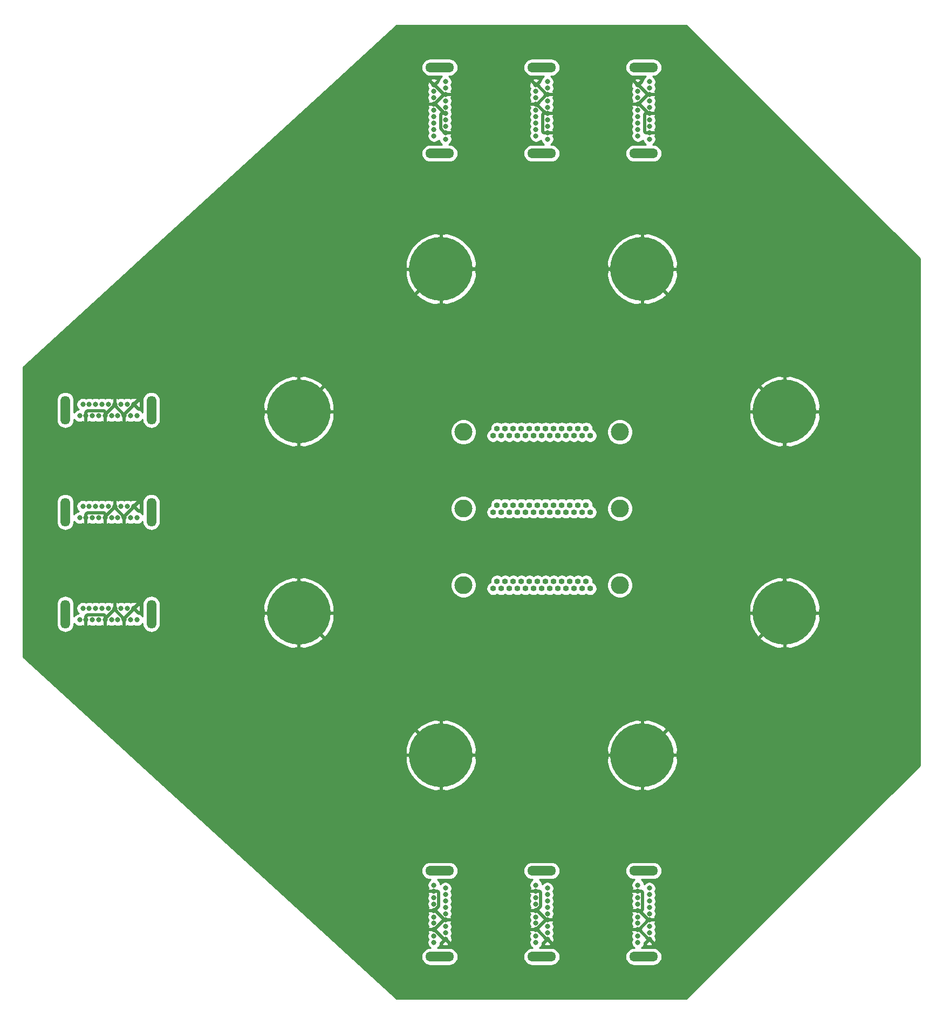
<source format=gbr>
%TF.GenerationSoftware,KiCad,Pcbnew,(5.1.9)-1*%
%TF.CreationDate,2021-08-10T11:53:15-06:00*%
%TF.ProjectId,VacuumFeedThruHDMI,56616375-756d-4466-9565-645468727548,rev?*%
%TF.SameCoordinates,Original*%
%TF.FileFunction,Copper,L1,Top*%
%TF.FilePolarity,Positive*%
%FSLAX46Y46*%
G04 Gerber Fmt 4.6, Leading zero omitted, Abs format (unit mm)*
G04 Created by KiCad (PCBNEW (5.1.9)-1) date 2021-08-10 11:53:15*
%MOMM*%
%LPD*%
G01*
G04 APERTURE LIST*
%TA.AperFunction,ComponentPad*%
%ADD10O,4.500000X1.500000*%
%TD*%
%TA.AperFunction,ComponentPad*%
%ADD11C,0.800000*%
%TD*%
%TA.AperFunction,ComponentPad*%
%ADD12O,2.810000X2.810000*%
%TD*%
%TA.AperFunction,ComponentPad*%
%ADD13O,0.920000X0.920000*%
%TD*%
%TA.AperFunction,ComponentPad*%
%ADD14O,1.500000X4.500000*%
%TD*%
%TA.AperFunction,ComponentPad*%
%ADD15C,10.000000*%
%TD*%
%TA.AperFunction,Conductor*%
%ADD16C,0.500000*%
%TD*%
%TA.AperFunction,Conductor*%
%ADD17C,0.254000*%
%TD*%
%TA.AperFunction,Conductor*%
%ADD18C,0.100000*%
%TD*%
G04 APERTURE END LIST*
D10*
%TO.P,J3_(9:12),0*%
%TO.N,N/C*%
X16000000Y-56250000D03*
X16000000Y-69750000D03*
D11*
%TO.P,J3_(9:12),19*%
%TO.N,Net-(J11-Pad19)*%
X15100000Y-58500000D03*
%TO.P,J3_(9:12),18*%
%TO.N,Net-(J11-Pad18)*%
X16900000Y-59000000D03*
%TO.P,J3_(9:12),17*%
%TO.N,GND*%
X15100000Y-59500000D03*
%TO.P,J3_(9:12),16*%
%TO.N,Net-(J11-Pad16)*%
X16900000Y-60000000D03*
%TO.P,J3_(9:12),15*%
%TO.N,Net-(J11-Pad15)*%
X15100000Y-60500000D03*
%TO.P,J3_(9:12),14*%
%TO.N,Net-(J11-Pad14)*%
X16900000Y-61000000D03*
%TO.P,J3_(9:12),13*%
%TO.N,Net-(J11-Pad13)*%
X15100000Y-61500000D03*
%TO.P,J3_(9:12),12*%
%TO.N,Net-(J11-Pad12)*%
X16900000Y-62000000D03*
%TO.P,J3_(9:12),11*%
%TO.N,GND*%
X15100000Y-62500000D03*
%TO.P,J3_(9:12),10*%
%TO.N,Net-(J11-Pad10)*%
X16900000Y-63000000D03*
%TO.P,J3_(9:12),9*%
%TO.N,Net-(J11-Pad9)*%
X15100000Y-63500000D03*
%TO.P,J3_(9:12),8*%
%TO.N,GND*%
X16900000Y-64000000D03*
%TO.P,J3_(9:12),7*%
%TO.N,Net-(J11-Pad7)*%
X15100000Y-64500000D03*
%TO.P,J3_(9:12),6*%
%TO.N,Net-(J11-Pad6)*%
X16900000Y-65000000D03*
%TO.P,J3_(9:12),5*%
%TO.N,GND*%
X15100000Y-65500000D03*
%TO.P,J3_(9:12),4*%
%TO.N,Net-(J11-Pad4)*%
X16900000Y-66000000D03*
%TO.P,J3_(9:12),3*%
%TO.N,Net-(J11-Pad3)*%
X15100000Y-66500000D03*
%TO.P,J3_(9:12),2*%
%TO.N,GND*%
X16900000Y-67000000D03*
%TO.P,J3_(9:12),1*%
%TO.N,Net-(J11-Pad1)*%
X15100000Y-67500000D03*
%TD*%
D12*
%TO.P,J3,27*%
%TO.N,N/C*%
X-12275000Y-11450000D03*
%TO.P,J3,26*%
X12275000Y-11450000D03*
D13*
%TO.P,J3,13*%
%TO.N,Net-(J12-Pad13)*%
X7620000Y-12000000D03*
%TO.P,J3,25*%
%TO.N,Net-(J11-Pad12)*%
X6985000Y-10900000D03*
%TO.P,J3,12*%
%TO.N,Net-(J11-Pad10)*%
X6350000Y-12000000D03*
%TO.P,J3,24*%
%TO.N,Net-(J11-Pad9)*%
X5715000Y-10900000D03*
%TO.P,J3,11*%
%TO.N,Net-(J11-Pad7)*%
X5080000Y-12000000D03*
%TO.P,J3,23*%
%TO.N,Net-(J11-Pad6)*%
X4445000Y-10900000D03*
%TO.P,J3,10*%
%TO.N,Net-(J11-Pad4)*%
X3810000Y-12000000D03*
%TO.P,J3,22*%
%TO.N,Net-(J11-Pad3)*%
X3175000Y-10900000D03*
%TO.P,J3,9*%
%TO.N,Net-(J11-Pad1)*%
X2540000Y-12000000D03*
%TO.P,J3,21*%
%TO.N,Net-(J12-Pad21)*%
X1905000Y-10900000D03*
%TO.P,J3,8*%
%TO.N,Net-(J12-Pad8)*%
X1270000Y-12000000D03*
%TO.P,J3,20*%
%TO.N,Net-(J12-Pad20)*%
X635000Y-10900000D03*
%TO.P,J3,7*%
%TO.N,Net-(J12-Pad7)*%
X0Y-12000000D03*
%TO.P,J3,19*%
%TO.N,Net-(J12-Pad19)*%
X-635000Y-10900000D03*
%TO.P,J3,6*%
%TO.N,Net-(J12-Pad6)*%
X-1270000Y-12000000D03*
%TO.P,J3,18*%
%TO.N,Net-(J12-Pad18)*%
X-1905000Y-10900000D03*
%TO.P,J3,5*%
%TO.N,Net-(J12-Pad5)*%
X-2540000Y-12000000D03*
%TO.P,J3,17*%
%TO.N,Net-(J10-Pad12)*%
X-3175000Y-10900000D03*
%TO.P,J3,4*%
%TO.N,Net-(J10-Pad10)*%
X-3810000Y-12000000D03*
%TO.P,J3,16*%
%TO.N,Net-(J10-Pad9)*%
X-4445000Y-10900000D03*
%TO.P,J3,3*%
%TO.N,Net-(J10-Pad7)*%
X-5080000Y-12000000D03*
%TO.P,J3,15*%
%TO.N,Net-(J10-Pad6)*%
X-5715000Y-10900000D03*
%TO.P,J3,2*%
%TO.N,Net-(J10-Pad4)*%
X-6350000Y-12000000D03*
%TO.P,J3,14*%
%TO.N,Net-(J10-Pad3)*%
X-6985000Y-10900000D03*
%TO.P,J3,1*%
%TO.N,Net-(J10-Pad1)*%
X-7620000Y-12000000D03*
%TD*%
D10*
%TO.P,J3_(1:4),0*%
%TO.N,N/C*%
X-16000000Y-56250000D03*
X-16000000Y-69750000D03*
D11*
%TO.P,J3_(1:4),19*%
%TO.N,Net-(J10-Pad19)*%
X-16900000Y-58500000D03*
%TO.P,J3_(1:4),18*%
%TO.N,Net-(J10-Pad18)*%
X-15100000Y-59000000D03*
%TO.P,J3_(1:4),17*%
%TO.N,GND*%
X-16900000Y-59500000D03*
%TO.P,J3_(1:4),16*%
%TO.N,Net-(J10-Pad16)*%
X-15100000Y-60000000D03*
%TO.P,J3_(1:4),15*%
%TO.N,Net-(J10-Pad15)*%
X-16900000Y-60500000D03*
%TO.P,J3_(1:4),14*%
%TO.N,Net-(J10-Pad14)*%
X-15100000Y-61000000D03*
%TO.P,J3_(1:4),13*%
%TO.N,Net-(J10-Pad13)*%
X-16900000Y-61500000D03*
%TO.P,J3_(1:4),12*%
%TO.N,Net-(J10-Pad12)*%
X-15100000Y-62000000D03*
%TO.P,J3_(1:4),11*%
%TO.N,GND*%
X-16900000Y-62500000D03*
%TO.P,J3_(1:4),10*%
%TO.N,Net-(J10-Pad10)*%
X-15100000Y-63000000D03*
%TO.P,J3_(1:4),9*%
%TO.N,Net-(J10-Pad9)*%
X-16900000Y-63500000D03*
%TO.P,J3_(1:4),8*%
%TO.N,GND*%
X-15100000Y-64000000D03*
%TO.P,J3_(1:4),7*%
%TO.N,Net-(J10-Pad7)*%
X-16900000Y-64500000D03*
%TO.P,J3_(1:4),6*%
%TO.N,Net-(J10-Pad6)*%
X-15100000Y-65000000D03*
%TO.P,J3_(1:4),5*%
%TO.N,GND*%
X-16900000Y-65500000D03*
%TO.P,J3_(1:4),4*%
%TO.N,Net-(J10-Pad4)*%
X-15100000Y-66000000D03*
%TO.P,J3_(1:4),3*%
%TO.N,Net-(J10-Pad3)*%
X-16900000Y-66500000D03*
%TO.P,J3_(1:4),2*%
%TO.N,GND*%
X-15100000Y-67000000D03*
%TO.P,J3_(1:4),1*%
%TO.N,Net-(J10-Pad1)*%
X-16900000Y-67500000D03*
%TD*%
D10*
%TO.P,J3_(5:8),0*%
%TO.N,N/C*%
X0Y-56250000D03*
X0Y-69750000D03*
D11*
%TO.P,J3_(5:8),19*%
%TO.N,Net-(J9-Pad19)*%
X-900000Y-58500000D03*
%TO.P,J3_(5:8),18*%
%TO.N,Net-(J9-Pad18)*%
X900000Y-59000000D03*
%TO.P,J3_(5:8),17*%
%TO.N,GND*%
X-900000Y-59500000D03*
%TO.P,J3_(5:8),16*%
%TO.N,Net-(J9-Pad16)*%
X900000Y-60000000D03*
%TO.P,J3_(5:8),15*%
%TO.N,Net-(J9-Pad15)*%
X-900000Y-60500000D03*
%TO.P,J3_(5:8),14*%
%TO.N,Net-(J9-Pad14)*%
X900000Y-61000000D03*
%TO.P,J3_(5:8),13*%
%TO.N,Net-(J9-Pad13)*%
X-900000Y-61500000D03*
%TO.P,J3_(5:8),12*%
%TO.N,Net-(J12-Pad21)*%
X900000Y-62000000D03*
%TO.P,J3_(5:8),11*%
%TO.N,GND*%
X-900000Y-62500000D03*
%TO.P,J3_(5:8),10*%
%TO.N,Net-(J12-Pad8)*%
X900000Y-63000000D03*
%TO.P,J3_(5:8),9*%
%TO.N,Net-(J12-Pad20)*%
X-900000Y-63500000D03*
%TO.P,J3_(5:8),8*%
%TO.N,GND*%
X900000Y-64000000D03*
%TO.P,J3_(5:8),7*%
%TO.N,Net-(J12-Pad7)*%
X-900000Y-64500000D03*
%TO.P,J3_(5:8),6*%
%TO.N,Net-(J12-Pad19)*%
X900000Y-65000000D03*
%TO.P,J3_(5:8),5*%
%TO.N,GND*%
X-900000Y-65500000D03*
%TO.P,J3_(5:8),4*%
%TO.N,Net-(J12-Pad6)*%
X900000Y-66000000D03*
%TO.P,J3_(5:8),3*%
%TO.N,Net-(J12-Pad18)*%
X-900000Y-66500000D03*
%TO.P,J3_(5:8),2*%
%TO.N,GND*%
X900000Y-67000000D03*
%TO.P,J3_(5:8),1*%
%TO.N,Net-(J12-Pad5)*%
X-900000Y-67500000D03*
%TD*%
D12*
%TO.P,J1,27*%
%TO.N,N/C*%
X-12275000Y12550000D03*
%TO.P,J1,26*%
X12275000Y12550000D03*
D13*
%TO.P,J1,13*%
%TO.N,Net-(J8-Pad13)*%
X7620000Y12000000D03*
%TO.P,J1,25*%
%TO.N,Net-(J7-Pad12)*%
X6985000Y13100000D03*
%TO.P,J1,12*%
%TO.N,Net-(J7-Pad10)*%
X6350000Y12000000D03*
%TO.P,J1,24*%
%TO.N,Net-(J7-Pad9)*%
X5715000Y13100000D03*
%TO.P,J1,11*%
%TO.N,Net-(J7-Pad7)*%
X5080000Y12000000D03*
%TO.P,J1,23*%
%TO.N,Net-(J7-Pad6)*%
X4445000Y13100000D03*
%TO.P,J1,10*%
%TO.N,Net-(J7-Pad4)*%
X3810000Y12000000D03*
%TO.P,J1,22*%
%TO.N,Net-(J7-Pad3)*%
X3175000Y13100000D03*
%TO.P,J1,9*%
%TO.N,Net-(J7-Pad1)*%
X2540000Y12000000D03*
%TO.P,J1,21*%
%TO.N,Net-(J5-Pad12)*%
X1905000Y13100000D03*
%TO.P,J1,8*%
%TO.N,Net-(J5-Pad10)*%
X1270000Y12000000D03*
%TO.P,J1,20*%
%TO.N,Net-(J5-Pad9)*%
X635000Y13100000D03*
%TO.P,J1,7*%
%TO.N,Net-(J5-Pad7)*%
X0Y12000000D03*
%TO.P,J1,19*%
%TO.N,Net-(J5-Pad6)*%
X-635000Y13100000D03*
%TO.P,J1,6*%
%TO.N,Net-(J5-Pad4)*%
X-1270000Y12000000D03*
%TO.P,J1,18*%
%TO.N,Net-(J5-Pad3)*%
X-1905000Y13100000D03*
%TO.P,J1,5*%
%TO.N,Net-(J5-Pad1)*%
X-2540000Y12000000D03*
%TO.P,J1,17*%
%TO.N,Net-(J6-Pad12)*%
X-3175000Y13100000D03*
%TO.P,J1,4*%
%TO.N,Net-(J6-Pad10)*%
X-3810000Y12000000D03*
%TO.P,J1,16*%
%TO.N,Net-(J6-Pad9)*%
X-4445000Y13100000D03*
%TO.P,J1,3*%
%TO.N,Net-(J6-Pad7)*%
X-5080000Y12000000D03*
%TO.P,J1,15*%
%TO.N,Net-(J6-Pad6)*%
X-5715000Y13100000D03*
%TO.P,J1,2*%
%TO.N,Net-(J6-Pad4)*%
X-6350000Y12000000D03*
%TO.P,J1,14*%
%TO.N,Net-(J6-Pad3)*%
X-6985000Y13100000D03*
%TO.P,J1,1*%
%TO.N,Net-(J6-Pad1)*%
X-7620000Y12000000D03*
%TD*%
D10*
%TO.P,J1_(9:12),0*%
%TO.N,N/C*%
X16000000Y56250000D03*
X16000000Y69750000D03*
D11*
%TO.P,J1_(9:12),19*%
%TO.N,Net-(J7-Pad19)*%
X16900000Y58500000D03*
%TO.P,J1_(9:12),18*%
%TO.N,Net-(J7-Pad18)*%
X15100000Y59000000D03*
%TO.P,J1_(9:12),17*%
%TO.N,GND*%
X16900000Y59500000D03*
%TO.P,J1_(9:12),16*%
%TO.N,Net-(J7-Pad16)*%
X15100000Y60000000D03*
%TO.P,J1_(9:12),15*%
%TO.N,Net-(J7-Pad15)*%
X16900000Y60500000D03*
%TO.P,J1_(9:12),14*%
%TO.N,Net-(J7-Pad14)*%
X15100000Y61000000D03*
%TO.P,J1_(9:12),13*%
%TO.N,Net-(J7-Pad13)*%
X16900000Y61500000D03*
%TO.P,J1_(9:12),12*%
%TO.N,Net-(J7-Pad12)*%
X15100000Y62000000D03*
%TO.P,J1_(9:12),11*%
%TO.N,GND*%
X16900000Y62500000D03*
%TO.P,J1_(9:12),10*%
%TO.N,Net-(J7-Pad10)*%
X15100000Y63000000D03*
%TO.P,J1_(9:12),9*%
%TO.N,Net-(J7-Pad9)*%
X16900000Y63500000D03*
%TO.P,J1_(9:12),8*%
%TO.N,GND*%
X15100000Y64000000D03*
%TO.P,J1_(9:12),7*%
%TO.N,Net-(J7-Pad7)*%
X16900000Y64500000D03*
%TO.P,J1_(9:12),6*%
%TO.N,Net-(J7-Pad6)*%
X15100000Y65000000D03*
%TO.P,J1_(9:12),5*%
%TO.N,GND*%
X16900000Y65500000D03*
%TO.P,J1_(9:12),4*%
%TO.N,Net-(J7-Pad4)*%
X15100000Y66000000D03*
%TO.P,J1_(9:12),3*%
%TO.N,Net-(J7-Pad3)*%
X16900000Y66500000D03*
%TO.P,J1_(9:12),2*%
%TO.N,GND*%
X15100000Y67000000D03*
%TO.P,J1_(9:12),1*%
%TO.N,Net-(J7-Pad1)*%
X16900000Y67500000D03*
%TD*%
D10*
%TO.P,J1_(1:4),0*%
%TO.N,N/C*%
X-16000000Y56250000D03*
X-16000000Y69750000D03*
D11*
%TO.P,J1_(1:4),19*%
%TO.N,Net-(J6-Pad19)*%
X-15100000Y58500000D03*
%TO.P,J1_(1:4),18*%
%TO.N,Net-(J6-Pad18)*%
X-16900000Y59000000D03*
%TO.P,J1_(1:4),17*%
%TO.N,GND*%
X-15100000Y59500000D03*
%TO.P,J1_(1:4),16*%
%TO.N,Net-(J6-Pad16)*%
X-16900000Y60000000D03*
%TO.P,J1_(1:4),15*%
%TO.N,Net-(J6-Pad15)*%
X-15100000Y60500000D03*
%TO.P,J1_(1:4),14*%
%TO.N,Net-(J6-Pad14)*%
X-16900000Y61000000D03*
%TO.P,J1_(1:4),13*%
%TO.N,Net-(J6-Pad13)*%
X-15100000Y61500000D03*
%TO.P,J1_(1:4),12*%
%TO.N,Net-(J6-Pad12)*%
X-16900000Y62000000D03*
%TO.P,J1_(1:4),11*%
%TO.N,GND*%
X-15100000Y62500000D03*
%TO.P,J1_(1:4),10*%
%TO.N,Net-(J6-Pad10)*%
X-16900000Y63000000D03*
%TO.P,J1_(1:4),9*%
%TO.N,Net-(J6-Pad9)*%
X-15100000Y63500000D03*
%TO.P,J1_(1:4),8*%
%TO.N,GND*%
X-16900000Y64000000D03*
%TO.P,J1_(1:4),7*%
%TO.N,Net-(J6-Pad7)*%
X-15100000Y64500000D03*
%TO.P,J1_(1:4),6*%
%TO.N,Net-(J6-Pad6)*%
X-16900000Y65000000D03*
%TO.P,J1_(1:4),5*%
%TO.N,GND*%
X-15100000Y65500000D03*
%TO.P,J1_(1:4),4*%
%TO.N,Net-(J6-Pad4)*%
X-16900000Y66000000D03*
%TO.P,J1_(1:4),3*%
%TO.N,Net-(J6-Pad3)*%
X-15100000Y66500000D03*
%TO.P,J1_(1:4),2*%
%TO.N,GND*%
X-16900000Y67000000D03*
%TO.P,J1_(1:4),1*%
%TO.N,Net-(J6-Pad1)*%
X-15100000Y67500000D03*
%TD*%
D10*
%TO.P,J1_(5:8),0*%
%TO.N,N/C*%
X0Y56250000D03*
X0Y69750000D03*
D11*
%TO.P,J1_(5:8),19*%
%TO.N,Net-(J5-Pad19)*%
X900000Y58500000D03*
%TO.P,J1_(5:8),18*%
%TO.N,Net-(J5-Pad18)*%
X-900000Y59000000D03*
%TO.P,J1_(5:8),17*%
%TO.N,GND*%
X900000Y59500000D03*
%TO.P,J1_(5:8),16*%
%TO.N,Net-(J5-Pad16)*%
X-900000Y60000000D03*
%TO.P,J1_(5:8),15*%
%TO.N,Net-(J5-Pad15)*%
X900000Y60500000D03*
%TO.P,J1_(5:8),14*%
%TO.N,Net-(J5-Pad14)*%
X-900000Y61000000D03*
%TO.P,J1_(5:8),13*%
%TO.N,Net-(J5-Pad13)*%
X900000Y61500000D03*
%TO.P,J1_(5:8),12*%
%TO.N,Net-(J5-Pad12)*%
X-900000Y62000000D03*
%TO.P,J1_(5:8),11*%
%TO.N,GND*%
X900000Y62500000D03*
%TO.P,J1_(5:8),10*%
%TO.N,Net-(J5-Pad10)*%
X-900000Y63000000D03*
%TO.P,J1_(5:8),9*%
%TO.N,Net-(J5-Pad9)*%
X900000Y63500000D03*
%TO.P,J1_(5:8),8*%
%TO.N,GND*%
X-900000Y64000000D03*
%TO.P,J1_(5:8),7*%
%TO.N,Net-(J5-Pad7)*%
X900000Y64500000D03*
%TO.P,J1_(5:8),6*%
%TO.N,Net-(J5-Pad6)*%
X-900000Y65000000D03*
%TO.P,J1_(5:8),5*%
%TO.N,GND*%
X900000Y65500000D03*
%TO.P,J1_(5:8),4*%
%TO.N,Net-(J5-Pad4)*%
X-900000Y66000000D03*
%TO.P,J1_(5:8),3*%
%TO.N,Net-(J5-Pad3)*%
X900000Y66500000D03*
%TO.P,J1_(5:8),2*%
%TO.N,GND*%
X-900000Y67000000D03*
%TO.P,J1_(5:8),1*%
%TO.N,Net-(J5-Pad1)*%
X900000Y67500000D03*
%TD*%
D12*
%TO.P,J2,27*%
%TO.N,N/C*%
X-12275000Y550000D03*
%TO.P,J2,26*%
X12275000Y550000D03*
D13*
%TO.P,J2,13*%
%TO.N,Net-(J4-Pad13)*%
X7620000Y0D03*
%TO.P,J2,25*%
%TO.N,Net-(J3-Pad12)*%
X6985000Y1100000D03*
%TO.P,J2,12*%
%TO.N,Net-(J3-Pad10)*%
X6350000Y0D03*
%TO.P,J2,24*%
%TO.N,Net-(J3-Pad9)*%
X5715000Y1100000D03*
%TO.P,J2,11*%
%TO.N,Net-(J3-Pad7)*%
X5080000Y0D03*
%TO.P,J2,23*%
%TO.N,Net-(J3-Pad6)*%
X4445000Y1100000D03*
%TO.P,J2,10*%
%TO.N,Net-(J3-Pad4)*%
X3810000Y0D03*
%TO.P,J2,22*%
%TO.N,Net-(J3-Pad3)*%
X3175000Y1100000D03*
%TO.P,J2,9*%
%TO.N,Net-(J3-Pad1)*%
X2540000Y0D03*
%TO.P,J2,21*%
%TO.N,Net-(J1-Pad12)*%
X1905000Y1100000D03*
%TO.P,J2,8*%
%TO.N,Net-(J1-Pad10)*%
X1270000Y0D03*
%TO.P,J2,20*%
%TO.N,Net-(J1-Pad9)*%
X635000Y1100000D03*
%TO.P,J2,7*%
%TO.N,Net-(J1-Pad7)*%
X0Y0D03*
%TO.P,J2,19*%
%TO.N,Net-(J1-Pad6)*%
X-635000Y1100000D03*
%TO.P,J2,6*%
%TO.N,Net-(J1-Pad4)*%
X-1270000Y0D03*
%TO.P,J2,18*%
%TO.N,Net-(J1-Pad3)*%
X-1905000Y1100000D03*
%TO.P,J2,5*%
%TO.N,Net-(J1-Pad1)*%
X-2540000Y0D03*
%TO.P,J2,17*%
%TO.N,Net-(J2-Pad12)*%
X-3175000Y1100000D03*
%TO.P,J2,4*%
%TO.N,Net-(J2-Pad10)*%
X-3810000Y0D03*
%TO.P,J2,16*%
%TO.N,Net-(J2-Pad9)*%
X-4445000Y1100000D03*
%TO.P,J2,3*%
%TO.N,Net-(J2-Pad7)*%
X-5080000Y0D03*
%TO.P,J2,15*%
%TO.N,Net-(J2-Pad6)*%
X-5715000Y1100000D03*
%TO.P,J2,2*%
%TO.N,Net-(J2-Pad4)*%
X-6350000Y0D03*
%TO.P,J2,14*%
%TO.N,Net-(J2-Pad3)*%
X-6985000Y1100000D03*
%TO.P,J2,1*%
%TO.N,Net-(J2-Pad1)*%
X-7620000Y0D03*
%TD*%
D14*
%TO.P,J2_(9:12),0*%
%TO.N,N/C*%
X-74750000Y16000000D03*
X-61250000Y16000000D03*
D11*
%TO.P,J2_(9:12),19*%
%TO.N,Net-(J3-Pad19)*%
X-72500000Y15100000D03*
%TO.P,J2_(9:12),18*%
%TO.N,Net-(J3-Pad18)*%
X-72000000Y16900000D03*
%TO.P,J2_(9:12),17*%
%TO.N,GND*%
X-71500000Y15100000D03*
%TO.P,J2_(9:12),16*%
%TO.N,Net-(J3-Pad16)*%
X-71000000Y16900000D03*
%TO.P,J2_(9:12),15*%
%TO.N,Net-(J3-Pad15)*%
X-70500000Y15100000D03*
%TO.P,J2_(9:12),14*%
%TO.N,Net-(J3-Pad14)*%
X-70000000Y16900000D03*
%TO.P,J2_(9:12),13*%
%TO.N,Net-(J3-Pad13)*%
X-69500000Y15100000D03*
%TO.P,J2_(9:12),12*%
%TO.N,Net-(J3-Pad12)*%
X-69000000Y16900000D03*
%TO.P,J2_(9:12),11*%
%TO.N,GND*%
X-68500000Y15100000D03*
%TO.P,J2_(9:12),10*%
%TO.N,Net-(J3-Pad10)*%
X-68000000Y16900000D03*
%TO.P,J2_(9:12),9*%
%TO.N,Net-(J3-Pad9)*%
X-67500000Y15100000D03*
%TO.P,J2_(9:12),8*%
%TO.N,GND*%
X-67000000Y16900000D03*
%TO.P,J2_(9:12),7*%
%TO.N,Net-(J3-Pad7)*%
X-66500000Y15100000D03*
%TO.P,J2_(9:12),6*%
%TO.N,Net-(J3-Pad6)*%
X-66000000Y16900000D03*
%TO.P,J2_(9:12),5*%
%TO.N,GND*%
X-65500000Y15100000D03*
%TO.P,J2_(9:12),4*%
%TO.N,Net-(J3-Pad4)*%
X-65000000Y16900000D03*
%TO.P,J2_(9:12),3*%
%TO.N,Net-(J3-Pad3)*%
X-64500000Y15100000D03*
%TO.P,J2_(9:12),2*%
%TO.N,GND*%
X-64000000Y16900000D03*
%TO.P,J2_(9:12),1*%
%TO.N,Net-(J3-Pad1)*%
X-63500000Y15100000D03*
%TD*%
D14*
%TO.P,J2_(1:4),0*%
%TO.N,N/C*%
X-74750000Y-16000000D03*
X-61250000Y-16000000D03*
D11*
%TO.P,J2_(1:4),19*%
%TO.N,Net-(J2-Pad19)*%
X-72500000Y-16900000D03*
%TO.P,J2_(1:4),18*%
%TO.N,Net-(J2-Pad18)*%
X-72000000Y-15100000D03*
%TO.P,J2_(1:4),17*%
%TO.N,GND*%
X-71500000Y-16900000D03*
%TO.P,J2_(1:4),16*%
%TO.N,Net-(J2-Pad16)*%
X-71000000Y-15100000D03*
%TO.P,J2_(1:4),15*%
%TO.N,Net-(J2-Pad15)*%
X-70500000Y-16900000D03*
%TO.P,J2_(1:4),14*%
%TO.N,Net-(J2-Pad14)*%
X-70000000Y-15100000D03*
%TO.P,J2_(1:4),13*%
%TO.N,Net-(J2-Pad13)*%
X-69500000Y-16900000D03*
%TO.P,J2_(1:4),12*%
%TO.N,Net-(J2-Pad12)*%
X-69000000Y-15100000D03*
%TO.P,J2_(1:4),11*%
%TO.N,GND*%
X-68500000Y-16900000D03*
%TO.P,J2_(1:4),10*%
%TO.N,Net-(J2-Pad10)*%
X-68000000Y-15100000D03*
%TO.P,J2_(1:4),9*%
%TO.N,Net-(J2-Pad9)*%
X-67500000Y-16900000D03*
%TO.P,J2_(1:4),8*%
%TO.N,GND*%
X-67000000Y-15100000D03*
%TO.P,J2_(1:4),7*%
%TO.N,Net-(J2-Pad7)*%
X-66500000Y-16900000D03*
%TO.P,J2_(1:4),6*%
%TO.N,Net-(J2-Pad6)*%
X-66000000Y-15100000D03*
%TO.P,J2_(1:4),5*%
%TO.N,GND*%
X-65500000Y-16900000D03*
%TO.P,J2_(1:4),4*%
%TO.N,Net-(J2-Pad4)*%
X-65000000Y-15100000D03*
%TO.P,J2_(1:4),3*%
%TO.N,Net-(J2-Pad3)*%
X-64500000Y-16900000D03*
%TO.P,J2_(1:4),2*%
%TO.N,GND*%
X-64000000Y-15100000D03*
%TO.P,J2_(1:4),1*%
%TO.N,Net-(J2-Pad1)*%
X-63500000Y-16900000D03*
%TD*%
D14*
%TO.P,J2_(5:8),0*%
%TO.N,N/C*%
X-74750000Y0D03*
X-61250000Y0D03*
D11*
%TO.P,J2_(5:8),19*%
%TO.N,Net-(J1-Pad19)*%
X-72500000Y-900000D03*
%TO.P,J2_(5:8),18*%
%TO.N,Net-(J1-Pad18)*%
X-72000000Y900000D03*
%TO.P,J2_(5:8),17*%
%TO.N,GND*%
X-71500000Y-900000D03*
%TO.P,J2_(5:8),16*%
%TO.N,Net-(J1-Pad16)*%
X-71000000Y900000D03*
%TO.P,J2_(5:8),15*%
%TO.N,Net-(J1-Pad15)*%
X-70500000Y-900000D03*
%TO.P,J2_(5:8),14*%
%TO.N,Net-(J1-Pad14)*%
X-70000000Y900000D03*
%TO.P,J2_(5:8),13*%
%TO.N,Net-(J1-Pad13)*%
X-69500000Y-900000D03*
%TO.P,J2_(5:8),12*%
%TO.N,Net-(J1-Pad12)*%
X-69000000Y900000D03*
%TO.P,J2_(5:8),11*%
%TO.N,GND*%
X-68500000Y-900000D03*
%TO.P,J2_(5:8),10*%
%TO.N,Net-(J1-Pad10)*%
X-68000000Y900000D03*
%TO.P,J2_(5:8),9*%
%TO.N,Net-(J1-Pad9)*%
X-67500000Y-900000D03*
%TO.P,J2_(5:8),8*%
%TO.N,GND*%
X-67000000Y900000D03*
%TO.P,J2_(5:8),7*%
%TO.N,Net-(J1-Pad7)*%
X-66500000Y-900000D03*
%TO.P,J2_(5:8),6*%
%TO.N,Net-(J1-Pad6)*%
X-66000000Y900000D03*
%TO.P,J2_(5:8),5*%
%TO.N,GND*%
X-65500000Y-900000D03*
%TO.P,J2_(5:8),4*%
%TO.N,Net-(J1-Pad4)*%
X-65000000Y900000D03*
%TO.P,J2_(5:8),3*%
%TO.N,Net-(J1-Pad3)*%
X-64500000Y-900000D03*
%TO.P,J2_(5:8),2*%
%TO.N,GND*%
X-64000000Y900000D03*
%TO.P,J2_(5:8),1*%
%TO.N,Net-(J1-Pad1)*%
X-63500000Y-900000D03*
%TD*%
D15*
%TO.P,J2,1*%
%TO.N,GND*%
X15795259Y-38133128D03*
%TO.P,J2,2*%
X38133128Y-15795259D03*
%TO.P,J2,3*%
X38133128Y15795259D03*
%TO.P,J2,4*%
X15795259Y38133128D03*
%TO.P,J2,5*%
X-15795259Y38133128D03*
%TO.P,J2,6*%
X-38133128Y15795259D03*
%TO.P,J2,7*%
X-38133128Y-15795259D03*
%TO.P,J2,8*%
X-15795259Y-38133128D03*
%TD*%
D16*
%TO.N,GND*%
X15795259Y-38133128D02*
X-15795259Y-38133128D01*
X-15795259Y-38133128D02*
X-38133128Y-15795259D01*
X-38133128Y-15795259D02*
X-38133128Y15795259D01*
X-15795259Y38133128D02*
X-38133128Y15795259D01*
X-15795259Y38133128D02*
X15795259Y38133128D01*
X15795259Y38133128D02*
X38133128Y15795259D01*
X38133128Y-15795259D02*
X38133128Y15795259D01*
X38133128Y-15795259D02*
X15795259Y-38133128D01*
X15100000Y-59500000D02*
X14000000Y-59500000D01*
X15100000Y-62500000D02*
X13750000Y-62500000D01*
X16900000Y-64000000D02*
X18750000Y-64000000D01*
X15665685Y-62500000D02*
X15100000Y-62500000D01*
X15840001Y-59674316D02*
X15840001Y-62325684D01*
X15665685Y-59500000D02*
X15840001Y-59674316D01*
X15840001Y-62325684D02*
X15665685Y-62500000D01*
X15100000Y-59500000D02*
X15665685Y-59500000D01*
X15304798Y-62500000D02*
X16804798Y-64000000D01*
X15100000Y-62500000D02*
X15304798Y-62500000D01*
X16804798Y-64000000D02*
X15304798Y-65500000D01*
X16900000Y-64000000D02*
X16804798Y-64000000D01*
X15100000Y-65500000D02*
X13750000Y-65500000D01*
X16804798Y-67000000D02*
X16900000Y-67000000D01*
X15304798Y-65500000D02*
X16804798Y-67000000D01*
X15100000Y-65500000D02*
X15304798Y-65500000D01*
X-900000Y-59500000D02*
X-2250000Y-59500000D01*
X-159999Y-61855201D02*
X-804798Y-62500000D01*
X-159999Y-59674316D02*
X-159999Y-61855201D01*
X-334315Y-59500000D02*
X-159999Y-59674316D01*
X-804798Y-62500000D02*
X-900000Y-62500000D01*
X-900000Y-59500000D02*
X-334315Y-59500000D01*
X-900000Y-62500000D02*
X-2000000Y-62500000D01*
X804798Y-64000000D02*
X900000Y-64000000D01*
X-695202Y-62500000D02*
X804798Y-64000000D01*
X-900000Y-62500000D02*
X-695202Y-62500000D01*
X695202Y-64000000D02*
X900000Y-64000000D01*
X-804798Y-65500000D02*
X695202Y-64000000D01*
X-900000Y-65500000D02*
X-804798Y-65500000D01*
X804798Y-67000000D02*
X900000Y-67000000D01*
X-695202Y-65500000D02*
X804798Y-67000000D01*
X-900000Y-65500000D02*
X-695202Y-65500000D01*
X900000Y-64000000D02*
X2250000Y-64000000D01*
X-900000Y-65500000D02*
X-2250000Y-65500000D01*
X-16804798Y-62500000D02*
X-16900000Y-62500000D01*
X-16159999Y-59674316D02*
X-16159999Y-61855201D01*
X-16334315Y-59500000D02*
X-16159999Y-59674316D01*
X-16159999Y-61855201D02*
X-16804798Y-62500000D01*
X-16900000Y-59500000D02*
X-16334315Y-59500000D01*
X-15195202Y-64000000D02*
X-15100000Y-64000000D01*
X-16695202Y-62500000D02*
X-15195202Y-64000000D01*
X-16900000Y-62500000D02*
X-16695202Y-62500000D01*
X-15304798Y-64000000D02*
X-16804798Y-65500000D01*
X-15100000Y-64000000D02*
X-15304798Y-64000000D01*
X-16804798Y-65500000D02*
X-16900000Y-65500000D01*
X-15304798Y-67000000D02*
X-16804798Y-65500000D01*
X-15100000Y-67000000D02*
X-15304798Y-67000000D01*
X-15100000Y-64000000D02*
X-13750000Y-64000000D01*
X-16900000Y-65500000D02*
X-18000000Y-65500000D01*
X-16900000Y-62500000D02*
X-18000000Y-62500000D01*
X-16900000Y-59500000D02*
X-18000000Y-59500000D01*
X-15100000Y-67000000D02*
X-14350000Y-67750000D01*
X16900000Y-67000000D02*
X17650000Y-67750000D01*
X-68500000Y-16334315D02*
X-68500000Y-16900000D01*
X-68674316Y-16159999D02*
X-68500000Y-16334315D01*
X-71500000Y-16334315D02*
X-71325684Y-16159999D01*
X-71325684Y-16159999D02*
X-68674316Y-16159999D01*
X-71500000Y-16900000D02*
X-71500000Y-16334315D01*
X-67000000Y-15195202D02*
X-67000000Y-15100000D01*
X-68500000Y-16695202D02*
X-67000000Y-15195202D01*
X-68500000Y-16900000D02*
X-68500000Y-16695202D01*
X-65500000Y-16804798D02*
X-65500000Y-16900000D01*
X-67000000Y-15304798D02*
X-65500000Y-16804798D01*
X-67000000Y-15100000D02*
X-67000000Y-15304798D01*
X-65500000Y-16695202D02*
X-65500000Y-16900000D01*
X-64000000Y-15195202D02*
X-65500000Y-16695202D01*
X-64000000Y-15100000D02*
X-64000000Y-15195202D01*
X-64000000Y-15100000D02*
X-63250000Y-14350000D01*
X-67000000Y-15100000D02*
X-67000000Y-13750000D01*
X-65500000Y-16900000D02*
X-65500000Y-18250000D01*
X-68500000Y-16900000D02*
X-68500000Y-18250000D01*
X-71500000Y-16900000D02*
X-71500000Y-18000000D01*
X-71500000Y-900000D02*
X-71500000Y-2250000D01*
X-68500000Y-334315D02*
X-68500000Y-900000D01*
X-68674316Y-159999D02*
X-68500000Y-334315D01*
X-71325684Y-159999D02*
X-68674316Y-159999D01*
X-71500000Y-334315D02*
X-71325684Y-159999D01*
X-71500000Y-900000D02*
X-71500000Y-334315D01*
X-68500000Y-900000D02*
X-68500000Y-2000000D01*
X-67000000Y804798D02*
X-67000000Y900000D01*
X-68500000Y-695202D02*
X-67000000Y804798D01*
X-68500000Y-900000D02*
X-68500000Y-695202D01*
X-67000000Y900000D02*
X-67000000Y2250000D01*
X-65500000Y-804798D02*
X-65500000Y-900000D01*
X-67000000Y695202D02*
X-65500000Y-804798D01*
X-67000000Y900000D02*
X-67000000Y695202D01*
X-65500000Y-900000D02*
X-65500000Y-2000000D01*
X-64000000Y804798D02*
X-64000000Y900000D01*
X-65500000Y-695202D02*
X-64000000Y804798D01*
X-65500000Y-900000D02*
X-65500000Y-695202D01*
X-64000000Y900000D02*
X-63400000Y1500000D01*
X-71500000Y15100000D02*
X-71500000Y13750000D01*
X-68500000Y15665685D02*
X-68500000Y15100000D01*
X-68674316Y15840001D02*
X-68500000Y15665685D01*
X-71325684Y15840001D02*
X-68674316Y15840001D01*
X-71500000Y15665685D02*
X-71325684Y15840001D01*
X-71500000Y15100000D02*
X-71500000Y15665685D01*
X-68500000Y15100000D02*
X-68500000Y14000000D01*
X-67000000Y16804798D02*
X-67000000Y16900000D01*
X-68500000Y15304798D02*
X-67000000Y16804798D01*
X-68500000Y15100000D02*
X-68500000Y15304798D01*
X-65500000Y15195202D02*
X-65500000Y15100000D01*
X-67000000Y16695202D02*
X-65500000Y15195202D01*
X-67000000Y16900000D02*
X-67000000Y16695202D01*
X-65500000Y15100000D02*
X-65500000Y14000000D01*
X-64000000Y16804798D02*
X-64000000Y16900000D01*
X-65500000Y15304798D02*
X-64000000Y16804798D01*
X-65500000Y15100000D02*
X-65500000Y15304798D01*
X-67000000Y16900000D02*
X-67000000Y18000000D01*
X-64000000Y16900000D02*
X-63250000Y17650000D01*
X-16804798Y67000000D02*
X-15304798Y65500000D01*
X-16900000Y67000000D02*
X-16804798Y67000000D01*
X-16804798Y64000000D02*
X-16900000Y64000000D01*
X-15304798Y65500000D02*
X-16804798Y64000000D01*
X-15100000Y65500000D02*
X-15304798Y65500000D01*
X-15195202Y62500000D02*
X-15100000Y62500000D01*
X-16695202Y64000000D02*
X-15195202Y62500000D01*
X-16900000Y64000000D02*
X-16695202Y64000000D01*
X-15195202Y59500000D02*
X-15100000Y59500000D01*
X-15840001Y60144799D02*
X-15195202Y59500000D01*
X-15840001Y62325684D02*
X-15840001Y60144799D01*
X-15665685Y62500000D02*
X-15840001Y62325684D01*
X-15100000Y62500000D02*
X-15665685Y62500000D01*
X-15100000Y59500000D02*
X-14000000Y59500000D01*
X-15100000Y65500000D02*
X-14000000Y65500000D01*
X-16900000Y64000000D02*
X-18000000Y64000000D01*
X-695202Y67000000D02*
X804798Y65500000D01*
X-900000Y67000000D02*
X-695202Y67000000D01*
X-695202Y64000000D02*
X-900000Y64000000D01*
X804798Y65500000D02*
X-695202Y64000000D01*
X900000Y65500000D02*
X804798Y65500000D01*
X695202Y62500000D02*
X900000Y62500000D01*
X-804798Y64000000D02*
X695202Y62500000D01*
X-900000Y64000000D02*
X-804798Y64000000D01*
X334315Y62500000D02*
X900000Y62500000D01*
X159999Y62325684D02*
X334315Y62500000D01*
X159999Y59674316D02*
X159999Y62325684D01*
X334315Y59500000D02*
X159999Y59674316D01*
X900000Y59500000D02*
X334315Y59500000D01*
X900000Y62500000D02*
X2250000Y62500000D01*
X900000Y59500000D02*
X2000000Y59500000D01*
X-900000Y64000000D02*
X-2000000Y64000000D01*
X900000Y65500000D02*
X2000000Y65500000D01*
X-900000Y67000000D02*
X-1650000Y67750000D01*
X15195202Y67000000D02*
X16695202Y65500000D01*
X15100000Y67000000D02*
X15195202Y67000000D01*
X15195202Y64000000D02*
X15100000Y64000000D01*
X16695202Y65500000D02*
X15195202Y64000000D01*
X16900000Y65500000D02*
X16695202Y65500000D01*
X16804798Y62500000D02*
X16900000Y62500000D01*
X15304798Y64000000D02*
X16804798Y62500000D01*
X15100000Y64000000D02*
X15304798Y64000000D01*
X16159999Y62325684D02*
X16334315Y62500000D01*
X16334315Y62500000D02*
X16900000Y62500000D01*
X16334315Y59500000D02*
X16159999Y59674316D01*
X16159999Y59674316D02*
X16159999Y62325684D01*
X16900000Y59500000D02*
X16334315Y59500000D01*
X16900000Y59500000D02*
X18250000Y59500000D01*
X16900000Y62500000D02*
X18000000Y62500000D01*
X15100000Y64000000D02*
X14000000Y64000000D01*
X16900000Y65500000D02*
X18000000Y65500000D01*
X15100000Y67000000D02*
X14500000Y67600000D01*
%TD*%
D17*
%TO.N,GND*%
X59348001Y39729932D02*
X59348000Y-39729933D01*
X22729934Y-76348000D01*
X-22746671Y-76348000D01*
X-44705596Y-56250000D01*
X-18883662Y-56250000D01*
X-18857075Y-56519939D01*
X-18778337Y-56779505D01*
X-18650473Y-57018721D01*
X-18478397Y-57228397D01*
X-18268721Y-57400473D01*
X-18029505Y-57528337D01*
X-17769939Y-57607075D01*
X-17567640Y-57627000D01*
X-17442014Y-57627000D01*
X-17554674Y-57702277D01*
X-17697723Y-57845326D01*
X-17810115Y-58013533D01*
X-17887533Y-58200435D01*
X-17927000Y-58398849D01*
X-17927000Y-58601151D01*
X-17887533Y-58799565D01*
X-17810115Y-58986467D01*
X-17804152Y-58995391D01*
X-17809736Y-58996019D01*
X-17890577Y-59183184D01*
X-17933351Y-59382523D01*
X-17936413Y-59586377D01*
X-17899647Y-59786912D01*
X-17824466Y-59976420D01*
X-17809736Y-60003981D01*
X-17804152Y-60004609D01*
X-17810115Y-60013533D01*
X-17887533Y-60200435D01*
X-17927000Y-60398849D01*
X-17927000Y-60601151D01*
X-17887533Y-60799565D01*
X-17810115Y-60986467D01*
X-17801073Y-61000000D01*
X-17810115Y-61013533D01*
X-17887533Y-61200435D01*
X-17927000Y-61398849D01*
X-17927000Y-61601151D01*
X-17887533Y-61799565D01*
X-17810115Y-61986467D01*
X-17804152Y-61995391D01*
X-17809736Y-61996019D01*
X-17890577Y-62183184D01*
X-17933351Y-62382523D01*
X-17936413Y-62586377D01*
X-17899647Y-62786912D01*
X-17824466Y-62976420D01*
X-17809736Y-63003981D01*
X-17804152Y-63004609D01*
X-17810115Y-63013533D01*
X-17887533Y-63200435D01*
X-17927000Y-63398849D01*
X-17927000Y-63601151D01*
X-17887533Y-63799565D01*
X-17810115Y-63986467D01*
X-17801073Y-64000000D01*
X-17810115Y-64013533D01*
X-17887533Y-64200435D01*
X-17927000Y-64398849D01*
X-17927000Y-64601151D01*
X-17887533Y-64799565D01*
X-17810115Y-64986467D01*
X-17804152Y-64995391D01*
X-17809736Y-64996019D01*
X-17890577Y-65183184D01*
X-17933351Y-65382523D01*
X-17936413Y-65586377D01*
X-17899647Y-65786912D01*
X-17824466Y-65976420D01*
X-17809736Y-66003981D01*
X-17804152Y-66004609D01*
X-17810115Y-66013533D01*
X-17887533Y-66200435D01*
X-17927000Y-66398849D01*
X-17927000Y-66601151D01*
X-17887533Y-66799565D01*
X-17810115Y-66986467D01*
X-17801073Y-67000000D01*
X-17810115Y-67013533D01*
X-17887533Y-67200435D01*
X-17927000Y-67398849D01*
X-17927000Y-67601151D01*
X-17887533Y-67799565D01*
X-17810115Y-67986467D01*
X-17697723Y-68154674D01*
X-17554674Y-68297723D01*
X-17442014Y-68373000D01*
X-17567640Y-68373000D01*
X-17769939Y-68392925D01*
X-18029505Y-68471663D01*
X-18268721Y-68599527D01*
X-18478397Y-68771603D01*
X-18650473Y-68981279D01*
X-18778337Y-69220495D01*
X-18857075Y-69480061D01*
X-18883662Y-69750000D01*
X-18857075Y-70019939D01*
X-18778337Y-70279505D01*
X-18650473Y-70518721D01*
X-18478397Y-70728397D01*
X-18268721Y-70900473D01*
X-18029505Y-71028337D01*
X-17769939Y-71107075D01*
X-17567640Y-71127000D01*
X-14432360Y-71127000D01*
X-14230061Y-71107075D01*
X-13970495Y-71028337D01*
X-13731279Y-70900473D01*
X-13521603Y-70728397D01*
X-13349527Y-70518721D01*
X-13221663Y-70279505D01*
X-13142925Y-70019939D01*
X-13116338Y-69750000D01*
X-13142925Y-69480061D01*
X-13221663Y-69220495D01*
X-13349527Y-68981279D01*
X-13521603Y-68771603D01*
X-13731279Y-68599527D01*
X-13970495Y-68471663D01*
X-14230061Y-68392925D01*
X-14432360Y-68373000D01*
X-16357986Y-68373000D01*
X-16245326Y-68297723D01*
X-16102277Y-68154674D01*
X-15989885Y-67986467D01*
X-15912467Y-67799565D01*
X-15893944Y-67706441D01*
X-15626836Y-67706441D01*
X-15603981Y-67909736D01*
X-15416816Y-67990577D01*
X-15217477Y-68033351D01*
X-15013623Y-68036413D01*
X-14813088Y-67999647D01*
X-14623580Y-67924466D01*
X-14596019Y-67909736D01*
X-14573164Y-67706441D01*
X-15100000Y-67179605D01*
X-15626836Y-67706441D01*
X-15893944Y-67706441D01*
X-15873000Y-67601151D01*
X-15873000Y-67519353D01*
X-15806441Y-67526836D01*
X-15289109Y-67009504D01*
X-15201151Y-67027000D01*
X-14998849Y-67027000D01*
X-14910891Y-67009504D01*
X-14393559Y-67526836D01*
X-14190264Y-67503981D01*
X-14109423Y-67316816D01*
X-14066649Y-67117477D01*
X-14063587Y-66913623D01*
X-14100353Y-66713088D01*
X-14175534Y-66523580D01*
X-14190264Y-66496019D01*
X-14195848Y-66495391D01*
X-14189885Y-66486467D01*
X-14112467Y-66299565D01*
X-14073000Y-66101151D01*
X-14073000Y-65898849D01*
X-14112467Y-65700435D01*
X-14189885Y-65513533D01*
X-14198927Y-65500000D01*
X-14189885Y-65486467D01*
X-14112467Y-65299565D01*
X-14073000Y-65101151D01*
X-14073000Y-64898849D01*
X-14112467Y-64700435D01*
X-14189885Y-64513533D01*
X-14195848Y-64504609D01*
X-14190264Y-64503981D01*
X-14109423Y-64316816D01*
X-14066649Y-64117477D01*
X-14063587Y-63913623D01*
X-14100353Y-63713088D01*
X-14175534Y-63523580D01*
X-14190264Y-63496019D01*
X-14195848Y-63495391D01*
X-14189885Y-63486467D01*
X-14112467Y-63299565D01*
X-14073000Y-63101151D01*
X-14073000Y-62898849D01*
X-14112467Y-62700435D01*
X-14189885Y-62513533D01*
X-14198927Y-62500000D01*
X-14189885Y-62486467D01*
X-14112467Y-62299565D01*
X-14073000Y-62101151D01*
X-14073000Y-61898849D01*
X-14112467Y-61700435D01*
X-14189885Y-61513533D01*
X-14198927Y-61500000D01*
X-14189885Y-61486467D01*
X-14112467Y-61299565D01*
X-14073000Y-61101151D01*
X-14073000Y-60898849D01*
X-14112467Y-60700435D01*
X-14189885Y-60513533D01*
X-14198927Y-60500000D01*
X-14189885Y-60486467D01*
X-14112467Y-60299565D01*
X-14073000Y-60101151D01*
X-14073000Y-59898849D01*
X-14112467Y-59700435D01*
X-14189885Y-59513533D01*
X-14198927Y-59500000D01*
X-14189885Y-59486467D01*
X-14112467Y-59299565D01*
X-14073000Y-59101151D01*
X-14073000Y-58898849D01*
X-14112467Y-58700435D01*
X-14189885Y-58513533D01*
X-14302277Y-58345326D01*
X-14445326Y-58202277D01*
X-14613533Y-58089885D01*
X-14800435Y-58012467D01*
X-14998849Y-57973000D01*
X-15201151Y-57973000D01*
X-15399565Y-58012467D01*
X-15586467Y-58089885D01*
X-15754674Y-58202277D01*
X-15885982Y-58333585D01*
X-15912467Y-58200435D01*
X-15989885Y-58013533D01*
X-16102277Y-57845326D01*
X-16245326Y-57702277D01*
X-16357986Y-57627000D01*
X-14432360Y-57627000D01*
X-14230061Y-57607075D01*
X-13970495Y-57528337D01*
X-13731279Y-57400473D01*
X-13521603Y-57228397D01*
X-13349527Y-57018721D01*
X-13221663Y-56779505D01*
X-13142925Y-56519939D01*
X-13116338Y-56250000D01*
X-2883662Y-56250000D01*
X-2857075Y-56519939D01*
X-2778337Y-56779505D01*
X-2650473Y-57018721D01*
X-2478397Y-57228397D01*
X-2268721Y-57400473D01*
X-2029505Y-57528337D01*
X-1769939Y-57607075D01*
X-1567640Y-57627000D01*
X-1442014Y-57627000D01*
X-1554674Y-57702277D01*
X-1697723Y-57845326D01*
X-1810115Y-58013533D01*
X-1887533Y-58200435D01*
X-1927000Y-58398849D01*
X-1927000Y-58601151D01*
X-1887533Y-58799565D01*
X-1810115Y-58986467D01*
X-1804152Y-58995391D01*
X-1809736Y-58996019D01*
X-1890577Y-59183184D01*
X-1933351Y-59382523D01*
X-1936413Y-59586377D01*
X-1899647Y-59786912D01*
X-1824466Y-59976420D01*
X-1809736Y-60003981D01*
X-1804152Y-60004609D01*
X-1810115Y-60013533D01*
X-1887533Y-60200435D01*
X-1927000Y-60398849D01*
X-1927000Y-60601151D01*
X-1887533Y-60799565D01*
X-1810115Y-60986467D01*
X-1801073Y-61000000D01*
X-1810115Y-61013533D01*
X-1887533Y-61200435D01*
X-1927000Y-61398849D01*
X-1927000Y-61601151D01*
X-1887533Y-61799565D01*
X-1810115Y-61986467D01*
X-1804152Y-61995391D01*
X-1809736Y-61996019D01*
X-1890577Y-62183184D01*
X-1933351Y-62382523D01*
X-1936413Y-62586377D01*
X-1899647Y-62786912D01*
X-1824466Y-62976420D01*
X-1809736Y-63003981D01*
X-1804152Y-63004609D01*
X-1810115Y-63013533D01*
X-1887533Y-63200435D01*
X-1927000Y-63398849D01*
X-1927000Y-63601151D01*
X-1887533Y-63799565D01*
X-1810115Y-63986467D01*
X-1801073Y-64000000D01*
X-1810115Y-64013533D01*
X-1887533Y-64200435D01*
X-1927000Y-64398849D01*
X-1927000Y-64601151D01*
X-1887533Y-64799565D01*
X-1810115Y-64986467D01*
X-1804152Y-64995391D01*
X-1809736Y-64996019D01*
X-1890577Y-65183184D01*
X-1933351Y-65382523D01*
X-1936413Y-65586377D01*
X-1899647Y-65786912D01*
X-1824466Y-65976420D01*
X-1809736Y-66003981D01*
X-1804152Y-66004609D01*
X-1810115Y-66013533D01*
X-1887533Y-66200435D01*
X-1927000Y-66398849D01*
X-1927000Y-66601151D01*
X-1887533Y-66799565D01*
X-1810115Y-66986467D01*
X-1801073Y-67000000D01*
X-1810115Y-67013533D01*
X-1887533Y-67200435D01*
X-1927000Y-67398849D01*
X-1927000Y-67601151D01*
X-1887533Y-67799565D01*
X-1810115Y-67986467D01*
X-1697723Y-68154674D01*
X-1554674Y-68297723D01*
X-1442014Y-68373000D01*
X-1567640Y-68373000D01*
X-1769939Y-68392925D01*
X-2029505Y-68471663D01*
X-2268721Y-68599527D01*
X-2478397Y-68771603D01*
X-2650473Y-68981279D01*
X-2778337Y-69220495D01*
X-2857075Y-69480061D01*
X-2883662Y-69750000D01*
X-2857075Y-70019939D01*
X-2778337Y-70279505D01*
X-2650473Y-70518721D01*
X-2478397Y-70728397D01*
X-2268721Y-70900473D01*
X-2029505Y-71028337D01*
X-1769939Y-71107075D01*
X-1567640Y-71127000D01*
X1567640Y-71127000D01*
X1769939Y-71107075D01*
X2029505Y-71028337D01*
X2268721Y-70900473D01*
X2478397Y-70728397D01*
X2650473Y-70518721D01*
X2778337Y-70279505D01*
X2857075Y-70019939D01*
X2883662Y-69750000D01*
X2857075Y-69480061D01*
X2778337Y-69220495D01*
X2650473Y-68981279D01*
X2478397Y-68771603D01*
X2268721Y-68599527D01*
X2029505Y-68471663D01*
X1769939Y-68392925D01*
X1567640Y-68373000D01*
X-357986Y-68373000D01*
X-245326Y-68297723D01*
X-102277Y-68154674D01*
X10115Y-67986467D01*
X87533Y-67799565D01*
X106056Y-67706441D01*
X373164Y-67706441D01*
X396019Y-67909736D01*
X583184Y-67990577D01*
X782523Y-68033351D01*
X986377Y-68036413D01*
X1186912Y-67999647D01*
X1376420Y-67924466D01*
X1403981Y-67909736D01*
X1426836Y-67706441D01*
X900000Y-67179605D01*
X373164Y-67706441D01*
X106056Y-67706441D01*
X127000Y-67601151D01*
X127000Y-67519353D01*
X193559Y-67526836D01*
X710891Y-67009504D01*
X798849Y-67027000D01*
X1001151Y-67027000D01*
X1089109Y-67009504D01*
X1606441Y-67526836D01*
X1809736Y-67503981D01*
X1890577Y-67316816D01*
X1933351Y-67117477D01*
X1936413Y-66913623D01*
X1899647Y-66713088D01*
X1824466Y-66523580D01*
X1809736Y-66496019D01*
X1804152Y-66495391D01*
X1810115Y-66486467D01*
X1887533Y-66299565D01*
X1927000Y-66101151D01*
X1927000Y-65898849D01*
X1887533Y-65700435D01*
X1810115Y-65513533D01*
X1801073Y-65500000D01*
X1810115Y-65486467D01*
X1887533Y-65299565D01*
X1927000Y-65101151D01*
X1927000Y-64898849D01*
X1887533Y-64700435D01*
X1810115Y-64513533D01*
X1804152Y-64504609D01*
X1809736Y-64503981D01*
X1890577Y-64316816D01*
X1933351Y-64117477D01*
X1936413Y-63913623D01*
X1899647Y-63713088D01*
X1824466Y-63523580D01*
X1809736Y-63496019D01*
X1804152Y-63495391D01*
X1810115Y-63486467D01*
X1887533Y-63299565D01*
X1927000Y-63101151D01*
X1927000Y-62898849D01*
X1887533Y-62700435D01*
X1810115Y-62513533D01*
X1801073Y-62500000D01*
X1810115Y-62486467D01*
X1887533Y-62299565D01*
X1927000Y-62101151D01*
X1927000Y-61898849D01*
X1887533Y-61700435D01*
X1810115Y-61513533D01*
X1801073Y-61500000D01*
X1810115Y-61486467D01*
X1887533Y-61299565D01*
X1927000Y-61101151D01*
X1927000Y-60898849D01*
X1887533Y-60700435D01*
X1810115Y-60513533D01*
X1801073Y-60500000D01*
X1810115Y-60486467D01*
X1887533Y-60299565D01*
X1927000Y-60101151D01*
X1927000Y-59898849D01*
X1887533Y-59700435D01*
X1810115Y-59513533D01*
X1801073Y-59500000D01*
X1810115Y-59486467D01*
X1887533Y-59299565D01*
X1927000Y-59101151D01*
X1927000Y-58898849D01*
X1887533Y-58700435D01*
X1810115Y-58513533D01*
X1697723Y-58345326D01*
X1554674Y-58202277D01*
X1386467Y-58089885D01*
X1199565Y-58012467D01*
X1001151Y-57973000D01*
X798849Y-57973000D01*
X600435Y-58012467D01*
X413533Y-58089885D01*
X245326Y-58202277D01*
X114018Y-58333585D01*
X87533Y-58200435D01*
X10115Y-58013533D01*
X-102277Y-57845326D01*
X-245326Y-57702277D01*
X-357986Y-57627000D01*
X1567640Y-57627000D01*
X1769939Y-57607075D01*
X2029505Y-57528337D01*
X2268721Y-57400473D01*
X2478397Y-57228397D01*
X2650473Y-57018721D01*
X2778337Y-56779505D01*
X2857075Y-56519939D01*
X2883662Y-56250000D01*
X13116338Y-56250000D01*
X13142925Y-56519939D01*
X13221663Y-56779505D01*
X13349527Y-57018721D01*
X13521603Y-57228397D01*
X13731279Y-57400473D01*
X13970495Y-57528337D01*
X14230061Y-57607075D01*
X14432360Y-57627000D01*
X14557986Y-57627000D01*
X14445326Y-57702277D01*
X14302277Y-57845326D01*
X14189885Y-58013533D01*
X14112467Y-58200435D01*
X14073000Y-58398849D01*
X14073000Y-58601151D01*
X14112467Y-58799565D01*
X14189885Y-58986467D01*
X14195848Y-58995391D01*
X14190264Y-58996019D01*
X14109423Y-59183184D01*
X14066649Y-59382523D01*
X14063587Y-59586377D01*
X14100353Y-59786912D01*
X14175534Y-59976420D01*
X14190264Y-60003981D01*
X14195848Y-60004609D01*
X14189885Y-60013533D01*
X14112467Y-60200435D01*
X14073000Y-60398849D01*
X14073000Y-60601151D01*
X14112467Y-60799565D01*
X14189885Y-60986467D01*
X14198927Y-61000000D01*
X14189885Y-61013533D01*
X14112467Y-61200435D01*
X14073000Y-61398849D01*
X14073000Y-61601151D01*
X14112467Y-61799565D01*
X14189885Y-61986467D01*
X14195848Y-61995391D01*
X14190264Y-61996019D01*
X14109423Y-62183184D01*
X14066649Y-62382523D01*
X14063587Y-62586377D01*
X14100353Y-62786912D01*
X14175534Y-62976420D01*
X14190264Y-63003981D01*
X14195848Y-63004609D01*
X14189885Y-63013533D01*
X14112467Y-63200435D01*
X14073000Y-63398849D01*
X14073000Y-63601151D01*
X14112467Y-63799565D01*
X14189885Y-63986467D01*
X14198927Y-64000000D01*
X14189885Y-64013533D01*
X14112467Y-64200435D01*
X14073000Y-64398849D01*
X14073000Y-64601151D01*
X14112467Y-64799565D01*
X14189885Y-64986467D01*
X14195848Y-64995391D01*
X14190264Y-64996019D01*
X14109423Y-65183184D01*
X14066649Y-65382523D01*
X14063587Y-65586377D01*
X14100353Y-65786912D01*
X14175534Y-65976420D01*
X14190264Y-66003981D01*
X14195848Y-66004609D01*
X14189885Y-66013533D01*
X14112467Y-66200435D01*
X14073000Y-66398849D01*
X14073000Y-66601151D01*
X14112467Y-66799565D01*
X14189885Y-66986467D01*
X14198927Y-67000000D01*
X14189885Y-67013533D01*
X14112467Y-67200435D01*
X14073000Y-67398849D01*
X14073000Y-67601151D01*
X14112467Y-67799565D01*
X14189885Y-67986467D01*
X14302277Y-68154674D01*
X14445326Y-68297723D01*
X14557986Y-68373000D01*
X14432360Y-68373000D01*
X14230061Y-68392925D01*
X13970495Y-68471663D01*
X13731279Y-68599527D01*
X13521603Y-68771603D01*
X13349527Y-68981279D01*
X13221663Y-69220495D01*
X13142925Y-69480061D01*
X13116338Y-69750000D01*
X13142925Y-70019939D01*
X13221663Y-70279505D01*
X13349527Y-70518721D01*
X13521603Y-70728397D01*
X13731279Y-70900473D01*
X13970495Y-71028337D01*
X14230061Y-71107075D01*
X14432360Y-71127000D01*
X17567640Y-71127000D01*
X17769939Y-71107075D01*
X18029505Y-71028337D01*
X18268721Y-70900473D01*
X18478397Y-70728397D01*
X18650473Y-70518721D01*
X18778337Y-70279505D01*
X18857075Y-70019939D01*
X18883662Y-69750000D01*
X18857075Y-69480061D01*
X18778337Y-69220495D01*
X18650473Y-68981279D01*
X18478397Y-68771603D01*
X18268721Y-68599527D01*
X18029505Y-68471663D01*
X17769939Y-68392925D01*
X17567640Y-68373000D01*
X15642014Y-68373000D01*
X15754674Y-68297723D01*
X15897723Y-68154674D01*
X16010115Y-67986467D01*
X16087533Y-67799565D01*
X16106056Y-67706441D01*
X16373164Y-67706441D01*
X16396019Y-67909736D01*
X16583184Y-67990577D01*
X16782523Y-68033351D01*
X16986377Y-68036413D01*
X17186912Y-67999647D01*
X17376420Y-67924466D01*
X17403981Y-67909736D01*
X17426836Y-67706441D01*
X16900000Y-67179605D01*
X16373164Y-67706441D01*
X16106056Y-67706441D01*
X16127000Y-67601151D01*
X16127000Y-67519353D01*
X16193559Y-67526836D01*
X16710891Y-67009504D01*
X16798849Y-67027000D01*
X17001151Y-67027000D01*
X17089109Y-67009504D01*
X17606441Y-67526836D01*
X17809736Y-67503981D01*
X17890577Y-67316816D01*
X17933351Y-67117477D01*
X17936413Y-66913623D01*
X17899647Y-66713088D01*
X17824466Y-66523580D01*
X17809736Y-66496019D01*
X17804152Y-66495391D01*
X17810115Y-66486467D01*
X17887533Y-66299565D01*
X17927000Y-66101151D01*
X17927000Y-65898849D01*
X17887533Y-65700435D01*
X17810115Y-65513533D01*
X17801073Y-65500000D01*
X17810115Y-65486467D01*
X17887533Y-65299565D01*
X17927000Y-65101151D01*
X17927000Y-64898849D01*
X17887533Y-64700435D01*
X17810115Y-64513533D01*
X17804152Y-64504609D01*
X17809736Y-64503981D01*
X17890577Y-64316816D01*
X17933351Y-64117477D01*
X17936413Y-63913623D01*
X17899647Y-63713088D01*
X17824466Y-63523580D01*
X17809736Y-63496019D01*
X17804152Y-63495391D01*
X17810115Y-63486467D01*
X17887533Y-63299565D01*
X17927000Y-63101151D01*
X17927000Y-62898849D01*
X17887533Y-62700435D01*
X17810115Y-62513533D01*
X17801073Y-62500000D01*
X17810115Y-62486467D01*
X17887533Y-62299565D01*
X17927000Y-62101151D01*
X17927000Y-61898849D01*
X17887533Y-61700435D01*
X17810115Y-61513533D01*
X17801073Y-61500000D01*
X17810115Y-61486467D01*
X17887533Y-61299565D01*
X17927000Y-61101151D01*
X17927000Y-60898849D01*
X17887533Y-60700435D01*
X17810115Y-60513533D01*
X17801073Y-60500000D01*
X17810115Y-60486467D01*
X17887533Y-60299565D01*
X17927000Y-60101151D01*
X17927000Y-59898849D01*
X17887533Y-59700435D01*
X17810115Y-59513533D01*
X17801073Y-59500000D01*
X17810115Y-59486467D01*
X17887533Y-59299565D01*
X17927000Y-59101151D01*
X17927000Y-58898849D01*
X17887533Y-58700435D01*
X17810115Y-58513533D01*
X17697723Y-58345326D01*
X17554674Y-58202277D01*
X17386467Y-58089885D01*
X17199565Y-58012467D01*
X17001151Y-57973000D01*
X16798849Y-57973000D01*
X16600435Y-58012467D01*
X16413533Y-58089885D01*
X16245326Y-58202277D01*
X16114018Y-58333585D01*
X16087533Y-58200435D01*
X16010115Y-58013533D01*
X15897723Y-57845326D01*
X15754674Y-57702277D01*
X15642014Y-57627000D01*
X17567640Y-57627000D01*
X17769939Y-57607075D01*
X18029505Y-57528337D01*
X18268721Y-57400473D01*
X18478397Y-57228397D01*
X18650473Y-57018721D01*
X18778337Y-56779505D01*
X18857075Y-56519939D01*
X18883662Y-56250000D01*
X18857075Y-55980061D01*
X18778337Y-55720495D01*
X18650473Y-55481279D01*
X18478397Y-55271603D01*
X18268721Y-55099527D01*
X18029505Y-54971663D01*
X17769939Y-54892925D01*
X17567640Y-54873000D01*
X14432360Y-54873000D01*
X14230061Y-54892925D01*
X13970495Y-54971663D01*
X13731279Y-55099527D01*
X13521603Y-55271603D01*
X13349527Y-55481279D01*
X13221663Y-55720495D01*
X13142925Y-55980061D01*
X13116338Y-56250000D01*
X2883662Y-56250000D01*
X2857075Y-55980061D01*
X2778337Y-55720495D01*
X2650473Y-55481279D01*
X2478397Y-55271603D01*
X2268721Y-55099527D01*
X2029505Y-54971663D01*
X1769939Y-54892925D01*
X1567640Y-54873000D01*
X-1567640Y-54873000D01*
X-1769939Y-54892925D01*
X-2029505Y-54971663D01*
X-2268721Y-55099527D01*
X-2478397Y-55271603D01*
X-2650473Y-55481279D01*
X-2778337Y-55720495D01*
X-2857075Y-55980061D01*
X-2883662Y-56250000D01*
X-13116338Y-56250000D01*
X-13142925Y-55980061D01*
X-13221663Y-55720495D01*
X-13349527Y-55481279D01*
X-13521603Y-55271603D01*
X-13731279Y-55099527D01*
X-13970495Y-54971663D01*
X-14230061Y-54892925D01*
X-14432360Y-54873000D01*
X-17567640Y-54873000D01*
X-17769939Y-54892925D01*
X-18029505Y-54971663D01*
X-18268721Y-55099527D01*
X-18478397Y-55271603D01*
X-18650473Y-55481279D01*
X-18778337Y-55720495D01*
X-18857075Y-55980061D01*
X-18883662Y-56250000D01*
X-44705596Y-56250000D01*
X-63395360Y-39144115D01*
X-21366538Y-39144115D01*
X-21062254Y-40211592D01*
X-20555562Y-41199195D01*
X-19865934Y-42068970D01*
X-19019872Y-42787493D01*
X-18049890Y-43327151D01*
X-16993264Y-43667206D01*
X-16806246Y-43704407D01*
X-15922259Y-43635177D01*
X-15922259Y-38260128D01*
X-15668259Y-38260128D01*
X-15668259Y-43635177D01*
X-14784272Y-43704407D01*
X-13716795Y-43400123D01*
X-12729192Y-42893431D01*
X-11859417Y-42203803D01*
X-11140894Y-41357741D01*
X-10601236Y-40387759D01*
X-10261181Y-39331133D01*
X-10223980Y-39144115D01*
X10223980Y-39144115D01*
X10528264Y-40211592D01*
X11034956Y-41199195D01*
X11724584Y-42068970D01*
X12570646Y-42787493D01*
X13540628Y-43327151D01*
X14597254Y-43667206D01*
X14784272Y-43704407D01*
X15668259Y-43635177D01*
X15668259Y-38260128D01*
X15922259Y-38260128D01*
X15922259Y-43635177D01*
X16806246Y-43704407D01*
X17873723Y-43400123D01*
X18861326Y-42893431D01*
X19731101Y-42203803D01*
X20449624Y-41357741D01*
X20989282Y-40387759D01*
X21329337Y-39331133D01*
X21366538Y-39144115D01*
X21297308Y-38260128D01*
X15922259Y-38260128D01*
X15668259Y-38260128D01*
X10293210Y-38260128D01*
X10223980Y-39144115D01*
X-10223980Y-39144115D01*
X-10293210Y-38260128D01*
X-15668259Y-38260128D01*
X-15922259Y-38260128D01*
X-21297308Y-38260128D01*
X-21366538Y-39144115D01*
X-63395360Y-39144115D01*
X-65604553Y-37122141D01*
X-21366538Y-37122141D01*
X-21297308Y-38006128D01*
X-15922259Y-38006128D01*
X-15922259Y-32631079D01*
X-15668259Y-32631079D01*
X-15668259Y-38006128D01*
X-10293210Y-38006128D01*
X-10223980Y-37122141D01*
X10223980Y-37122141D01*
X10293210Y-38006128D01*
X15668259Y-38006128D01*
X15668259Y-32631079D01*
X15922259Y-32631079D01*
X15922259Y-38006128D01*
X21297308Y-38006128D01*
X21366538Y-37122141D01*
X21062254Y-36054664D01*
X20555562Y-35067061D01*
X19865934Y-34197286D01*
X19019872Y-33478763D01*
X18049890Y-32939105D01*
X16993264Y-32599050D01*
X16806246Y-32561849D01*
X15922259Y-32631079D01*
X15668259Y-32631079D01*
X14784272Y-32561849D01*
X13716795Y-32866133D01*
X12729192Y-33372825D01*
X11859417Y-34062453D01*
X11140894Y-34908515D01*
X10601236Y-35878497D01*
X10261181Y-36935123D01*
X10223980Y-37122141D01*
X-10223980Y-37122141D01*
X-10528264Y-36054664D01*
X-11034956Y-35067061D01*
X-11724584Y-34197286D01*
X-12570646Y-33478763D01*
X-13540628Y-32939105D01*
X-14597254Y-32599050D01*
X-14784272Y-32561849D01*
X-15668259Y-32631079D01*
X-15922259Y-32631079D01*
X-16806246Y-32561849D01*
X-17873723Y-32866133D01*
X-18861326Y-33372825D01*
X-19731101Y-34062453D01*
X-20449624Y-34908515D01*
X-20989282Y-35878497D01*
X-21329337Y-36935123D01*
X-21366538Y-37122141D01*
X-65604553Y-37122141D01*
X-81348000Y-22712886D01*
X-81348000Y-14432361D01*
X-76127000Y-14432361D01*
X-76126999Y-17567640D01*
X-76107074Y-17769939D01*
X-76028336Y-18029505D01*
X-75900472Y-18268721D01*
X-75728396Y-18478397D01*
X-75518720Y-18650473D01*
X-75279504Y-18778337D01*
X-75019938Y-18857075D01*
X-74750000Y-18883662D01*
X-74480061Y-18857075D01*
X-74220495Y-18778337D01*
X-73981279Y-18650473D01*
X-73771603Y-18478397D01*
X-73599527Y-18268721D01*
X-73471663Y-18029505D01*
X-73392925Y-17769939D01*
X-73373000Y-17567640D01*
X-73373000Y-17442014D01*
X-73297723Y-17554674D01*
X-73154674Y-17697723D01*
X-72986467Y-17810115D01*
X-72799565Y-17887533D01*
X-72601151Y-17927000D01*
X-72398849Y-17927000D01*
X-72200435Y-17887533D01*
X-72013533Y-17810115D01*
X-72004609Y-17804152D01*
X-72003981Y-17809736D01*
X-71816816Y-17890577D01*
X-71617477Y-17933351D01*
X-71413623Y-17936413D01*
X-71213088Y-17899647D01*
X-71023580Y-17824466D01*
X-70996019Y-17809736D01*
X-70995391Y-17804152D01*
X-70986467Y-17810115D01*
X-70799565Y-17887533D01*
X-70601151Y-17927000D01*
X-70398849Y-17927000D01*
X-70200435Y-17887533D01*
X-70013533Y-17810115D01*
X-70000000Y-17801073D01*
X-69986467Y-17810115D01*
X-69799565Y-17887533D01*
X-69601151Y-17927000D01*
X-69398849Y-17927000D01*
X-69200435Y-17887533D01*
X-69013533Y-17810115D01*
X-69004609Y-17804152D01*
X-69003981Y-17809736D01*
X-68816816Y-17890577D01*
X-68617477Y-17933351D01*
X-68413623Y-17936413D01*
X-68213088Y-17899647D01*
X-68023580Y-17824466D01*
X-67996019Y-17809736D01*
X-67995391Y-17804152D01*
X-67986467Y-17810115D01*
X-67799565Y-17887533D01*
X-67601151Y-17927000D01*
X-67398849Y-17927000D01*
X-67200435Y-17887533D01*
X-67013533Y-17810115D01*
X-67000000Y-17801073D01*
X-66986467Y-17810115D01*
X-66799565Y-17887533D01*
X-66601151Y-17927000D01*
X-66398849Y-17927000D01*
X-66200435Y-17887533D01*
X-66013533Y-17810115D01*
X-66004609Y-17804152D01*
X-66003981Y-17809736D01*
X-65816816Y-17890577D01*
X-65617477Y-17933351D01*
X-65413623Y-17936413D01*
X-65213088Y-17899647D01*
X-65023580Y-17824466D01*
X-64996019Y-17809736D01*
X-64995391Y-17804152D01*
X-64986467Y-17810115D01*
X-64799565Y-17887533D01*
X-64601151Y-17927000D01*
X-64398849Y-17927000D01*
X-64200435Y-17887533D01*
X-64013533Y-17810115D01*
X-64000000Y-17801073D01*
X-63986467Y-17810115D01*
X-63799565Y-17887533D01*
X-63601151Y-17927000D01*
X-63398849Y-17927000D01*
X-63200435Y-17887533D01*
X-63013533Y-17810115D01*
X-62845326Y-17697723D01*
X-62702277Y-17554674D01*
X-62626999Y-17442012D01*
X-62626999Y-17567640D01*
X-62607074Y-17769939D01*
X-62528336Y-18029505D01*
X-62400472Y-18268721D01*
X-62228396Y-18478397D01*
X-62018720Y-18650473D01*
X-61779504Y-18778337D01*
X-61519938Y-18857075D01*
X-61250000Y-18883662D01*
X-60980061Y-18857075D01*
X-60720495Y-18778337D01*
X-60481279Y-18650473D01*
X-60271603Y-18478397D01*
X-60099527Y-18268721D01*
X-59971663Y-18029505D01*
X-59892925Y-17769939D01*
X-59873000Y-17567640D01*
X-59873000Y-16806246D01*
X-43704407Y-16806246D01*
X-43400123Y-17873723D01*
X-42893431Y-18861326D01*
X-42203803Y-19731101D01*
X-41357741Y-20449624D01*
X-40387759Y-20989282D01*
X-39331133Y-21329337D01*
X-39144115Y-21366538D01*
X-38260128Y-21297308D01*
X-38260128Y-15922259D01*
X-38006128Y-15922259D01*
X-38006128Y-21297308D01*
X-37122141Y-21366538D01*
X-36054664Y-21062254D01*
X-35067061Y-20555562D01*
X-34197286Y-19865934D01*
X-33478763Y-19019872D01*
X-32939105Y-18049890D01*
X-32599050Y-16993264D01*
X-32561849Y-16806246D01*
X32561849Y-16806246D01*
X32866133Y-17873723D01*
X33372825Y-18861326D01*
X34062453Y-19731101D01*
X34908515Y-20449624D01*
X35878497Y-20989282D01*
X36935123Y-21329337D01*
X37122141Y-21366538D01*
X38006128Y-21297308D01*
X38006128Y-15922259D01*
X38260128Y-15922259D01*
X38260128Y-21297308D01*
X39144115Y-21366538D01*
X40211592Y-21062254D01*
X41199195Y-20555562D01*
X42068970Y-19865934D01*
X42787493Y-19019872D01*
X43327151Y-18049890D01*
X43667206Y-16993264D01*
X43704407Y-16806246D01*
X43635177Y-15922259D01*
X38260128Y-15922259D01*
X38006128Y-15922259D01*
X32631079Y-15922259D01*
X32561849Y-16806246D01*
X-32561849Y-16806246D01*
X-32631079Y-15922259D01*
X-38006128Y-15922259D01*
X-38260128Y-15922259D01*
X-43635177Y-15922259D01*
X-43704407Y-16806246D01*
X-59873000Y-16806246D01*
X-59873000Y-14784272D01*
X-43704407Y-14784272D01*
X-43635177Y-15668259D01*
X-38260128Y-15668259D01*
X-38260128Y-10293210D01*
X-38006128Y-10293210D01*
X-38006128Y-15668259D01*
X-32631079Y-15668259D01*
X-32561849Y-14784272D01*
X32561849Y-14784272D01*
X32631079Y-15668259D01*
X38006128Y-15668259D01*
X38006128Y-10293210D01*
X38260128Y-10293210D01*
X38260128Y-15668259D01*
X43635177Y-15668259D01*
X43704407Y-14784272D01*
X43400123Y-13716795D01*
X42893431Y-12729192D01*
X42203803Y-11859417D01*
X41357741Y-11140894D01*
X40387759Y-10601236D01*
X39331133Y-10261181D01*
X39144115Y-10223980D01*
X38260128Y-10293210D01*
X38006128Y-10293210D01*
X37122141Y-10223980D01*
X36054664Y-10528264D01*
X35067061Y-11034956D01*
X34197286Y-11724584D01*
X33478763Y-12570646D01*
X32939105Y-13540628D01*
X32599050Y-14597254D01*
X32561849Y-14784272D01*
X-32561849Y-14784272D01*
X-32866133Y-13716795D01*
X-33372825Y-12729192D01*
X-34062453Y-11859417D01*
X-34780201Y-11249865D01*
X-14307000Y-11249865D01*
X-14307000Y-11650135D01*
X-14228911Y-12042713D01*
X-14075735Y-12412513D01*
X-13853357Y-12745325D01*
X-13570325Y-13028357D01*
X-13237513Y-13250735D01*
X-12867713Y-13403911D01*
X-12475135Y-13482000D01*
X-12074865Y-13482000D01*
X-11682287Y-13403911D01*
X-11312487Y-13250735D01*
X-10979675Y-13028357D01*
X-10696643Y-12745325D01*
X-10474265Y-12412513D01*
X-10321089Y-12042713D01*
X-10291298Y-11892940D01*
X-8707000Y-11892940D01*
X-8707000Y-12107060D01*
X-8665228Y-12317066D01*
X-8583287Y-12514888D01*
X-8464328Y-12692922D01*
X-8312922Y-12844328D01*
X-8134888Y-12963287D01*
X-7937066Y-13045228D01*
X-7727060Y-13087000D01*
X-7512940Y-13087000D01*
X-7302934Y-13045228D01*
X-7105112Y-12963287D01*
X-6985000Y-12883030D01*
X-6864888Y-12963287D01*
X-6667066Y-13045228D01*
X-6457060Y-13087000D01*
X-6242940Y-13087000D01*
X-6032934Y-13045228D01*
X-5835112Y-12963287D01*
X-5715000Y-12883030D01*
X-5594888Y-12963287D01*
X-5397066Y-13045228D01*
X-5187060Y-13087000D01*
X-4972940Y-13087000D01*
X-4762934Y-13045228D01*
X-4565112Y-12963287D01*
X-4445000Y-12883030D01*
X-4324888Y-12963287D01*
X-4127066Y-13045228D01*
X-3917060Y-13087000D01*
X-3702940Y-13087000D01*
X-3492934Y-13045228D01*
X-3295112Y-12963287D01*
X-3175000Y-12883030D01*
X-3054888Y-12963287D01*
X-2857066Y-13045228D01*
X-2647060Y-13087000D01*
X-2432940Y-13087000D01*
X-2222934Y-13045228D01*
X-2025112Y-12963287D01*
X-1905000Y-12883030D01*
X-1784888Y-12963287D01*
X-1587066Y-13045228D01*
X-1377060Y-13087000D01*
X-1162940Y-13087000D01*
X-952934Y-13045228D01*
X-755112Y-12963287D01*
X-635000Y-12883030D01*
X-514888Y-12963287D01*
X-317066Y-13045228D01*
X-107060Y-13087000D01*
X107060Y-13087000D01*
X317066Y-13045228D01*
X514888Y-12963287D01*
X635000Y-12883030D01*
X755112Y-12963287D01*
X952934Y-13045228D01*
X1162940Y-13087000D01*
X1377060Y-13087000D01*
X1587066Y-13045228D01*
X1784888Y-12963287D01*
X1905000Y-12883030D01*
X2025112Y-12963287D01*
X2222934Y-13045228D01*
X2432940Y-13087000D01*
X2647060Y-13087000D01*
X2857066Y-13045228D01*
X3054888Y-12963287D01*
X3175000Y-12883030D01*
X3295112Y-12963287D01*
X3492934Y-13045228D01*
X3702940Y-13087000D01*
X3917060Y-13087000D01*
X4127066Y-13045228D01*
X4324888Y-12963287D01*
X4445000Y-12883030D01*
X4565112Y-12963287D01*
X4762934Y-13045228D01*
X4972940Y-13087000D01*
X5187060Y-13087000D01*
X5397066Y-13045228D01*
X5594888Y-12963287D01*
X5715000Y-12883030D01*
X5835112Y-12963287D01*
X6032934Y-13045228D01*
X6242940Y-13087000D01*
X6457060Y-13087000D01*
X6667066Y-13045228D01*
X6864888Y-12963287D01*
X6985000Y-12883030D01*
X7105112Y-12963287D01*
X7302934Y-13045228D01*
X7512940Y-13087000D01*
X7727060Y-13087000D01*
X7937066Y-13045228D01*
X8134888Y-12963287D01*
X8312922Y-12844328D01*
X8464328Y-12692922D01*
X8583287Y-12514888D01*
X8665228Y-12317066D01*
X8707000Y-12107060D01*
X8707000Y-11892940D01*
X8665228Y-11682934D01*
X8583287Y-11485112D01*
X8464328Y-11307078D01*
X8407115Y-11249865D01*
X10243000Y-11249865D01*
X10243000Y-11650135D01*
X10321089Y-12042713D01*
X10474265Y-12412513D01*
X10696643Y-12745325D01*
X10979675Y-13028357D01*
X11312487Y-13250735D01*
X11682287Y-13403911D01*
X12074865Y-13482000D01*
X12475135Y-13482000D01*
X12867713Y-13403911D01*
X13237513Y-13250735D01*
X13570325Y-13028357D01*
X13853357Y-12745325D01*
X14075735Y-12412513D01*
X14228911Y-12042713D01*
X14307000Y-11650135D01*
X14307000Y-11249865D01*
X14228911Y-10857287D01*
X14075735Y-10487487D01*
X13853357Y-10154675D01*
X13570325Y-9871643D01*
X13237513Y-9649265D01*
X12867713Y-9496089D01*
X12475135Y-9418000D01*
X12074865Y-9418000D01*
X11682287Y-9496089D01*
X11312487Y-9649265D01*
X10979675Y-9871643D01*
X10696643Y-10154675D01*
X10474265Y-10487487D01*
X10321089Y-10857287D01*
X10243000Y-11249865D01*
X8407115Y-11249865D01*
X8312922Y-11155672D01*
X8134888Y-11036713D01*
X8071338Y-11010389D01*
X8072000Y-11007060D01*
X8072000Y-10792940D01*
X8030228Y-10582934D01*
X7948287Y-10385112D01*
X7829328Y-10207078D01*
X7677922Y-10055672D01*
X7499888Y-9936713D01*
X7302066Y-9854772D01*
X7092060Y-9813000D01*
X6877940Y-9813000D01*
X6667934Y-9854772D01*
X6470112Y-9936713D01*
X6350000Y-10016970D01*
X6229888Y-9936713D01*
X6032066Y-9854772D01*
X5822060Y-9813000D01*
X5607940Y-9813000D01*
X5397934Y-9854772D01*
X5200112Y-9936713D01*
X5080000Y-10016970D01*
X4959888Y-9936713D01*
X4762066Y-9854772D01*
X4552060Y-9813000D01*
X4337940Y-9813000D01*
X4127934Y-9854772D01*
X3930112Y-9936713D01*
X3810000Y-10016970D01*
X3689888Y-9936713D01*
X3492066Y-9854772D01*
X3282060Y-9813000D01*
X3067940Y-9813000D01*
X2857934Y-9854772D01*
X2660112Y-9936713D01*
X2540000Y-10016970D01*
X2419888Y-9936713D01*
X2222066Y-9854772D01*
X2012060Y-9813000D01*
X1797940Y-9813000D01*
X1587934Y-9854772D01*
X1390112Y-9936713D01*
X1270000Y-10016970D01*
X1149888Y-9936713D01*
X952066Y-9854772D01*
X742060Y-9813000D01*
X527940Y-9813000D01*
X317934Y-9854772D01*
X120112Y-9936713D01*
X0Y-10016970D01*
X-120112Y-9936713D01*
X-317934Y-9854772D01*
X-527940Y-9813000D01*
X-742060Y-9813000D01*
X-952066Y-9854772D01*
X-1149888Y-9936713D01*
X-1270000Y-10016970D01*
X-1390112Y-9936713D01*
X-1587934Y-9854772D01*
X-1797940Y-9813000D01*
X-2012060Y-9813000D01*
X-2222066Y-9854772D01*
X-2419888Y-9936713D01*
X-2540000Y-10016970D01*
X-2660112Y-9936713D01*
X-2857934Y-9854772D01*
X-3067940Y-9813000D01*
X-3282060Y-9813000D01*
X-3492066Y-9854772D01*
X-3689888Y-9936713D01*
X-3810000Y-10016970D01*
X-3930112Y-9936713D01*
X-4127934Y-9854772D01*
X-4337940Y-9813000D01*
X-4552060Y-9813000D01*
X-4762066Y-9854772D01*
X-4959888Y-9936713D01*
X-5080000Y-10016970D01*
X-5200112Y-9936713D01*
X-5397934Y-9854772D01*
X-5607940Y-9813000D01*
X-5822060Y-9813000D01*
X-6032066Y-9854772D01*
X-6229888Y-9936713D01*
X-6350000Y-10016970D01*
X-6470112Y-9936713D01*
X-6667934Y-9854772D01*
X-6877940Y-9813000D01*
X-7092060Y-9813000D01*
X-7302066Y-9854772D01*
X-7499888Y-9936713D01*
X-7677922Y-10055672D01*
X-7829328Y-10207078D01*
X-7948287Y-10385112D01*
X-8030228Y-10582934D01*
X-8072000Y-10792940D01*
X-8072000Y-11007060D01*
X-8071338Y-11010389D01*
X-8134888Y-11036713D01*
X-8312922Y-11155672D01*
X-8464328Y-11307078D01*
X-8583287Y-11485112D01*
X-8665228Y-11682934D01*
X-8707000Y-11892940D01*
X-10291298Y-11892940D01*
X-10243000Y-11650135D01*
X-10243000Y-11249865D01*
X-10321089Y-10857287D01*
X-10474265Y-10487487D01*
X-10696643Y-10154675D01*
X-10979675Y-9871643D01*
X-11312487Y-9649265D01*
X-11682287Y-9496089D01*
X-12074865Y-9418000D01*
X-12475135Y-9418000D01*
X-12867713Y-9496089D01*
X-13237513Y-9649265D01*
X-13570325Y-9871643D01*
X-13853357Y-10154675D01*
X-14075735Y-10487487D01*
X-14228911Y-10857287D01*
X-14307000Y-11249865D01*
X-34780201Y-11249865D01*
X-34908515Y-11140894D01*
X-35878497Y-10601236D01*
X-36935123Y-10261181D01*
X-37122141Y-10223980D01*
X-38006128Y-10293210D01*
X-38260128Y-10293210D01*
X-39144115Y-10223980D01*
X-40211592Y-10528264D01*
X-41199195Y-11034956D01*
X-42068970Y-11724584D01*
X-42787493Y-12570646D01*
X-43327151Y-13540628D01*
X-43667206Y-14597254D01*
X-43704407Y-14784272D01*
X-59873000Y-14784272D01*
X-59873000Y-14432360D01*
X-59892925Y-14230061D01*
X-59971663Y-13970495D01*
X-60099527Y-13731279D01*
X-60271604Y-13521603D01*
X-60481280Y-13349527D01*
X-60720496Y-13221663D01*
X-60980062Y-13142925D01*
X-61250000Y-13116338D01*
X-61519939Y-13142925D01*
X-61779505Y-13221663D01*
X-62018721Y-13349527D01*
X-62228397Y-13521604D01*
X-62400473Y-13731280D01*
X-62528337Y-13970496D01*
X-62607075Y-14230062D01*
X-62627000Y-14432361D01*
X-62626999Y-16357987D01*
X-62702277Y-16245326D01*
X-62845326Y-16102277D01*
X-63013533Y-15989885D01*
X-63200435Y-15912467D01*
X-63398849Y-15873000D01*
X-63480647Y-15873000D01*
X-63473164Y-15806441D01*
X-63990496Y-15289109D01*
X-63973000Y-15201151D01*
X-63973000Y-15100000D01*
X-63820395Y-15100000D01*
X-63293559Y-15626836D01*
X-63090264Y-15603981D01*
X-63009423Y-15416816D01*
X-62966649Y-15217477D01*
X-62963587Y-15013623D01*
X-63000353Y-14813088D01*
X-63075534Y-14623580D01*
X-63090264Y-14596019D01*
X-63293559Y-14573164D01*
X-63820395Y-15100000D01*
X-63973000Y-15100000D01*
X-63973000Y-14998849D01*
X-63990496Y-14910891D01*
X-63473164Y-14393559D01*
X-63496019Y-14190264D01*
X-63683184Y-14109423D01*
X-63882523Y-14066649D01*
X-64086377Y-14063587D01*
X-64286912Y-14100353D01*
X-64476420Y-14175534D01*
X-64503981Y-14190264D01*
X-64504609Y-14195848D01*
X-64513533Y-14189885D01*
X-64700435Y-14112467D01*
X-64898849Y-14073000D01*
X-65101151Y-14073000D01*
X-65299565Y-14112467D01*
X-65486467Y-14189885D01*
X-65500000Y-14198927D01*
X-65513533Y-14189885D01*
X-65700435Y-14112467D01*
X-65898849Y-14073000D01*
X-66101151Y-14073000D01*
X-66299565Y-14112467D01*
X-66486467Y-14189885D01*
X-66495391Y-14195848D01*
X-66496019Y-14190264D01*
X-66683184Y-14109423D01*
X-66882523Y-14066649D01*
X-67086377Y-14063587D01*
X-67286912Y-14100353D01*
X-67476420Y-14175534D01*
X-67503981Y-14190264D01*
X-67504609Y-14195848D01*
X-67513533Y-14189885D01*
X-67700435Y-14112467D01*
X-67898849Y-14073000D01*
X-68101151Y-14073000D01*
X-68299565Y-14112467D01*
X-68486467Y-14189885D01*
X-68500000Y-14198927D01*
X-68513533Y-14189885D01*
X-68700435Y-14112467D01*
X-68898849Y-14073000D01*
X-69101151Y-14073000D01*
X-69299565Y-14112467D01*
X-69486467Y-14189885D01*
X-69500000Y-14198927D01*
X-69513533Y-14189885D01*
X-69700435Y-14112467D01*
X-69898849Y-14073000D01*
X-70101151Y-14073000D01*
X-70299565Y-14112467D01*
X-70486467Y-14189885D01*
X-70500000Y-14198927D01*
X-70513533Y-14189885D01*
X-70700435Y-14112467D01*
X-70898849Y-14073000D01*
X-71101151Y-14073000D01*
X-71299565Y-14112467D01*
X-71486467Y-14189885D01*
X-71500000Y-14198927D01*
X-71513533Y-14189885D01*
X-71700435Y-14112467D01*
X-71898849Y-14073000D01*
X-72101151Y-14073000D01*
X-72299565Y-14112467D01*
X-72486467Y-14189885D01*
X-72654674Y-14302277D01*
X-72797723Y-14445326D01*
X-72910115Y-14613533D01*
X-72987533Y-14800435D01*
X-73027000Y-14998849D01*
X-73027000Y-15201151D01*
X-72987533Y-15399565D01*
X-72910115Y-15586467D01*
X-72797723Y-15754674D01*
X-72666415Y-15885982D01*
X-72799565Y-15912467D01*
X-72986467Y-15989885D01*
X-73154674Y-16102277D01*
X-73297723Y-16245326D01*
X-73373000Y-16357986D01*
X-73373000Y-14432360D01*
X-73392925Y-14230061D01*
X-73471663Y-13970495D01*
X-73599527Y-13731279D01*
X-73771604Y-13521603D01*
X-73981280Y-13349527D01*
X-74220496Y-13221663D01*
X-74480062Y-13142925D01*
X-74750000Y-13116338D01*
X-75019939Y-13142925D01*
X-75279505Y-13221663D01*
X-75518721Y-13349527D01*
X-75728397Y-13521604D01*
X-75900473Y-13731280D01*
X-76028337Y-13970496D01*
X-76107075Y-14230062D01*
X-76127000Y-14432361D01*
X-81348000Y-14432361D01*
X-81348000Y1567639D01*
X-76127000Y1567639D01*
X-76126999Y-1567640D01*
X-76107074Y-1769939D01*
X-76028336Y-2029505D01*
X-75900472Y-2268721D01*
X-75728396Y-2478397D01*
X-75518720Y-2650473D01*
X-75279504Y-2778337D01*
X-75019938Y-2857075D01*
X-74750000Y-2883662D01*
X-74480061Y-2857075D01*
X-74220495Y-2778337D01*
X-73981279Y-2650473D01*
X-73771603Y-2478397D01*
X-73599527Y-2268721D01*
X-73471663Y-2029505D01*
X-73392925Y-1769939D01*
X-73373000Y-1567640D01*
X-73373000Y-1442014D01*
X-73297723Y-1554674D01*
X-73154674Y-1697723D01*
X-72986467Y-1810115D01*
X-72799565Y-1887533D01*
X-72601151Y-1927000D01*
X-72398849Y-1927000D01*
X-72200435Y-1887533D01*
X-72013533Y-1810115D01*
X-72004609Y-1804152D01*
X-72003981Y-1809736D01*
X-71816816Y-1890577D01*
X-71617477Y-1933351D01*
X-71413623Y-1936413D01*
X-71213088Y-1899647D01*
X-71023580Y-1824466D01*
X-70996019Y-1809736D01*
X-70995391Y-1804152D01*
X-70986467Y-1810115D01*
X-70799565Y-1887533D01*
X-70601151Y-1927000D01*
X-70398849Y-1927000D01*
X-70200435Y-1887533D01*
X-70013533Y-1810115D01*
X-70000000Y-1801073D01*
X-69986467Y-1810115D01*
X-69799565Y-1887533D01*
X-69601151Y-1927000D01*
X-69398849Y-1927000D01*
X-69200435Y-1887533D01*
X-69013533Y-1810115D01*
X-69004609Y-1804152D01*
X-69003981Y-1809736D01*
X-68816816Y-1890577D01*
X-68617477Y-1933351D01*
X-68413623Y-1936413D01*
X-68213088Y-1899647D01*
X-68023580Y-1824466D01*
X-67996019Y-1809736D01*
X-67995391Y-1804152D01*
X-67986467Y-1810115D01*
X-67799565Y-1887533D01*
X-67601151Y-1927000D01*
X-67398849Y-1927000D01*
X-67200435Y-1887533D01*
X-67013533Y-1810115D01*
X-67000000Y-1801073D01*
X-66986467Y-1810115D01*
X-66799565Y-1887533D01*
X-66601151Y-1927000D01*
X-66398849Y-1927000D01*
X-66200435Y-1887533D01*
X-66013533Y-1810115D01*
X-66004609Y-1804152D01*
X-66003981Y-1809736D01*
X-65816816Y-1890577D01*
X-65617477Y-1933351D01*
X-65413623Y-1936413D01*
X-65213088Y-1899647D01*
X-65023580Y-1824466D01*
X-64996019Y-1809736D01*
X-64995391Y-1804152D01*
X-64986467Y-1810115D01*
X-64799565Y-1887533D01*
X-64601151Y-1927000D01*
X-64398849Y-1927000D01*
X-64200435Y-1887533D01*
X-64013533Y-1810115D01*
X-64000000Y-1801073D01*
X-63986467Y-1810115D01*
X-63799565Y-1887533D01*
X-63601151Y-1927000D01*
X-63398849Y-1927000D01*
X-63200435Y-1887533D01*
X-63013533Y-1810115D01*
X-62845326Y-1697723D01*
X-62702277Y-1554674D01*
X-62626999Y-1442012D01*
X-62626999Y-1567640D01*
X-62607074Y-1769939D01*
X-62528336Y-2029505D01*
X-62400472Y-2268721D01*
X-62228396Y-2478397D01*
X-62018720Y-2650473D01*
X-61779504Y-2778337D01*
X-61519938Y-2857075D01*
X-61250000Y-2883662D01*
X-60980061Y-2857075D01*
X-60720495Y-2778337D01*
X-60481279Y-2650473D01*
X-60271603Y-2478397D01*
X-60099527Y-2268721D01*
X-59971663Y-2029505D01*
X-59892925Y-1769939D01*
X-59873000Y-1567640D01*
X-59873000Y750135D01*
X-14307000Y750135D01*
X-14307000Y349865D01*
X-14228911Y-42713D01*
X-14075735Y-412513D01*
X-13853357Y-745325D01*
X-13570325Y-1028357D01*
X-13237513Y-1250735D01*
X-12867713Y-1403911D01*
X-12475135Y-1482000D01*
X-12074865Y-1482000D01*
X-11682287Y-1403911D01*
X-11312487Y-1250735D01*
X-10979675Y-1028357D01*
X-10696643Y-745325D01*
X-10474265Y-412513D01*
X-10321089Y-42713D01*
X-10291298Y107060D01*
X-8707000Y107060D01*
X-8707000Y-107060D01*
X-8665228Y-317066D01*
X-8583287Y-514888D01*
X-8464328Y-692922D01*
X-8312922Y-844328D01*
X-8134888Y-963287D01*
X-7937066Y-1045228D01*
X-7727060Y-1087000D01*
X-7512940Y-1087000D01*
X-7302934Y-1045228D01*
X-7105112Y-963287D01*
X-6985000Y-883030D01*
X-6864888Y-963287D01*
X-6667066Y-1045228D01*
X-6457060Y-1087000D01*
X-6242940Y-1087000D01*
X-6032934Y-1045228D01*
X-5835112Y-963287D01*
X-5715000Y-883030D01*
X-5594888Y-963287D01*
X-5397066Y-1045228D01*
X-5187060Y-1087000D01*
X-4972940Y-1087000D01*
X-4762934Y-1045228D01*
X-4565112Y-963287D01*
X-4445000Y-883030D01*
X-4324888Y-963287D01*
X-4127066Y-1045228D01*
X-3917060Y-1087000D01*
X-3702940Y-1087000D01*
X-3492934Y-1045228D01*
X-3295112Y-963287D01*
X-3175000Y-883030D01*
X-3054888Y-963287D01*
X-2857066Y-1045228D01*
X-2647060Y-1087000D01*
X-2432940Y-1087000D01*
X-2222934Y-1045228D01*
X-2025112Y-963287D01*
X-1905000Y-883030D01*
X-1784888Y-963287D01*
X-1587066Y-1045228D01*
X-1377060Y-1087000D01*
X-1162940Y-1087000D01*
X-952934Y-1045228D01*
X-755112Y-963287D01*
X-635000Y-883030D01*
X-514888Y-963287D01*
X-317066Y-1045228D01*
X-107060Y-1087000D01*
X107060Y-1087000D01*
X317066Y-1045228D01*
X514888Y-963287D01*
X635000Y-883030D01*
X755112Y-963287D01*
X952934Y-1045228D01*
X1162940Y-1087000D01*
X1377060Y-1087000D01*
X1587066Y-1045228D01*
X1784888Y-963287D01*
X1905000Y-883030D01*
X2025112Y-963287D01*
X2222934Y-1045228D01*
X2432940Y-1087000D01*
X2647060Y-1087000D01*
X2857066Y-1045228D01*
X3054888Y-963287D01*
X3175000Y-883030D01*
X3295112Y-963287D01*
X3492934Y-1045228D01*
X3702940Y-1087000D01*
X3917060Y-1087000D01*
X4127066Y-1045228D01*
X4324888Y-963287D01*
X4445000Y-883030D01*
X4565112Y-963287D01*
X4762934Y-1045228D01*
X4972940Y-1087000D01*
X5187060Y-1087000D01*
X5397066Y-1045228D01*
X5594888Y-963287D01*
X5715000Y-883030D01*
X5835112Y-963287D01*
X6032934Y-1045228D01*
X6242940Y-1087000D01*
X6457060Y-1087000D01*
X6667066Y-1045228D01*
X6864888Y-963287D01*
X6985000Y-883030D01*
X7105112Y-963287D01*
X7302934Y-1045228D01*
X7512940Y-1087000D01*
X7727060Y-1087000D01*
X7937066Y-1045228D01*
X8134888Y-963287D01*
X8312922Y-844328D01*
X8464328Y-692922D01*
X8583287Y-514888D01*
X8665228Y-317066D01*
X8707000Y-107060D01*
X8707000Y107060D01*
X8665228Y317066D01*
X8583287Y514888D01*
X8464328Y692922D01*
X8407115Y750135D01*
X10243000Y750135D01*
X10243000Y349865D01*
X10321089Y-42713D01*
X10474265Y-412513D01*
X10696643Y-745325D01*
X10979675Y-1028357D01*
X11312487Y-1250735D01*
X11682287Y-1403911D01*
X12074865Y-1482000D01*
X12475135Y-1482000D01*
X12867713Y-1403911D01*
X13237513Y-1250735D01*
X13570325Y-1028357D01*
X13853357Y-745325D01*
X14075735Y-412513D01*
X14228911Y-42713D01*
X14307000Y349865D01*
X14307000Y750135D01*
X14228911Y1142713D01*
X14075735Y1512513D01*
X13853357Y1845325D01*
X13570325Y2128357D01*
X13237513Y2350735D01*
X12867713Y2503911D01*
X12475135Y2582000D01*
X12074865Y2582000D01*
X11682287Y2503911D01*
X11312487Y2350735D01*
X10979675Y2128357D01*
X10696643Y1845325D01*
X10474265Y1512513D01*
X10321089Y1142713D01*
X10243000Y750135D01*
X8407115Y750135D01*
X8312922Y844328D01*
X8134888Y963287D01*
X8071338Y989611D01*
X8072000Y992940D01*
X8072000Y1207060D01*
X8030228Y1417066D01*
X7948287Y1614888D01*
X7829328Y1792922D01*
X7677922Y1944328D01*
X7499888Y2063287D01*
X7302066Y2145228D01*
X7092060Y2187000D01*
X6877940Y2187000D01*
X6667934Y2145228D01*
X6470112Y2063287D01*
X6350000Y1983030D01*
X6229888Y2063287D01*
X6032066Y2145228D01*
X5822060Y2187000D01*
X5607940Y2187000D01*
X5397934Y2145228D01*
X5200112Y2063287D01*
X5080000Y1983030D01*
X4959888Y2063287D01*
X4762066Y2145228D01*
X4552060Y2187000D01*
X4337940Y2187000D01*
X4127934Y2145228D01*
X3930112Y2063287D01*
X3810000Y1983030D01*
X3689888Y2063287D01*
X3492066Y2145228D01*
X3282060Y2187000D01*
X3067940Y2187000D01*
X2857934Y2145228D01*
X2660112Y2063287D01*
X2540000Y1983030D01*
X2419888Y2063287D01*
X2222066Y2145228D01*
X2012060Y2187000D01*
X1797940Y2187000D01*
X1587934Y2145228D01*
X1390112Y2063287D01*
X1270000Y1983030D01*
X1149888Y2063287D01*
X952066Y2145228D01*
X742060Y2187000D01*
X527940Y2187000D01*
X317934Y2145228D01*
X120112Y2063287D01*
X0Y1983030D01*
X-120112Y2063287D01*
X-317934Y2145228D01*
X-527940Y2187000D01*
X-742060Y2187000D01*
X-952066Y2145228D01*
X-1149888Y2063287D01*
X-1270000Y1983030D01*
X-1390112Y2063287D01*
X-1587934Y2145228D01*
X-1797940Y2187000D01*
X-2012060Y2187000D01*
X-2222066Y2145228D01*
X-2419888Y2063287D01*
X-2540000Y1983030D01*
X-2660112Y2063287D01*
X-2857934Y2145228D01*
X-3067940Y2187000D01*
X-3282060Y2187000D01*
X-3492066Y2145228D01*
X-3689888Y2063287D01*
X-3810000Y1983030D01*
X-3930112Y2063287D01*
X-4127934Y2145228D01*
X-4337940Y2187000D01*
X-4552060Y2187000D01*
X-4762066Y2145228D01*
X-4959888Y2063287D01*
X-5080000Y1983030D01*
X-5200112Y2063287D01*
X-5397934Y2145228D01*
X-5607940Y2187000D01*
X-5822060Y2187000D01*
X-6032066Y2145228D01*
X-6229888Y2063287D01*
X-6350000Y1983030D01*
X-6470112Y2063287D01*
X-6667934Y2145228D01*
X-6877940Y2187000D01*
X-7092060Y2187000D01*
X-7302066Y2145228D01*
X-7499888Y2063287D01*
X-7677922Y1944328D01*
X-7829328Y1792922D01*
X-7948287Y1614888D01*
X-8030228Y1417066D01*
X-8072000Y1207060D01*
X-8072000Y992940D01*
X-8071338Y989611D01*
X-8134888Y963287D01*
X-8312922Y844328D01*
X-8464328Y692922D01*
X-8583287Y514888D01*
X-8665228Y317066D01*
X-8707000Y107060D01*
X-10291298Y107060D01*
X-10243000Y349865D01*
X-10243000Y750135D01*
X-10321089Y1142713D01*
X-10474265Y1512513D01*
X-10696643Y1845325D01*
X-10979675Y2128357D01*
X-11312487Y2350735D01*
X-11682287Y2503911D01*
X-12074865Y2582000D01*
X-12475135Y2582000D01*
X-12867713Y2503911D01*
X-13237513Y2350735D01*
X-13570325Y2128357D01*
X-13853357Y1845325D01*
X-14075735Y1512513D01*
X-14228911Y1142713D01*
X-14307000Y750135D01*
X-59873000Y750135D01*
X-59873000Y1567640D01*
X-59892925Y1769939D01*
X-59971663Y2029505D01*
X-60099527Y2268721D01*
X-60271604Y2478397D01*
X-60481280Y2650473D01*
X-60720496Y2778337D01*
X-60980062Y2857075D01*
X-61250000Y2883662D01*
X-61519939Y2857075D01*
X-61779505Y2778337D01*
X-62018721Y2650473D01*
X-62228397Y2478396D01*
X-62400473Y2268720D01*
X-62528337Y2029504D01*
X-62607075Y1769938D01*
X-62627000Y1567639D01*
X-62626999Y-357987D01*
X-62702277Y-245326D01*
X-62845326Y-102277D01*
X-63013533Y10115D01*
X-63200435Y87533D01*
X-63398849Y127000D01*
X-63480647Y127000D01*
X-63473164Y193559D01*
X-63990496Y710891D01*
X-63973000Y798849D01*
X-63973000Y900000D01*
X-63820395Y900000D01*
X-63293559Y373164D01*
X-63090264Y396019D01*
X-63009423Y583184D01*
X-62966649Y782523D01*
X-62963587Y986377D01*
X-63000353Y1186912D01*
X-63075534Y1376420D01*
X-63090264Y1403981D01*
X-63293559Y1426836D01*
X-63820395Y900000D01*
X-63973000Y900000D01*
X-63973000Y1001151D01*
X-63990496Y1089109D01*
X-63473164Y1606441D01*
X-63496019Y1809736D01*
X-63683184Y1890577D01*
X-63882523Y1933351D01*
X-64086377Y1936413D01*
X-64286912Y1899647D01*
X-64476420Y1824466D01*
X-64503981Y1809736D01*
X-64504609Y1804152D01*
X-64513533Y1810115D01*
X-64700435Y1887533D01*
X-64898849Y1927000D01*
X-65101151Y1927000D01*
X-65299565Y1887533D01*
X-65486467Y1810115D01*
X-65500000Y1801073D01*
X-65513533Y1810115D01*
X-65700435Y1887533D01*
X-65898849Y1927000D01*
X-66101151Y1927000D01*
X-66299565Y1887533D01*
X-66486467Y1810115D01*
X-66495391Y1804152D01*
X-66496019Y1809736D01*
X-66683184Y1890577D01*
X-66882523Y1933351D01*
X-67086377Y1936413D01*
X-67286912Y1899647D01*
X-67476420Y1824466D01*
X-67503981Y1809736D01*
X-67504609Y1804152D01*
X-67513533Y1810115D01*
X-67700435Y1887533D01*
X-67898849Y1927000D01*
X-68101151Y1927000D01*
X-68299565Y1887533D01*
X-68486467Y1810115D01*
X-68500000Y1801073D01*
X-68513533Y1810115D01*
X-68700435Y1887533D01*
X-68898849Y1927000D01*
X-69101151Y1927000D01*
X-69299565Y1887533D01*
X-69486467Y1810115D01*
X-69500000Y1801073D01*
X-69513533Y1810115D01*
X-69700435Y1887533D01*
X-69898849Y1927000D01*
X-70101151Y1927000D01*
X-70299565Y1887533D01*
X-70486467Y1810115D01*
X-70500000Y1801073D01*
X-70513533Y1810115D01*
X-70700435Y1887533D01*
X-70898849Y1927000D01*
X-71101151Y1927000D01*
X-71299565Y1887533D01*
X-71486467Y1810115D01*
X-71500000Y1801073D01*
X-71513533Y1810115D01*
X-71700435Y1887533D01*
X-71898849Y1927000D01*
X-72101151Y1927000D01*
X-72299565Y1887533D01*
X-72486467Y1810115D01*
X-72654674Y1697723D01*
X-72797723Y1554674D01*
X-72910115Y1386467D01*
X-72987533Y1199565D01*
X-73027000Y1001151D01*
X-73027000Y798849D01*
X-72987533Y600435D01*
X-72910115Y413533D01*
X-72797723Y245326D01*
X-72666415Y114018D01*
X-72799565Y87533D01*
X-72986467Y10115D01*
X-73154674Y-102277D01*
X-73297723Y-245326D01*
X-73373000Y-357986D01*
X-73373000Y1567640D01*
X-73392925Y1769939D01*
X-73471663Y2029505D01*
X-73599527Y2268721D01*
X-73771604Y2478397D01*
X-73981280Y2650473D01*
X-74220496Y2778337D01*
X-74480062Y2857075D01*
X-74750000Y2883662D01*
X-75019939Y2857075D01*
X-75279505Y2778337D01*
X-75518721Y2650473D01*
X-75728397Y2478396D01*
X-75900473Y2268720D01*
X-76028337Y2029504D01*
X-76107075Y1769938D01*
X-76127000Y1567639D01*
X-81348000Y1567639D01*
X-81348000Y17567639D01*
X-76127000Y17567639D01*
X-76126999Y14432360D01*
X-76107074Y14230061D01*
X-76028336Y13970495D01*
X-75900472Y13731279D01*
X-75728396Y13521603D01*
X-75518720Y13349527D01*
X-75279504Y13221663D01*
X-75019938Y13142925D01*
X-74750000Y13116338D01*
X-74480061Y13142925D01*
X-74220495Y13221663D01*
X-73981279Y13349527D01*
X-73771603Y13521603D01*
X-73599527Y13731279D01*
X-73471663Y13970495D01*
X-73392925Y14230061D01*
X-73373000Y14432360D01*
X-73373000Y14557986D01*
X-73297723Y14445326D01*
X-73154674Y14302277D01*
X-72986467Y14189885D01*
X-72799565Y14112467D01*
X-72601151Y14073000D01*
X-72398849Y14073000D01*
X-72200435Y14112467D01*
X-72013533Y14189885D01*
X-72004609Y14195848D01*
X-72003981Y14190264D01*
X-71816816Y14109423D01*
X-71617477Y14066649D01*
X-71413623Y14063587D01*
X-71213088Y14100353D01*
X-71023580Y14175534D01*
X-70996019Y14190264D01*
X-70995391Y14195848D01*
X-70986467Y14189885D01*
X-70799565Y14112467D01*
X-70601151Y14073000D01*
X-70398849Y14073000D01*
X-70200435Y14112467D01*
X-70013533Y14189885D01*
X-70000000Y14198927D01*
X-69986467Y14189885D01*
X-69799565Y14112467D01*
X-69601151Y14073000D01*
X-69398849Y14073000D01*
X-69200435Y14112467D01*
X-69013533Y14189885D01*
X-69004609Y14195848D01*
X-69003981Y14190264D01*
X-68816816Y14109423D01*
X-68617477Y14066649D01*
X-68413623Y14063587D01*
X-68213088Y14100353D01*
X-68023580Y14175534D01*
X-67996019Y14190264D01*
X-67995391Y14195848D01*
X-67986467Y14189885D01*
X-67799565Y14112467D01*
X-67601151Y14073000D01*
X-67398849Y14073000D01*
X-67200435Y14112467D01*
X-67013533Y14189885D01*
X-67000000Y14198927D01*
X-66986467Y14189885D01*
X-66799565Y14112467D01*
X-66601151Y14073000D01*
X-66398849Y14073000D01*
X-66200435Y14112467D01*
X-66013533Y14189885D01*
X-66004609Y14195848D01*
X-66003981Y14190264D01*
X-65816816Y14109423D01*
X-65617477Y14066649D01*
X-65413623Y14063587D01*
X-65213088Y14100353D01*
X-65023580Y14175534D01*
X-64996019Y14190264D01*
X-64995391Y14195848D01*
X-64986467Y14189885D01*
X-64799565Y14112467D01*
X-64601151Y14073000D01*
X-64398849Y14073000D01*
X-64200435Y14112467D01*
X-64013533Y14189885D01*
X-64000000Y14198927D01*
X-63986467Y14189885D01*
X-63799565Y14112467D01*
X-63601151Y14073000D01*
X-63398849Y14073000D01*
X-63200435Y14112467D01*
X-63013533Y14189885D01*
X-62845326Y14302277D01*
X-62702277Y14445326D01*
X-62626999Y14557988D01*
X-62626999Y14432360D01*
X-62607074Y14230061D01*
X-62528336Y13970495D01*
X-62400472Y13731279D01*
X-62228396Y13521603D01*
X-62018720Y13349527D01*
X-61779504Y13221663D01*
X-61519938Y13142925D01*
X-61250000Y13116338D01*
X-60980061Y13142925D01*
X-60720495Y13221663D01*
X-60481279Y13349527D01*
X-60271603Y13521603D01*
X-60099527Y13731279D01*
X-59971663Y13970495D01*
X-59892925Y14230061D01*
X-59873000Y14432360D01*
X-59873000Y14784272D01*
X-43704407Y14784272D01*
X-43400123Y13716795D01*
X-42893431Y12729192D01*
X-42203803Y11859417D01*
X-41357741Y11140894D01*
X-40387759Y10601236D01*
X-39331133Y10261181D01*
X-39144115Y10223980D01*
X-38260128Y10293210D01*
X-38260128Y15668259D01*
X-38006128Y15668259D01*
X-38006128Y10293210D01*
X-37122141Y10223980D01*
X-36054664Y10528264D01*
X-35067061Y11034956D01*
X-34197286Y11724584D01*
X-33478763Y12570646D01*
X-33378903Y12750135D01*
X-14307000Y12750135D01*
X-14307000Y12349865D01*
X-14228911Y11957287D01*
X-14075735Y11587487D01*
X-13853357Y11254675D01*
X-13570325Y10971643D01*
X-13237513Y10749265D01*
X-12867713Y10596089D01*
X-12475135Y10518000D01*
X-12074865Y10518000D01*
X-11682287Y10596089D01*
X-11312487Y10749265D01*
X-10979675Y10971643D01*
X-10696643Y11254675D01*
X-10474265Y11587487D01*
X-10321089Y11957287D01*
X-10291298Y12107060D01*
X-8707000Y12107060D01*
X-8707000Y11892940D01*
X-8665228Y11682934D01*
X-8583287Y11485112D01*
X-8464328Y11307078D01*
X-8312922Y11155672D01*
X-8134888Y11036713D01*
X-7937066Y10954772D01*
X-7727060Y10913000D01*
X-7512940Y10913000D01*
X-7302934Y10954772D01*
X-7105112Y11036713D01*
X-6985000Y11116970D01*
X-6864888Y11036713D01*
X-6667066Y10954772D01*
X-6457060Y10913000D01*
X-6242940Y10913000D01*
X-6032934Y10954772D01*
X-5835112Y11036713D01*
X-5715000Y11116970D01*
X-5594888Y11036713D01*
X-5397066Y10954772D01*
X-5187060Y10913000D01*
X-4972940Y10913000D01*
X-4762934Y10954772D01*
X-4565112Y11036713D01*
X-4445000Y11116970D01*
X-4324888Y11036713D01*
X-4127066Y10954772D01*
X-3917060Y10913000D01*
X-3702940Y10913000D01*
X-3492934Y10954772D01*
X-3295112Y11036713D01*
X-3175000Y11116970D01*
X-3054888Y11036713D01*
X-2857066Y10954772D01*
X-2647060Y10913000D01*
X-2432940Y10913000D01*
X-2222934Y10954772D01*
X-2025112Y11036713D01*
X-1905000Y11116970D01*
X-1784888Y11036713D01*
X-1587066Y10954772D01*
X-1377060Y10913000D01*
X-1162940Y10913000D01*
X-952934Y10954772D01*
X-755112Y11036713D01*
X-635000Y11116970D01*
X-514888Y11036713D01*
X-317066Y10954772D01*
X-107060Y10913000D01*
X107060Y10913000D01*
X317066Y10954772D01*
X514888Y11036713D01*
X635000Y11116970D01*
X755112Y11036713D01*
X952934Y10954772D01*
X1162940Y10913000D01*
X1377060Y10913000D01*
X1587066Y10954772D01*
X1784888Y11036713D01*
X1905000Y11116970D01*
X2025112Y11036713D01*
X2222934Y10954772D01*
X2432940Y10913000D01*
X2647060Y10913000D01*
X2857066Y10954772D01*
X3054888Y11036713D01*
X3175000Y11116970D01*
X3295112Y11036713D01*
X3492934Y10954772D01*
X3702940Y10913000D01*
X3917060Y10913000D01*
X4127066Y10954772D01*
X4324888Y11036713D01*
X4445000Y11116970D01*
X4565112Y11036713D01*
X4762934Y10954772D01*
X4972940Y10913000D01*
X5187060Y10913000D01*
X5397066Y10954772D01*
X5594888Y11036713D01*
X5715000Y11116970D01*
X5835112Y11036713D01*
X6032934Y10954772D01*
X6242940Y10913000D01*
X6457060Y10913000D01*
X6667066Y10954772D01*
X6864888Y11036713D01*
X6985000Y11116970D01*
X7105112Y11036713D01*
X7302934Y10954772D01*
X7512940Y10913000D01*
X7727060Y10913000D01*
X7937066Y10954772D01*
X8134888Y11036713D01*
X8312922Y11155672D01*
X8464328Y11307078D01*
X8583287Y11485112D01*
X8665228Y11682934D01*
X8707000Y11892940D01*
X8707000Y12107060D01*
X8665228Y12317066D01*
X8583287Y12514888D01*
X8464328Y12692922D01*
X8407115Y12750135D01*
X10243000Y12750135D01*
X10243000Y12349865D01*
X10321089Y11957287D01*
X10474265Y11587487D01*
X10696643Y11254675D01*
X10979675Y10971643D01*
X11312487Y10749265D01*
X11682287Y10596089D01*
X12074865Y10518000D01*
X12475135Y10518000D01*
X12867713Y10596089D01*
X13237513Y10749265D01*
X13570325Y10971643D01*
X13853357Y11254675D01*
X14075735Y11587487D01*
X14228911Y11957287D01*
X14307000Y12349865D01*
X14307000Y12750135D01*
X14228911Y13142713D01*
X14075735Y13512513D01*
X13853357Y13845325D01*
X13570325Y14128357D01*
X13237513Y14350735D01*
X12867713Y14503911D01*
X12475135Y14582000D01*
X12074865Y14582000D01*
X11682287Y14503911D01*
X11312487Y14350735D01*
X10979675Y14128357D01*
X10696643Y13845325D01*
X10474265Y13512513D01*
X10321089Y13142713D01*
X10243000Y12750135D01*
X8407115Y12750135D01*
X8312922Y12844328D01*
X8134888Y12963287D01*
X8071338Y12989611D01*
X8072000Y12992940D01*
X8072000Y13207060D01*
X8030228Y13417066D01*
X7948287Y13614888D01*
X7829328Y13792922D01*
X7677922Y13944328D01*
X7499888Y14063287D01*
X7302066Y14145228D01*
X7092060Y14187000D01*
X6877940Y14187000D01*
X6667934Y14145228D01*
X6470112Y14063287D01*
X6350000Y13983030D01*
X6229888Y14063287D01*
X6032066Y14145228D01*
X5822060Y14187000D01*
X5607940Y14187000D01*
X5397934Y14145228D01*
X5200112Y14063287D01*
X5080000Y13983030D01*
X4959888Y14063287D01*
X4762066Y14145228D01*
X4552060Y14187000D01*
X4337940Y14187000D01*
X4127934Y14145228D01*
X3930112Y14063287D01*
X3810000Y13983030D01*
X3689888Y14063287D01*
X3492066Y14145228D01*
X3282060Y14187000D01*
X3067940Y14187000D01*
X2857934Y14145228D01*
X2660112Y14063287D01*
X2540000Y13983030D01*
X2419888Y14063287D01*
X2222066Y14145228D01*
X2012060Y14187000D01*
X1797940Y14187000D01*
X1587934Y14145228D01*
X1390112Y14063287D01*
X1270000Y13983030D01*
X1149888Y14063287D01*
X952066Y14145228D01*
X742060Y14187000D01*
X527940Y14187000D01*
X317934Y14145228D01*
X120112Y14063287D01*
X0Y13983030D01*
X-120112Y14063287D01*
X-317934Y14145228D01*
X-527940Y14187000D01*
X-742060Y14187000D01*
X-952066Y14145228D01*
X-1149888Y14063287D01*
X-1270000Y13983030D01*
X-1390112Y14063287D01*
X-1587934Y14145228D01*
X-1797940Y14187000D01*
X-2012060Y14187000D01*
X-2222066Y14145228D01*
X-2419888Y14063287D01*
X-2540000Y13983030D01*
X-2660112Y14063287D01*
X-2857934Y14145228D01*
X-3067940Y14187000D01*
X-3282060Y14187000D01*
X-3492066Y14145228D01*
X-3689888Y14063287D01*
X-3810000Y13983030D01*
X-3930112Y14063287D01*
X-4127934Y14145228D01*
X-4337940Y14187000D01*
X-4552060Y14187000D01*
X-4762066Y14145228D01*
X-4959888Y14063287D01*
X-5080000Y13983030D01*
X-5200112Y14063287D01*
X-5397934Y14145228D01*
X-5607940Y14187000D01*
X-5822060Y14187000D01*
X-6032066Y14145228D01*
X-6229888Y14063287D01*
X-6350000Y13983030D01*
X-6470112Y14063287D01*
X-6667934Y14145228D01*
X-6877940Y14187000D01*
X-7092060Y14187000D01*
X-7302066Y14145228D01*
X-7499888Y14063287D01*
X-7677922Y13944328D01*
X-7829328Y13792922D01*
X-7948287Y13614888D01*
X-8030228Y13417066D01*
X-8072000Y13207060D01*
X-8072000Y12992940D01*
X-8071338Y12989611D01*
X-8134888Y12963287D01*
X-8312922Y12844328D01*
X-8464328Y12692922D01*
X-8583287Y12514888D01*
X-8665228Y12317066D01*
X-8707000Y12107060D01*
X-10291298Y12107060D01*
X-10243000Y12349865D01*
X-10243000Y12750135D01*
X-10321089Y13142713D01*
X-10474265Y13512513D01*
X-10696643Y13845325D01*
X-10979675Y14128357D01*
X-11312487Y14350735D01*
X-11682287Y14503911D01*
X-12074865Y14582000D01*
X-12475135Y14582000D01*
X-12867713Y14503911D01*
X-13237513Y14350735D01*
X-13570325Y14128357D01*
X-13853357Y13845325D01*
X-14075735Y13512513D01*
X-14228911Y13142713D01*
X-14307000Y12750135D01*
X-33378903Y12750135D01*
X-32939105Y13540628D01*
X-32599050Y14597254D01*
X-32561849Y14784272D01*
X32561849Y14784272D01*
X32866133Y13716795D01*
X33372825Y12729192D01*
X34062453Y11859417D01*
X34908515Y11140894D01*
X35878497Y10601236D01*
X36935123Y10261181D01*
X37122141Y10223980D01*
X38006128Y10293210D01*
X38006128Y15668259D01*
X38260128Y15668259D01*
X38260128Y10293210D01*
X39144115Y10223980D01*
X40211592Y10528264D01*
X41199195Y11034956D01*
X42068970Y11724584D01*
X42787493Y12570646D01*
X43327151Y13540628D01*
X43667206Y14597254D01*
X43704407Y14784272D01*
X43635177Y15668259D01*
X38260128Y15668259D01*
X38006128Y15668259D01*
X32631079Y15668259D01*
X32561849Y14784272D01*
X-32561849Y14784272D01*
X-32631079Y15668259D01*
X-38006128Y15668259D01*
X-38260128Y15668259D01*
X-43635177Y15668259D01*
X-43704407Y14784272D01*
X-59873000Y14784272D01*
X-59873000Y16806246D01*
X-43704407Y16806246D01*
X-43635177Y15922259D01*
X-38260128Y15922259D01*
X-38260128Y21297308D01*
X-38006128Y21297308D01*
X-38006128Y15922259D01*
X-32631079Y15922259D01*
X-32561849Y16806246D01*
X32561849Y16806246D01*
X32631079Y15922259D01*
X38006128Y15922259D01*
X38006128Y21297308D01*
X38260128Y21297308D01*
X38260128Y15922259D01*
X43635177Y15922259D01*
X43704407Y16806246D01*
X43400123Y17873723D01*
X42893431Y18861326D01*
X42203803Y19731101D01*
X41357741Y20449624D01*
X40387759Y20989282D01*
X39331133Y21329337D01*
X39144115Y21366538D01*
X38260128Y21297308D01*
X38006128Y21297308D01*
X37122141Y21366538D01*
X36054664Y21062254D01*
X35067061Y20555562D01*
X34197286Y19865934D01*
X33478763Y19019872D01*
X32939105Y18049890D01*
X32599050Y16993264D01*
X32561849Y16806246D01*
X-32561849Y16806246D01*
X-32866133Y17873723D01*
X-33372825Y18861326D01*
X-34062453Y19731101D01*
X-34908515Y20449624D01*
X-35878497Y20989282D01*
X-36935123Y21329337D01*
X-37122141Y21366538D01*
X-38006128Y21297308D01*
X-38260128Y21297308D01*
X-39144115Y21366538D01*
X-40211592Y21062254D01*
X-41199195Y20555562D01*
X-42068970Y19865934D01*
X-42787493Y19019872D01*
X-43327151Y18049890D01*
X-43667206Y16993264D01*
X-43704407Y16806246D01*
X-59873000Y16806246D01*
X-59873000Y17567640D01*
X-59892925Y17769939D01*
X-59971663Y18029505D01*
X-60099527Y18268721D01*
X-60271604Y18478397D01*
X-60481280Y18650473D01*
X-60720496Y18778337D01*
X-60980062Y18857075D01*
X-61250000Y18883662D01*
X-61519939Y18857075D01*
X-61779505Y18778337D01*
X-62018721Y18650473D01*
X-62228397Y18478396D01*
X-62400473Y18268720D01*
X-62528337Y18029504D01*
X-62607075Y17769938D01*
X-62627000Y17567639D01*
X-62626999Y15642013D01*
X-62702277Y15754674D01*
X-62845326Y15897723D01*
X-63013533Y16010115D01*
X-63200435Y16087533D01*
X-63398849Y16127000D01*
X-63480647Y16127000D01*
X-63473164Y16193559D01*
X-63990496Y16710891D01*
X-63973000Y16798849D01*
X-63973000Y16900000D01*
X-63820395Y16900000D01*
X-63293559Y16373164D01*
X-63090264Y16396019D01*
X-63009423Y16583184D01*
X-62966649Y16782523D01*
X-62963587Y16986377D01*
X-63000353Y17186912D01*
X-63075534Y17376420D01*
X-63090264Y17403981D01*
X-63293559Y17426836D01*
X-63820395Y16900000D01*
X-63973000Y16900000D01*
X-63973000Y17001151D01*
X-63990496Y17089109D01*
X-63473164Y17606441D01*
X-63496019Y17809736D01*
X-63683184Y17890577D01*
X-63882523Y17933351D01*
X-64086377Y17936413D01*
X-64286912Y17899647D01*
X-64476420Y17824466D01*
X-64503981Y17809736D01*
X-64504609Y17804152D01*
X-64513533Y17810115D01*
X-64700435Y17887533D01*
X-64898849Y17927000D01*
X-65101151Y17927000D01*
X-65299565Y17887533D01*
X-65486467Y17810115D01*
X-65500000Y17801073D01*
X-65513533Y17810115D01*
X-65700435Y17887533D01*
X-65898849Y17927000D01*
X-66101151Y17927000D01*
X-66299565Y17887533D01*
X-66486467Y17810115D01*
X-66495391Y17804152D01*
X-66496019Y17809736D01*
X-66683184Y17890577D01*
X-66882523Y17933351D01*
X-67086377Y17936413D01*
X-67286912Y17899647D01*
X-67476420Y17824466D01*
X-67503981Y17809736D01*
X-67504609Y17804152D01*
X-67513533Y17810115D01*
X-67700435Y17887533D01*
X-67898849Y17927000D01*
X-68101151Y17927000D01*
X-68299565Y17887533D01*
X-68486467Y17810115D01*
X-68500000Y17801073D01*
X-68513533Y17810115D01*
X-68700435Y17887533D01*
X-68898849Y17927000D01*
X-69101151Y17927000D01*
X-69299565Y17887533D01*
X-69486467Y17810115D01*
X-69500000Y17801073D01*
X-69513533Y17810115D01*
X-69700435Y17887533D01*
X-69898849Y17927000D01*
X-70101151Y17927000D01*
X-70299565Y17887533D01*
X-70486467Y17810115D01*
X-70500000Y17801073D01*
X-70513533Y17810115D01*
X-70700435Y17887533D01*
X-70898849Y17927000D01*
X-71101151Y17927000D01*
X-71299565Y17887533D01*
X-71486467Y17810115D01*
X-71500000Y17801073D01*
X-71513533Y17810115D01*
X-71700435Y17887533D01*
X-71898849Y17927000D01*
X-72101151Y17927000D01*
X-72299565Y17887533D01*
X-72486467Y17810115D01*
X-72654674Y17697723D01*
X-72797723Y17554674D01*
X-72910115Y17386467D01*
X-72987533Y17199565D01*
X-73027000Y17001151D01*
X-73027000Y16798849D01*
X-72987533Y16600435D01*
X-72910115Y16413533D01*
X-72797723Y16245326D01*
X-72666415Y16114018D01*
X-72799565Y16087533D01*
X-72986467Y16010115D01*
X-73154674Y15897723D01*
X-73297723Y15754674D01*
X-73373000Y15642014D01*
X-73373000Y17567640D01*
X-73392925Y17769939D01*
X-73471663Y18029505D01*
X-73599527Y18268721D01*
X-73771604Y18478397D01*
X-73981280Y18650473D01*
X-74220496Y18778337D01*
X-74480062Y18857075D01*
X-74750000Y18883662D01*
X-75019939Y18857075D01*
X-75279505Y18778337D01*
X-75518721Y18650473D01*
X-75728397Y18478396D01*
X-75900473Y18268720D01*
X-76028337Y18029504D01*
X-76107075Y17769938D01*
X-76127000Y17567639D01*
X-81348000Y17567639D01*
X-81348000Y22712886D01*
X-65604555Y37122141D01*
X-21366538Y37122141D01*
X-21062254Y36054664D01*
X-20555562Y35067061D01*
X-19865934Y34197286D01*
X-19019872Y33478763D01*
X-18049890Y32939105D01*
X-16993264Y32599050D01*
X-16806246Y32561849D01*
X-15922259Y32631079D01*
X-15922259Y38006128D01*
X-15668259Y38006128D01*
X-15668259Y32631079D01*
X-14784272Y32561849D01*
X-13716795Y32866133D01*
X-12729192Y33372825D01*
X-11859417Y34062453D01*
X-11140894Y34908515D01*
X-10601236Y35878497D01*
X-10261181Y36935123D01*
X-10223980Y37122141D01*
X10223980Y37122141D01*
X10528264Y36054664D01*
X11034956Y35067061D01*
X11724584Y34197286D01*
X12570646Y33478763D01*
X13540628Y32939105D01*
X14597254Y32599050D01*
X14784272Y32561849D01*
X15668259Y32631079D01*
X15668259Y38006128D01*
X15922259Y38006128D01*
X15922259Y32631079D01*
X16806246Y32561849D01*
X17873723Y32866133D01*
X18861326Y33372825D01*
X19731101Y34062453D01*
X20449624Y34908515D01*
X20989282Y35878497D01*
X21329337Y36935123D01*
X21366538Y37122141D01*
X21297308Y38006128D01*
X15922259Y38006128D01*
X15668259Y38006128D01*
X10293210Y38006128D01*
X10223980Y37122141D01*
X-10223980Y37122141D01*
X-10293210Y38006128D01*
X-15668259Y38006128D01*
X-15922259Y38006128D01*
X-21297308Y38006128D01*
X-21366538Y37122141D01*
X-65604555Y37122141D01*
X-63395362Y39144115D01*
X-21366538Y39144115D01*
X-21297308Y38260128D01*
X-15922259Y38260128D01*
X-15922259Y43635177D01*
X-15668259Y43635177D01*
X-15668259Y38260128D01*
X-10293210Y38260128D01*
X-10223980Y39144115D01*
X10223980Y39144115D01*
X10293210Y38260128D01*
X15668259Y38260128D01*
X15668259Y43635177D01*
X15922259Y43635177D01*
X15922259Y38260128D01*
X21297308Y38260128D01*
X21366538Y39144115D01*
X21062254Y40211592D01*
X20555562Y41199195D01*
X19865934Y42068970D01*
X19019872Y42787493D01*
X18049890Y43327151D01*
X16993264Y43667206D01*
X16806246Y43704407D01*
X15922259Y43635177D01*
X15668259Y43635177D01*
X14784272Y43704407D01*
X13716795Y43400123D01*
X12729192Y42893431D01*
X11859417Y42203803D01*
X11140894Y41357741D01*
X10601236Y40387759D01*
X10261181Y39331133D01*
X10223980Y39144115D01*
X-10223980Y39144115D01*
X-10528264Y40211592D01*
X-11034956Y41199195D01*
X-11724584Y42068970D01*
X-12570646Y42787493D01*
X-13540628Y43327151D01*
X-14597254Y43667206D01*
X-14784272Y43704407D01*
X-15668259Y43635177D01*
X-15922259Y43635177D01*
X-16806246Y43704407D01*
X-17873723Y43400123D01*
X-18861326Y42893431D01*
X-19731101Y42203803D01*
X-20449624Y41357741D01*
X-20989282Y40387759D01*
X-21329337Y39331133D01*
X-21366538Y39144115D01*
X-63395362Y39144115D01*
X-32188376Y67706441D01*
X-17426836Y67706441D01*
X-16900000Y67179605D01*
X-16373164Y67706441D01*
X-16396019Y67909736D01*
X-16583184Y67990577D01*
X-16782523Y68033351D01*
X-16986377Y68036413D01*
X-17186912Y67999647D01*
X-17376420Y67924466D01*
X-17403981Y67909736D01*
X-17426836Y67706441D01*
X-32188376Y67706441D01*
X-29955598Y69750000D01*
X-18883662Y69750000D01*
X-18857075Y69480061D01*
X-18778337Y69220495D01*
X-18650473Y68981279D01*
X-18478397Y68771603D01*
X-18268721Y68599527D01*
X-18029505Y68471663D01*
X-17769939Y68392925D01*
X-17567640Y68373000D01*
X-15642014Y68373000D01*
X-15754674Y68297723D01*
X-15897723Y68154674D01*
X-16010115Y67986467D01*
X-16087533Y67799565D01*
X-16127000Y67601151D01*
X-16127000Y67519353D01*
X-16193559Y67526836D01*
X-16710891Y67009504D01*
X-16798849Y67027000D01*
X-17001151Y67027000D01*
X-17089109Y67009504D01*
X-17606441Y67526836D01*
X-17809736Y67503981D01*
X-17890577Y67316816D01*
X-17933351Y67117477D01*
X-17936413Y66913623D01*
X-17899647Y66713088D01*
X-17824466Y66523580D01*
X-17809736Y66496019D01*
X-17804152Y66495391D01*
X-17810115Y66486467D01*
X-17887533Y66299565D01*
X-17927000Y66101151D01*
X-17927000Y65898849D01*
X-17887533Y65700435D01*
X-17810115Y65513533D01*
X-17801073Y65500000D01*
X-17810115Y65486467D01*
X-17887533Y65299565D01*
X-17927000Y65101151D01*
X-17927000Y64898849D01*
X-17887533Y64700435D01*
X-17810115Y64513533D01*
X-17804152Y64504609D01*
X-17809736Y64503981D01*
X-17890577Y64316816D01*
X-17933351Y64117477D01*
X-17936413Y63913623D01*
X-17899647Y63713088D01*
X-17824466Y63523580D01*
X-17809736Y63496019D01*
X-17804152Y63495391D01*
X-17810115Y63486467D01*
X-17887533Y63299565D01*
X-17927000Y63101151D01*
X-17927000Y62898849D01*
X-17887533Y62700435D01*
X-17810115Y62513533D01*
X-17801073Y62500000D01*
X-17810115Y62486467D01*
X-17887533Y62299565D01*
X-17927000Y62101151D01*
X-17927000Y61898849D01*
X-17887533Y61700435D01*
X-17810115Y61513533D01*
X-17801073Y61500000D01*
X-17810115Y61486467D01*
X-17887533Y61299565D01*
X-17927000Y61101151D01*
X-17927000Y60898849D01*
X-17887533Y60700435D01*
X-17810115Y60513533D01*
X-17801073Y60500000D01*
X-17810115Y60486467D01*
X-17887533Y60299565D01*
X-17927000Y60101151D01*
X-17927000Y59898849D01*
X-17887533Y59700435D01*
X-17810115Y59513533D01*
X-17801073Y59500000D01*
X-17810115Y59486467D01*
X-17887533Y59299565D01*
X-17927000Y59101151D01*
X-17927000Y58898849D01*
X-17887533Y58700435D01*
X-17810115Y58513533D01*
X-17697723Y58345326D01*
X-17554674Y58202277D01*
X-17386467Y58089885D01*
X-17199565Y58012467D01*
X-17001151Y57973000D01*
X-16798849Y57973000D01*
X-16600435Y58012467D01*
X-16413533Y58089885D01*
X-16245326Y58202277D01*
X-16114018Y58333585D01*
X-16087533Y58200435D01*
X-16010115Y58013533D01*
X-15897723Y57845326D01*
X-15754674Y57702277D01*
X-15642014Y57627000D01*
X-17567640Y57627000D01*
X-17769939Y57607075D01*
X-18029505Y57528337D01*
X-18268721Y57400473D01*
X-18478397Y57228397D01*
X-18650473Y57018721D01*
X-18778337Y56779505D01*
X-18857075Y56519939D01*
X-18883662Y56250000D01*
X-18857075Y55980061D01*
X-18778337Y55720495D01*
X-18650473Y55481279D01*
X-18478397Y55271603D01*
X-18268721Y55099527D01*
X-18029505Y54971663D01*
X-17769939Y54892925D01*
X-17567640Y54873000D01*
X-14432360Y54873000D01*
X-14230061Y54892925D01*
X-13970495Y54971663D01*
X-13731279Y55099527D01*
X-13521603Y55271603D01*
X-13349527Y55481279D01*
X-13221663Y55720495D01*
X-13142925Y55980061D01*
X-13116338Y56250000D01*
X-13142925Y56519939D01*
X-13221663Y56779505D01*
X-13349527Y57018721D01*
X-13521603Y57228397D01*
X-13731279Y57400473D01*
X-13970495Y57528337D01*
X-14230061Y57607075D01*
X-14432360Y57627000D01*
X-14557986Y57627000D01*
X-14445326Y57702277D01*
X-14302277Y57845326D01*
X-14189885Y58013533D01*
X-14112467Y58200435D01*
X-14073000Y58398849D01*
X-14073000Y58601151D01*
X-14112467Y58799565D01*
X-14189885Y58986467D01*
X-14195848Y58995391D01*
X-14190264Y58996019D01*
X-14109423Y59183184D01*
X-14066649Y59382523D01*
X-14063587Y59586377D01*
X-14100353Y59786912D01*
X-14175534Y59976420D01*
X-14190264Y60003981D01*
X-14195848Y60004609D01*
X-14189885Y60013533D01*
X-14112467Y60200435D01*
X-14073000Y60398849D01*
X-14073000Y60601151D01*
X-14112467Y60799565D01*
X-14189885Y60986467D01*
X-14198927Y61000000D01*
X-14189885Y61013533D01*
X-14112467Y61200435D01*
X-14073000Y61398849D01*
X-14073000Y61601151D01*
X-14112467Y61799565D01*
X-14189885Y61986467D01*
X-14195848Y61995391D01*
X-14190264Y61996019D01*
X-14109423Y62183184D01*
X-14066649Y62382523D01*
X-14063587Y62586377D01*
X-14100353Y62786912D01*
X-14175534Y62976420D01*
X-14190264Y63003981D01*
X-14195848Y63004609D01*
X-14189885Y63013533D01*
X-14112467Y63200435D01*
X-14073000Y63398849D01*
X-14073000Y63601151D01*
X-14112467Y63799565D01*
X-14189885Y63986467D01*
X-14198927Y64000000D01*
X-14189885Y64013533D01*
X-14112467Y64200435D01*
X-14073000Y64398849D01*
X-14073000Y64601151D01*
X-14112467Y64799565D01*
X-14189885Y64986467D01*
X-14195848Y64995391D01*
X-14190264Y64996019D01*
X-14109423Y65183184D01*
X-14066649Y65382523D01*
X-14063587Y65586377D01*
X-14100353Y65786912D01*
X-14175534Y65976420D01*
X-14190264Y66003981D01*
X-14195848Y66004609D01*
X-14189885Y66013533D01*
X-14112467Y66200435D01*
X-14073000Y66398849D01*
X-14073000Y66601151D01*
X-14112467Y66799565D01*
X-14189885Y66986467D01*
X-14198927Y67000000D01*
X-14189885Y67013533D01*
X-14112467Y67200435D01*
X-14073000Y67398849D01*
X-14073000Y67601151D01*
X-14093943Y67706441D01*
X-1426836Y67706441D01*
X-900000Y67179605D01*
X-373164Y67706441D01*
X-396019Y67909736D01*
X-583184Y67990577D01*
X-782523Y68033351D01*
X-986377Y68036413D01*
X-1186912Y67999647D01*
X-1376420Y67924466D01*
X-1403981Y67909736D01*
X-1426836Y67706441D01*
X-14093943Y67706441D01*
X-14112467Y67799565D01*
X-14189885Y67986467D01*
X-14302277Y68154674D01*
X-14445326Y68297723D01*
X-14557986Y68373000D01*
X-14432360Y68373000D01*
X-14230061Y68392925D01*
X-13970495Y68471663D01*
X-13731279Y68599527D01*
X-13521603Y68771603D01*
X-13349527Y68981279D01*
X-13221663Y69220495D01*
X-13142925Y69480061D01*
X-13116338Y69750000D01*
X-2883662Y69750000D01*
X-2857075Y69480061D01*
X-2778337Y69220495D01*
X-2650473Y68981279D01*
X-2478397Y68771603D01*
X-2268721Y68599527D01*
X-2029505Y68471663D01*
X-1769939Y68392925D01*
X-1567640Y68373000D01*
X357986Y68373000D01*
X245326Y68297723D01*
X102277Y68154674D01*
X-10115Y67986467D01*
X-87533Y67799565D01*
X-127000Y67601151D01*
X-127000Y67519353D01*
X-193559Y67526836D01*
X-710891Y67009504D01*
X-798849Y67027000D01*
X-1001151Y67027000D01*
X-1089109Y67009504D01*
X-1606441Y67526836D01*
X-1809736Y67503981D01*
X-1890577Y67316816D01*
X-1933351Y67117477D01*
X-1936413Y66913623D01*
X-1899647Y66713088D01*
X-1824466Y66523580D01*
X-1809736Y66496019D01*
X-1804152Y66495391D01*
X-1810115Y66486467D01*
X-1887533Y66299565D01*
X-1927000Y66101151D01*
X-1927000Y65898849D01*
X-1887533Y65700435D01*
X-1810115Y65513533D01*
X-1801073Y65500000D01*
X-1810115Y65486467D01*
X-1887533Y65299565D01*
X-1927000Y65101151D01*
X-1927000Y64898849D01*
X-1887533Y64700435D01*
X-1810115Y64513533D01*
X-1804152Y64504609D01*
X-1809736Y64503981D01*
X-1890577Y64316816D01*
X-1933351Y64117477D01*
X-1936413Y63913623D01*
X-1899647Y63713088D01*
X-1824466Y63523580D01*
X-1809736Y63496019D01*
X-1804152Y63495391D01*
X-1810115Y63486467D01*
X-1887533Y63299565D01*
X-1927000Y63101151D01*
X-1927000Y62898849D01*
X-1887533Y62700435D01*
X-1810115Y62513533D01*
X-1801073Y62500000D01*
X-1810115Y62486467D01*
X-1887533Y62299565D01*
X-1927000Y62101151D01*
X-1927000Y61898849D01*
X-1887533Y61700435D01*
X-1810115Y61513533D01*
X-1801073Y61500000D01*
X-1810115Y61486467D01*
X-1887533Y61299565D01*
X-1927000Y61101151D01*
X-1927000Y60898849D01*
X-1887533Y60700435D01*
X-1810115Y60513533D01*
X-1801073Y60500000D01*
X-1810115Y60486467D01*
X-1887533Y60299565D01*
X-1927000Y60101151D01*
X-1927000Y59898849D01*
X-1887533Y59700435D01*
X-1810115Y59513533D01*
X-1801073Y59500000D01*
X-1810115Y59486467D01*
X-1887533Y59299565D01*
X-1927000Y59101151D01*
X-1927000Y58898849D01*
X-1887533Y58700435D01*
X-1810115Y58513533D01*
X-1697723Y58345326D01*
X-1554674Y58202277D01*
X-1386467Y58089885D01*
X-1199565Y58012467D01*
X-1001151Y57973000D01*
X-798849Y57973000D01*
X-600435Y58012467D01*
X-413533Y58089885D01*
X-245326Y58202277D01*
X-114018Y58333585D01*
X-87533Y58200435D01*
X-10115Y58013533D01*
X102277Y57845326D01*
X245326Y57702277D01*
X357986Y57627000D01*
X-1567640Y57627000D01*
X-1769939Y57607075D01*
X-2029505Y57528337D01*
X-2268721Y57400473D01*
X-2478397Y57228397D01*
X-2650473Y57018721D01*
X-2778337Y56779505D01*
X-2857075Y56519939D01*
X-2883662Y56250000D01*
X-2857075Y55980061D01*
X-2778337Y55720495D01*
X-2650473Y55481279D01*
X-2478397Y55271603D01*
X-2268721Y55099527D01*
X-2029505Y54971663D01*
X-1769939Y54892925D01*
X-1567640Y54873000D01*
X1567640Y54873000D01*
X1769939Y54892925D01*
X2029505Y54971663D01*
X2268721Y55099527D01*
X2478397Y55271603D01*
X2650473Y55481279D01*
X2778337Y55720495D01*
X2857075Y55980061D01*
X2883662Y56250000D01*
X2857075Y56519939D01*
X2778337Y56779505D01*
X2650473Y57018721D01*
X2478397Y57228397D01*
X2268721Y57400473D01*
X2029505Y57528337D01*
X1769939Y57607075D01*
X1567640Y57627000D01*
X1442014Y57627000D01*
X1554674Y57702277D01*
X1697723Y57845326D01*
X1810115Y58013533D01*
X1887533Y58200435D01*
X1927000Y58398849D01*
X1927000Y58601151D01*
X1887533Y58799565D01*
X1810115Y58986467D01*
X1804152Y58995391D01*
X1809736Y58996019D01*
X1890577Y59183184D01*
X1933351Y59382523D01*
X1936413Y59586377D01*
X1899647Y59786912D01*
X1824466Y59976420D01*
X1809736Y60003981D01*
X1804152Y60004609D01*
X1810115Y60013533D01*
X1887533Y60200435D01*
X1927000Y60398849D01*
X1927000Y60601151D01*
X1887533Y60799565D01*
X1810115Y60986467D01*
X1801073Y61000000D01*
X1810115Y61013533D01*
X1887533Y61200435D01*
X1927000Y61398849D01*
X1927000Y61601151D01*
X1887533Y61799565D01*
X1810115Y61986467D01*
X1804152Y61995391D01*
X1809736Y61996019D01*
X1890577Y62183184D01*
X1933351Y62382523D01*
X1936413Y62586377D01*
X1899647Y62786912D01*
X1824466Y62976420D01*
X1809736Y63003981D01*
X1804152Y63004609D01*
X1810115Y63013533D01*
X1887533Y63200435D01*
X1927000Y63398849D01*
X1927000Y63601151D01*
X1887533Y63799565D01*
X1810115Y63986467D01*
X1801073Y64000000D01*
X1810115Y64013533D01*
X1887533Y64200435D01*
X1927000Y64398849D01*
X1927000Y64601151D01*
X1887533Y64799565D01*
X1810115Y64986467D01*
X1804152Y64995391D01*
X1809736Y64996019D01*
X1890577Y65183184D01*
X1933351Y65382523D01*
X1936413Y65586377D01*
X1899647Y65786912D01*
X1824466Y65976420D01*
X1809736Y66003981D01*
X1804152Y66004609D01*
X1810115Y66013533D01*
X1887533Y66200435D01*
X1927000Y66398849D01*
X1927000Y66601151D01*
X1887533Y66799565D01*
X1810115Y66986467D01*
X1801073Y67000000D01*
X1810115Y67013533D01*
X1887533Y67200435D01*
X1927000Y67398849D01*
X1927000Y67601151D01*
X1906057Y67706441D01*
X14573164Y67706441D01*
X15100000Y67179605D01*
X15626836Y67706441D01*
X15603981Y67909736D01*
X15416816Y67990577D01*
X15217477Y68033351D01*
X15013623Y68036413D01*
X14813088Y67999647D01*
X14623580Y67924466D01*
X14596019Y67909736D01*
X14573164Y67706441D01*
X1906057Y67706441D01*
X1887533Y67799565D01*
X1810115Y67986467D01*
X1697723Y68154674D01*
X1554674Y68297723D01*
X1442014Y68373000D01*
X1567640Y68373000D01*
X1769939Y68392925D01*
X2029505Y68471663D01*
X2268721Y68599527D01*
X2478397Y68771603D01*
X2650473Y68981279D01*
X2778337Y69220495D01*
X2857075Y69480061D01*
X2883662Y69750000D01*
X13116338Y69750000D01*
X13142925Y69480061D01*
X13221663Y69220495D01*
X13349527Y68981279D01*
X13521603Y68771603D01*
X13731279Y68599527D01*
X13970495Y68471663D01*
X14230061Y68392925D01*
X14432360Y68373000D01*
X16357986Y68373000D01*
X16245326Y68297723D01*
X16102277Y68154674D01*
X15989885Y67986467D01*
X15912467Y67799565D01*
X15873000Y67601151D01*
X15873000Y67519353D01*
X15806441Y67526836D01*
X15289109Y67009504D01*
X15201151Y67027000D01*
X14998849Y67027000D01*
X14910891Y67009504D01*
X14393559Y67526836D01*
X14190264Y67503981D01*
X14109423Y67316816D01*
X14066649Y67117477D01*
X14063587Y66913623D01*
X14100353Y66713088D01*
X14175534Y66523580D01*
X14190264Y66496019D01*
X14195848Y66495391D01*
X14189885Y66486467D01*
X14112467Y66299565D01*
X14073000Y66101151D01*
X14073000Y65898849D01*
X14112467Y65700435D01*
X14189885Y65513533D01*
X14198927Y65500000D01*
X14189885Y65486467D01*
X14112467Y65299565D01*
X14073000Y65101151D01*
X14073000Y64898849D01*
X14112467Y64700435D01*
X14189885Y64513533D01*
X14195848Y64504609D01*
X14190264Y64503981D01*
X14109423Y64316816D01*
X14066649Y64117477D01*
X14063587Y63913623D01*
X14100353Y63713088D01*
X14175534Y63523580D01*
X14190264Y63496019D01*
X14195848Y63495391D01*
X14189885Y63486467D01*
X14112467Y63299565D01*
X14073000Y63101151D01*
X14073000Y62898849D01*
X14112467Y62700435D01*
X14189885Y62513533D01*
X14198927Y62500000D01*
X14189885Y62486467D01*
X14112467Y62299565D01*
X14073000Y62101151D01*
X14073000Y61898849D01*
X14112467Y61700435D01*
X14189885Y61513533D01*
X14198927Y61500000D01*
X14189885Y61486467D01*
X14112467Y61299565D01*
X14073000Y61101151D01*
X14073000Y60898849D01*
X14112467Y60700435D01*
X14189885Y60513533D01*
X14198927Y60500000D01*
X14189885Y60486467D01*
X14112467Y60299565D01*
X14073000Y60101151D01*
X14073000Y59898849D01*
X14112467Y59700435D01*
X14189885Y59513533D01*
X14198927Y59500000D01*
X14189885Y59486467D01*
X14112467Y59299565D01*
X14073000Y59101151D01*
X14073000Y58898849D01*
X14112467Y58700435D01*
X14189885Y58513533D01*
X14302277Y58345326D01*
X14445326Y58202277D01*
X14613533Y58089885D01*
X14800435Y58012467D01*
X14998849Y57973000D01*
X15201151Y57973000D01*
X15399565Y58012467D01*
X15586467Y58089885D01*
X15754674Y58202277D01*
X15885982Y58333585D01*
X15912467Y58200435D01*
X15989885Y58013533D01*
X16102277Y57845326D01*
X16245326Y57702277D01*
X16357986Y57627000D01*
X14432360Y57627000D01*
X14230061Y57607075D01*
X13970495Y57528337D01*
X13731279Y57400473D01*
X13521603Y57228397D01*
X13349527Y57018721D01*
X13221663Y56779505D01*
X13142925Y56519939D01*
X13116338Y56250000D01*
X13142925Y55980061D01*
X13221663Y55720495D01*
X13349527Y55481279D01*
X13521603Y55271603D01*
X13731279Y55099527D01*
X13970495Y54971663D01*
X14230061Y54892925D01*
X14432360Y54873000D01*
X17567640Y54873000D01*
X17769939Y54892925D01*
X18029505Y54971663D01*
X18268721Y55099527D01*
X18478397Y55271603D01*
X18650473Y55481279D01*
X18778337Y55720495D01*
X18857075Y55980061D01*
X18883662Y56250000D01*
X18857075Y56519939D01*
X18778337Y56779505D01*
X18650473Y57018721D01*
X18478397Y57228397D01*
X18268721Y57400473D01*
X18029505Y57528337D01*
X17769939Y57607075D01*
X17567640Y57627000D01*
X17442014Y57627000D01*
X17554674Y57702277D01*
X17697723Y57845326D01*
X17810115Y58013533D01*
X17887533Y58200435D01*
X17927000Y58398849D01*
X17927000Y58601151D01*
X17887533Y58799565D01*
X17810115Y58986467D01*
X17804152Y58995391D01*
X17809736Y58996019D01*
X17890577Y59183184D01*
X17933351Y59382523D01*
X17936413Y59586377D01*
X17899647Y59786912D01*
X17824466Y59976420D01*
X17809736Y60003981D01*
X17804152Y60004609D01*
X17810115Y60013533D01*
X17887533Y60200435D01*
X17927000Y60398849D01*
X17927000Y60601151D01*
X17887533Y60799565D01*
X17810115Y60986467D01*
X17801073Y61000000D01*
X17810115Y61013533D01*
X17887533Y61200435D01*
X17927000Y61398849D01*
X17927000Y61601151D01*
X17887533Y61799565D01*
X17810115Y61986467D01*
X17804152Y61995391D01*
X17809736Y61996019D01*
X17890577Y62183184D01*
X17933351Y62382523D01*
X17936413Y62586377D01*
X17899647Y62786912D01*
X17824466Y62976420D01*
X17809736Y63003981D01*
X17804152Y63004609D01*
X17810115Y63013533D01*
X17887533Y63200435D01*
X17927000Y63398849D01*
X17927000Y63601151D01*
X17887533Y63799565D01*
X17810115Y63986467D01*
X17801073Y64000000D01*
X17810115Y64013533D01*
X17887533Y64200435D01*
X17927000Y64398849D01*
X17927000Y64601151D01*
X17887533Y64799565D01*
X17810115Y64986467D01*
X17804152Y64995391D01*
X17809736Y64996019D01*
X17890577Y65183184D01*
X17933351Y65382523D01*
X17936413Y65586377D01*
X17899647Y65786912D01*
X17824466Y65976420D01*
X17809736Y66003981D01*
X17804152Y66004609D01*
X17810115Y66013533D01*
X17887533Y66200435D01*
X17927000Y66398849D01*
X17927000Y66601151D01*
X17887533Y66799565D01*
X17810115Y66986467D01*
X17801073Y67000000D01*
X17810115Y67013533D01*
X17887533Y67200435D01*
X17927000Y67398849D01*
X17927000Y67601151D01*
X17887533Y67799565D01*
X17810115Y67986467D01*
X17697723Y68154674D01*
X17554674Y68297723D01*
X17442014Y68373000D01*
X17567640Y68373000D01*
X17769939Y68392925D01*
X18029505Y68471663D01*
X18268721Y68599527D01*
X18478397Y68771603D01*
X18650473Y68981279D01*
X18778337Y69220495D01*
X18857075Y69480061D01*
X18883662Y69750000D01*
X18857075Y70019939D01*
X18778337Y70279505D01*
X18650473Y70518721D01*
X18478397Y70728397D01*
X18268721Y70900473D01*
X18029505Y71028337D01*
X17769939Y71107075D01*
X17567640Y71127000D01*
X14432360Y71127000D01*
X14230061Y71107075D01*
X13970495Y71028337D01*
X13731279Y70900473D01*
X13521603Y70728397D01*
X13349527Y70518721D01*
X13221663Y70279505D01*
X13142925Y70019939D01*
X13116338Y69750000D01*
X2883662Y69750000D01*
X2857075Y70019939D01*
X2778337Y70279505D01*
X2650473Y70518721D01*
X2478397Y70728397D01*
X2268721Y70900473D01*
X2029505Y71028337D01*
X1769939Y71107075D01*
X1567640Y71127000D01*
X-1567640Y71127000D01*
X-1769939Y71107075D01*
X-2029505Y71028337D01*
X-2268721Y70900473D01*
X-2478397Y70728397D01*
X-2650473Y70518721D01*
X-2778337Y70279505D01*
X-2857075Y70019939D01*
X-2883662Y69750000D01*
X-13116338Y69750000D01*
X-13142925Y70019939D01*
X-13221663Y70279505D01*
X-13349527Y70518721D01*
X-13521603Y70728397D01*
X-13731279Y70900473D01*
X-13970495Y71028337D01*
X-14230061Y71107075D01*
X-14432360Y71127000D01*
X-17567640Y71127000D01*
X-17769939Y71107075D01*
X-18029505Y71028337D01*
X-18268721Y70900473D01*
X-18478397Y70728397D01*
X-18650473Y70518721D01*
X-18778337Y70279505D01*
X-18857075Y70019939D01*
X-18883662Y69750000D01*
X-29955598Y69750000D01*
X-22746671Y76348000D01*
X22729934Y76348000D01*
X59348001Y39729932D01*
%TA.AperFunction,Conductor*%
D18*
G36*
X59348001Y39729932D02*
G01*
X59348000Y-39729933D01*
X22729934Y-76348000D01*
X-22746671Y-76348000D01*
X-44705596Y-56250000D01*
X-18883662Y-56250000D01*
X-18857075Y-56519939D01*
X-18778337Y-56779505D01*
X-18650473Y-57018721D01*
X-18478397Y-57228397D01*
X-18268721Y-57400473D01*
X-18029505Y-57528337D01*
X-17769939Y-57607075D01*
X-17567640Y-57627000D01*
X-17442014Y-57627000D01*
X-17554674Y-57702277D01*
X-17697723Y-57845326D01*
X-17810115Y-58013533D01*
X-17887533Y-58200435D01*
X-17927000Y-58398849D01*
X-17927000Y-58601151D01*
X-17887533Y-58799565D01*
X-17810115Y-58986467D01*
X-17804152Y-58995391D01*
X-17809736Y-58996019D01*
X-17890577Y-59183184D01*
X-17933351Y-59382523D01*
X-17936413Y-59586377D01*
X-17899647Y-59786912D01*
X-17824466Y-59976420D01*
X-17809736Y-60003981D01*
X-17804152Y-60004609D01*
X-17810115Y-60013533D01*
X-17887533Y-60200435D01*
X-17927000Y-60398849D01*
X-17927000Y-60601151D01*
X-17887533Y-60799565D01*
X-17810115Y-60986467D01*
X-17801073Y-61000000D01*
X-17810115Y-61013533D01*
X-17887533Y-61200435D01*
X-17927000Y-61398849D01*
X-17927000Y-61601151D01*
X-17887533Y-61799565D01*
X-17810115Y-61986467D01*
X-17804152Y-61995391D01*
X-17809736Y-61996019D01*
X-17890577Y-62183184D01*
X-17933351Y-62382523D01*
X-17936413Y-62586377D01*
X-17899647Y-62786912D01*
X-17824466Y-62976420D01*
X-17809736Y-63003981D01*
X-17804152Y-63004609D01*
X-17810115Y-63013533D01*
X-17887533Y-63200435D01*
X-17927000Y-63398849D01*
X-17927000Y-63601151D01*
X-17887533Y-63799565D01*
X-17810115Y-63986467D01*
X-17801073Y-64000000D01*
X-17810115Y-64013533D01*
X-17887533Y-64200435D01*
X-17927000Y-64398849D01*
X-17927000Y-64601151D01*
X-17887533Y-64799565D01*
X-17810115Y-64986467D01*
X-17804152Y-64995391D01*
X-17809736Y-64996019D01*
X-17890577Y-65183184D01*
X-17933351Y-65382523D01*
X-17936413Y-65586377D01*
X-17899647Y-65786912D01*
X-17824466Y-65976420D01*
X-17809736Y-66003981D01*
X-17804152Y-66004609D01*
X-17810115Y-66013533D01*
X-17887533Y-66200435D01*
X-17927000Y-66398849D01*
X-17927000Y-66601151D01*
X-17887533Y-66799565D01*
X-17810115Y-66986467D01*
X-17801073Y-67000000D01*
X-17810115Y-67013533D01*
X-17887533Y-67200435D01*
X-17927000Y-67398849D01*
X-17927000Y-67601151D01*
X-17887533Y-67799565D01*
X-17810115Y-67986467D01*
X-17697723Y-68154674D01*
X-17554674Y-68297723D01*
X-17442014Y-68373000D01*
X-17567640Y-68373000D01*
X-17769939Y-68392925D01*
X-18029505Y-68471663D01*
X-18268721Y-68599527D01*
X-18478397Y-68771603D01*
X-18650473Y-68981279D01*
X-18778337Y-69220495D01*
X-18857075Y-69480061D01*
X-18883662Y-69750000D01*
X-18857075Y-70019939D01*
X-18778337Y-70279505D01*
X-18650473Y-70518721D01*
X-18478397Y-70728397D01*
X-18268721Y-70900473D01*
X-18029505Y-71028337D01*
X-17769939Y-71107075D01*
X-17567640Y-71127000D01*
X-14432360Y-71127000D01*
X-14230061Y-71107075D01*
X-13970495Y-71028337D01*
X-13731279Y-70900473D01*
X-13521603Y-70728397D01*
X-13349527Y-70518721D01*
X-13221663Y-70279505D01*
X-13142925Y-70019939D01*
X-13116338Y-69750000D01*
X-13142925Y-69480061D01*
X-13221663Y-69220495D01*
X-13349527Y-68981279D01*
X-13521603Y-68771603D01*
X-13731279Y-68599527D01*
X-13970495Y-68471663D01*
X-14230061Y-68392925D01*
X-14432360Y-68373000D01*
X-16357986Y-68373000D01*
X-16245326Y-68297723D01*
X-16102277Y-68154674D01*
X-15989885Y-67986467D01*
X-15912467Y-67799565D01*
X-15893944Y-67706441D01*
X-15626836Y-67706441D01*
X-15603981Y-67909736D01*
X-15416816Y-67990577D01*
X-15217477Y-68033351D01*
X-15013623Y-68036413D01*
X-14813088Y-67999647D01*
X-14623580Y-67924466D01*
X-14596019Y-67909736D01*
X-14573164Y-67706441D01*
X-15100000Y-67179605D01*
X-15626836Y-67706441D01*
X-15893944Y-67706441D01*
X-15873000Y-67601151D01*
X-15873000Y-67519353D01*
X-15806441Y-67526836D01*
X-15289109Y-67009504D01*
X-15201151Y-67027000D01*
X-14998849Y-67027000D01*
X-14910891Y-67009504D01*
X-14393559Y-67526836D01*
X-14190264Y-67503981D01*
X-14109423Y-67316816D01*
X-14066649Y-67117477D01*
X-14063587Y-66913623D01*
X-14100353Y-66713088D01*
X-14175534Y-66523580D01*
X-14190264Y-66496019D01*
X-14195848Y-66495391D01*
X-14189885Y-66486467D01*
X-14112467Y-66299565D01*
X-14073000Y-66101151D01*
X-14073000Y-65898849D01*
X-14112467Y-65700435D01*
X-14189885Y-65513533D01*
X-14198927Y-65500000D01*
X-14189885Y-65486467D01*
X-14112467Y-65299565D01*
X-14073000Y-65101151D01*
X-14073000Y-64898849D01*
X-14112467Y-64700435D01*
X-14189885Y-64513533D01*
X-14195848Y-64504609D01*
X-14190264Y-64503981D01*
X-14109423Y-64316816D01*
X-14066649Y-64117477D01*
X-14063587Y-63913623D01*
X-14100353Y-63713088D01*
X-14175534Y-63523580D01*
X-14190264Y-63496019D01*
X-14195848Y-63495391D01*
X-14189885Y-63486467D01*
X-14112467Y-63299565D01*
X-14073000Y-63101151D01*
X-14073000Y-62898849D01*
X-14112467Y-62700435D01*
X-14189885Y-62513533D01*
X-14198927Y-62500000D01*
X-14189885Y-62486467D01*
X-14112467Y-62299565D01*
X-14073000Y-62101151D01*
X-14073000Y-61898849D01*
X-14112467Y-61700435D01*
X-14189885Y-61513533D01*
X-14198927Y-61500000D01*
X-14189885Y-61486467D01*
X-14112467Y-61299565D01*
X-14073000Y-61101151D01*
X-14073000Y-60898849D01*
X-14112467Y-60700435D01*
X-14189885Y-60513533D01*
X-14198927Y-60500000D01*
X-14189885Y-60486467D01*
X-14112467Y-60299565D01*
X-14073000Y-60101151D01*
X-14073000Y-59898849D01*
X-14112467Y-59700435D01*
X-14189885Y-59513533D01*
X-14198927Y-59500000D01*
X-14189885Y-59486467D01*
X-14112467Y-59299565D01*
X-14073000Y-59101151D01*
X-14073000Y-58898849D01*
X-14112467Y-58700435D01*
X-14189885Y-58513533D01*
X-14302277Y-58345326D01*
X-14445326Y-58202277D01*
X-14613533Y-58089885D01*
X-14800435Y-58012467D01*
X-14998849Y-57973000D01*
X-15201151Y-57973000D01*
X-15399565Y-58012467D01*
X-15586467Y-58089885D01*
X-15754674Y-58202277D01*
X-15885982Y-58333585D01*
X-15912467Y-58200435D01*
X-15989885Y-58013533D01*
X-16102277Y-57845326D01*
X-16245326Y-57702277D01*
X-16357986Y-57627000D01*
X-14432360Y-57627000D01*
X-14230061Y-57607075D01*
X-13970495Y-57528337D01*
X-13731279Y-57400473D01*
X-13521603Y-57228397D01*
X-13349527Y-57018721D01*
X-13221663Y-56779505D01*
X-13142925Y-56519939D01*
X-13116338Y-56250000D01*
X-2883662Y-56250000D01*
X-2857075Y-56519939D01*
X-2778337Y-56779505D01*
X-2650473Y-57018721D01*
X-2478397Y-57228397D01*
X-2268721Y-57400473D01*
X-2029505Y-57528337D01*
X-1769939Y-57607075D01*
X-1567640Y-57627000D01*
X-1442014Y-57627000D01*
X-1554674Y-57702277D01*
X-1697723Y-57845326D01*
X-1810115Y-58013533D01*
X-1887533Y-58200435D01*
X-1927000Y-58398849D01*
X-1927000Y-58601151D01*
X-1887533Y-58799565D01*
X-1810115Y-58986467D01*
X-1804152Y-58995391D01*
X-1809736Y-58996019D01*
X-1890577Y-59183184D01*
X-1933351Y-59382523D01*
X-1936413Y-59586377D01*
X-1899647Y-59786912D01*
X-1824466Y-59976420D01*
X-1809736Y-60003981D01*
X-1804152Y-60004609D01*
X-1810115Y-60013533D01*
X-1887533Y-60200435D01*
X-1927000Y-60398849D01*
X-1927000Y-60601151D01*
X-1887533Y-60799565D01*
X-1810115Y-60986467D01*
X-1801073Y-61000000D01*
X-1810115Y-61013533D01*
X-1887533Y-61200435D01*
X-1927000Y-61398849D01*
X-1927000Y-61601151D01*
X-1887533Y-61799565D01*
X-1810115Y-61986467D01*
X-1804152Y-61995391D01*
X-1809736Y-61996019D01*
X-1890577Y-62183184D01*
X-1933351Y-62382523D01*
X-1936413Y-62586377D01*
X-1899647Y-62786912D01*
X-1824466Y-62976420D01*
X-1809736Y-63003981D01*
X-1804152Y-63004609D01*
X-1810115Y-63013533D01*
X-1887533Y-63200435D01*
X-1927000Y-63398849D01*
X-1927000Y-63601151D01*
X-1887533Y-63799565D01*
X-1810115Y-63986467D01*
X-1801073Y-64000000D01*
X-1810115Y-64013533D01*
X-1887533Y-64200435D01*
X-1927000Y-64398849D01*
X-1927000Y-64601151D01*
X-1887533Y-64799565D01*
X-1810115Y-64986467D01*
X-1804152Y-64995391D01*
X-1809736Y-64996019D01*
X-1890577Y-65183184D01*
X-1933351Y-65382523D01*
X-1936413Y-65586377D01*
X-1899647Y-65786912D01*
X-1824466Y-65976420D01*
X-1809736Y-66003981D01*
X-1804152Y-66004609D01*
X-1810115Y-66013533D01*
X-1887533Y-66200435D01*
X-1927000Y-66398849D01*
X-1927000Y-66601151D01*
X-1887533Y-66799565D01*
X-1810115Y-66986467D01*
X-1801073Y-67000000D01*
X-1810115Y-67013533D01*
X-1887533Y-67200435D01*
X-1927000Y-67398849D01*
X-1927000Y-67601151D01*
X-1887533Y-67799565D01*
X-1810115Y-67986467D01*
X-1697723Y-68154674D01*
X-1554674Y-68297723D01*
X-1442014Y-68373000D01*
X-1567640Y-68373000D01*
X-1769939Y-68392925D01*
X-2029505Y-68471663D01*
X-2268721Y-68599527D01*
X-2478397Y-68771603D01*
X-2650473Y-68981279D01*
X-2778337Y-69220495D01*
X-2857075Y-69480061D01*
X-2883662Y-69750000D01*
X-2857075Y-70019939D01*
X-2778337Y-70279505D01*
X-2650473Y-70518721D01*
X-2478397Y-70728397D01*
X-2268721Y-70900473D01*
X-2029505Y-71028337D01*
X-1769939Y-71107075D01*
X-1567640Y-71127000D01*
X1567640Y-71127000D01*
X1769939Y-71107075D01*
X2029505Y-71028337D01*
X2268721Y-70900473D01*
X2478397Y-70728397D01*
X2650473Y-70518721D01*
X2778337Y-70279505D01*
X2857075Y-70019939D01*
X2883662Y-69750000D01*
X2857075Y-69480061D01*
X2778337Y-69220495D01*
X2650473Y-68981279D01*
X2478397Y-68771603D01*
X2268721Y-68599527D01*
X2029505Y-68471663D01*
X1769939Y-68392925D01*
X1567640Y-68373000D01*
X-357986Y-68373000D01*
X-245326Y-68297723D01*
X-102277Y-68154674D01*
X10115Y-67986467D01*
X87533Y-67799565D01*
X106056Y-67706441D01*
X373164Y-67706441D01*
X396019Y-67909736D01*
X583184Y-67990577D01*
X782523Y-68033351D01*
X986377Y-68036413D01*
X1186912Y-67999647D01*
X1376420Y-67924466D01*
X1403981Y-67909736D01*
X1426836Y-67706441D01*
X900000Y-67179605D01*
X373164Y-67706441D01*
X106056Y-67706441D01*
X127000Y-67601151D01*
X127000Y-67519353D01*
X193559Y-67526836D01*
X710891Y-67009504D01*
X798849Y-67027000D01*
X1001151Y-67027000D01*
X1089109Y-67009504D01*
X1606441Y-67526836D01*
X1809736Y-67503981D01*
X1890577Y-67316816D01*
X1933351Y-67117477D01*
X1936413Y-66913623D01*
X1899647Y-66713088D01*
X1824466Y-66523580D01*
X1809736Y-66496019D01*
X1804152Y-66495391D01*
X1810115Y-66486467D01*
X1887533Y-66299565D01*
X1927000Y-66101151D01*
X1927000Y-65898849D01*
X1887533Y-65700435D01*
X1810115Y-65513533D01*
X1801073Y-65500000D01*
X1810115Y-65486467D01*
X1887533Y-65299565D01*
X1927000Y-65101151D01*
X1927000Y-64898849D01*
X1887533Y-64700435D01*
X1810115Y-64513533D01*
X1804152Y-64504609D01*
X1809736Y-64503981D01*
X1890577Y-64316816D01*
X1933351Y-64117477D01*
X1936413Y-63913623D01*
X1899647Y-63713088D01*
X1824466Y-63523580D01*
X1809736Y-63496019D01*
X1804152Y-63495391D01*
X1810115Y-63486467D01*
X1887533Y-63299565D01*
X1927000Y-63101151D01*
X1927000Y-62898849D01*
X1887533Y-62700435D01*
X1810115Y-62513533D01*
X1801073Y-62500000D01*
X1810115Y-62486467D01*
X1887533Y-62299565D01*
X1927000Y-62101151D01*
X1927000Y-61898849D01*
X1887533Y-61700435D01*
X1810115Y-61513533D01*
X1801073Y-61500000D01*
X1810115Y-61486467D01*
X1887533Y-61299565D01*
X1927000Y-61101151D01*
X1927000Y-60898849D01*
X1887533Y-60700435D01*
X1810115Y-60513533D01*
X1801073Y-60500000D01*
X1810115Y-60486467D01*
X1887533Y-60299565D01*
X1927000Y-60101151D01*
X1927000Y-59898849D01*
X1887533Y-59700435D01*
X1810115Y-59513533D01*
X1801073Y-59500000D01*
X1810115Y-59486467D01*
X1887533Y-59299565D01*
X1927000Y-59101151D01*
X1927000Y-58898849D01*
X1887533Y-58700435D01*
X1810115Y-58513533D01*
X1697723Y-58345326D01*
X1554674Y-58202277D01*
X1386467Y-58089885D01*
X1199565Y-58012467D01*
X1001151Y-57973000D01*
X798849Y-57973000D01*
X600435Y-58012467D01*
X413533Y-58089885D01*
X245326Y-58202277D01*
X114018Y-58333585D01*
X87533Y-58200435D01*
X10115Y-58013533D01*
X-102277Y-57845326D01*
X-245326Y-57702277D01*
X-357986Y-57627000D01*
X1567640Y-57627000D01*
X1769939Y-57607075D01*
X2029505Y-57528337D01*
X2268721Y-57400473D01*
X2478397Y-57228397D01*
X2650473Y-57018721D01*
X2778337Y-56779505D01*
X2857075Y-56519939D01*
X2883662Y-56250000D01*
X13116338Y-56250000D01*
X13142925Y-56519939D01*
X13221663Y-56779505D01*
X13349527Y-57018721D01*
X13521603Y-57228397D01*
X13731279Y-57400473D01*
X13970495Y-57528337D01*
X14230061Y-57607075D01*
X14432360Y-57627000D01*
X14557986Y-57627000D01*
X14445326Y-57702277D01*
X14302277Y-57845326D01*
X14189885Y-58013533D01*
X14112467Y-58200435D01*
X14073000Y-58398849D01*
X14073000Y-58601151D01*
X14112467Y-58799565D01*
X14189885Y-58986467D01*
X14195848Y-58995391D01*
X14190264Y-58996019D01*
X14109423Y-59183184D01*
X14066649Y-59382523D01*
X14063587Y-59586377D01*
X14100353Y-59786912D01*
X14175534Y-59976420D01*
X14190264Y-60003981D01*
X14195848Y-60004609D01*
X14189885Y-60013533D01*
X14112467Y-60200435D01*
X14073000Y-60398849D01*
X14073000Y-60601151D01*
X14112467Y-60799565D01*
X14189885Y-60986467D01*
X14198927Y-61000000D01*
X14189885Y-61013533D01*
X14112467Y-61200435D01*
X14073000Y-61398849D01*
X14073000Y-61601151D01*
X14112467Y-61799565D01*
X14189885Y-61986467D01*
X14195848Y-61995391D01*
X14190264Y-61996019D01*
X14109423Y-62183184D01*
X14066649Y-62382523D01*
X14063587Y-62586377D01*
X14100353Y-62786912D01*
X14175534Y-62976420D01*
X14190264Y-63003981D01*
X14195848Y-63004609D01*
X14189885Y-63013533D01*
X14112467Y-63200435D01*
X14073000Y-63398849D01*
X14073000Y-63601151D01*
X14112467Y-63799565D01*
X14189885Y-63986467D01*
X14198927Y-64000000D01*
X14189885Y-64013533D01*
X14112467Y-64200435D01*
X14073000Y-64398849D01*
X14073000Y-64601151D01*
X14112467Y-64799565D01*
X14189885Y-64986467D01*
X14195848Y-64995391D01*
X14190264Y-64996019D01*
X14109423Y-65183184D01*
X14066649Y-65382523D01*
X14063587Y-65586377D01*
X14100353Y-65786912D01*
X14175534Y-65976420D01*
X14190264Y-66003981D01*
X14195848Y-66004609D01*
X14189885Y-66013533D01*
X14112467Y-66200435D01*
X14073000Y-66398849D01*
X14073000Y-66601151D01*
X14112467Y-66799565D01*
X14189885Y-66986467D01*
X14198927Y-67000000D01*
X14189885Y-67013533D01*
X14112467Y-67200435D01*
X14073000Y-67398849D01*
X14073000Y-67601151D01*
X14112467Y-67799565D01*
X14189885Y-67986467D01*
X14302277Y-68154674D01*
X14445326Y-68297723D01*
X14557986Y-68373000D01*
X14432360Y-68373000D01*
X14230061Y-68392925D01*
X13970495Y-68471663D01*
X13731279Y-68599527D01*
X13521603Y-68771603D01*
X13349527Y-68981279D01*
X13221663Y-69220495D01*
X13142925Y-69480061D01*
X13116338Y-69750000D01*
X13142925Y-70019939D01*
X13221663Y-70279505D01*
X13349527Y-70518721D01*
X13521603Y-70728397D01*
X13731279Y-70900473D01*
X13970495Y-71028337D01*
X14230061Y-71107075D01*
X14432360Y-71127000D01*
X17567640Y-71127000D01*
X17769939Y-71107075D01*
X18029505Y-71028337D01*
X18268721Y-70900473D01*
X18478397Y-70728397D01*
X18650473Y-70518721D01*
X18778337Y-70279505D01*
X18857075Y-70019939D01*
X18883662Y-69750000D01*
X18857075Y-69480061D01*
X18778337Y-69220495D01*
X18650473Y-68981279D01*
X18478397Y-68771603D01*
X18268721Y-68599527D01*
X18029505Y-68471663D01*
X17769939Y-68392925D01*
X17567640Y-68373000D01*
X15642014Y-68373000D01*
X15754674Y-68297723D01*
X15897723Y-68154674D01*
X16010115Y-67986467D01*
X16087533Y-67799565D01*
X16106056Y-67706441D01*
X16373164Y-67706441D01*
X16396019Y-67909736D01*
X16583184Y-67990577D01*
X16782523Y-68033351D01*
X16986377Y-68036413D01*
X17186912Y-67999647D01*
X17376420Y-67924466D01*
X17403981Y-67909736D01*
X17426836Y-67706441D01*
X16900000Y-67179605D01*
X16373164Y-67706441D01*
X16106056Y-67706441D01*
X16127000Y-67601151D01*
X16127000Y-67519353D01*
X16193559Y-67526836D01*
X16710891Y-67009504D01*
X16798849Y-67027000D01*
X17001151Y-67027000D01*
X17089109Y-67009504D01*
X17606441Y-67526836D01*
X17809736Y-67503981D01*
X17890577Y-67316816D01*
X17933351Y-67117477D01*
X17936413Y-66913623D01*
X17899647Y-66713088D01*
X17824466Y-66523580D01*
X17809736Y-66496019D01*
X17804152Y-66495391D01*
X17810115Y-66486467D01*
X17887533Y-66299565D01*
X17927000Y-66101151D01*
X17927000Y-65898849D01*
X17887533Y-65700435D01*
X17810115Y-65513533D01*
X17801073Y-65500000D01*
X17810115Y-65486467D01*
X17887533Y-65299565D01*
X17927000Y-65101151D01*
X17927000Y-64898849D01*
X17887533Y-64700435D01*
X17810115Y-64513533D01*
X17804152Y-64504609D01*
X17809736Y-64503981D01*
X17890577Y-64316816D01*
X17933351Y-64117477D01*
X17936413Y-63913623D01*
X17899647Y-63713088D01*
X17824466Y-63523580D01*
X17809736Y-63496019D01*
X17804152Y-63495391D01*
X17810115Y-63486467D01*
X17887533Y-63299565D01*
X17927000Y-63101151D01*
X17927000Y-62898849D01*
X17887533Y-62700435D01*
X17810115Y-62513533D01*
X17801073Y-62500000D01*
X17810115Y-62486467D01*
X17887533Y-62299565D01*
X17927000Y-62101151D01*
X17927000Y-61898849D01*
X17887533Y-61700435D01*
X17810115Y-61513533D01*
X17801073Y-61500000D01*
X17810115Y-61486467D01*
X17887533Y-61299565D01*
X17927000Y-61101151D01*
X17927000Y-60898849D01*
X17887533Y-60700435D01*
X17810115Y-60513533D01*
X17801073Y-60500000D01*
X17810115Y-60486467D01*
X17887533Y-60299565D01*
X17927000Y-60101151D01*
X17927000Y-59898849D01*
X17887533Y-59700435D01*
X17810115Y-59513533D01*
X17801073Y-59500000D01*
X17810115Y-59486467D01*
X17887533Y-59299565D01*
X17927000Y-59101151D01*
X17927000Y-58898849D01*
X17887533Y-58700435D01*
X17810115Y-58513533D01*
X17697723Y-58345326D01*
X17554674Y-58202277D01*
X17386467Y-58089885D01*
X17199565Y-58012467D01*
X17001151Y-57973000D01*
X16798849Y-57973000D01*
X16600435Y-58012467D01*
X16413533Y-58089885D01*
X16245326Y-58202277D01*
X16114018Y-58333585D01*
X16087533Y-58200435D01*
X16010115Y-58013533D01*
X15897723Y-57845326D01*
X15754674Y-57702277D01*
X15642014Y-57627000D01*
X17567640Y-57627000D01*
X17769939Y-57607075D01*
X18029505Y-57528337D01*
X18268721Y-57400473D01*
X18478397Y-57228397D01*
X18650473Y-57018721D01*
X18778337Y-56779505D01*
X18857075Y-56519939D01*
X18883662Y-56250000D01*
X18857075Y-55980061D01*
X18778337Y-55720495D01*
X18650473Y-55481279D01*
X18478397Y-55271603D01*
X18268721Y-55099527D01*
X18029505Y-54971663D01*
X17769939Y-54892925D01*
X17567640Y-54873000D01*
X14432360Y-54873000D01*
X14230061Y-54892925D01*
X13970495Y-54971663D01*
X13731279Y-55099527D01*
X13521603Y-55271603D01*
X13349527Y-55481279D01*
X13221663Y-55720495D01*
X13142925Y-55980061D01*
X13116338Y-56250000D01*
X2883662Y-56250000D01*
X2857075Y-55980061D01*
X2778337Y-55720495D01*
X2650473Y-55481279D01*
X2478397Y-55271603D01*
X2268721Y-55099527D01*
X2029505Y-54971663D01*
X1769939Y-54892925D01*
X1567640Y-54873000D01*
X-1567640Y-54873000D01*
X-1769939Y-54892925D01*
X-2029505Y-54971663D01*
X-2268721Y-55099527D01*
X-2478397Y-55271603D01*
X-2650473Y-55481279D01*
X-2778337Y-55720495D01*
X-2857075Y-55980061D01*
X-2883662Y-56250000D01*
X-13116338Y-56250000D01*
X-13142925Y-55980061D01*
X-13221663Y-55720495D01*
X-13349527Y-55481279D01*
X-13521603Y-55271603D01*
X-13731279Y-55099527D01*
X-13970495Y-54971663D01*
X-14230061Y-54892925D01*
X-14432360Y-54873000D01*
X-17567640Y-54873000D01*
X-17769939Y-54892925D01*
X-18029505Y-54971663D01*
X-18268721Y-55099527D01*
X-18478397Y-55271603D01*
X-18650473Y-55481279D01*
X-18778337Y-55720495D01*
X-18857075Y-55980061D01*
X-18883662Y-56250000D01*
X-44705596Y-56250000D01*
X-63395360Y-39144115D01*
X-21366538Y-39144115D01*
X-21062254Y-40211592D01*
X-20555562Y-41199195D01*
X-19865934Y-42068970D01*
X-19019872Y-42787493D01*
X-18049890Y-43327151D01*
X-16993264Y-43667206D01*
X-16806246Y-43704407D01*
X-15922259Y-43635177D01*
X-15922259Y-38260128D01*
X-15668259Y-38260128D01*
X-15668259Y-43635177D01*
X-14784272Y-43704407D01*
X-13716795Y-43400123D01*
X-12729192Y-42893431D01*
X-11859417Y-42203803D01*
X-11140894Y-41357741D01*
X-10601236Y-40387759D01*
X-10261181Y-39331133D01*
X-10223980Y-39144115D01*
X10223980Y-39144115D01*
X10528264Y-40211592D01*
X11034956Y-41199195D01*
X11724584Y-42068970D01*
X12570646Y-42787493D01*
X13540628Y-43327151D01*
X14597254Y-43667206D01*
X14784272Y-43704407D01*
X15668259Y-43635177D01*
X15668259Y-38260128D01*
X15922259Y-38260128D01*
X15922259Y-43635177D01*
X16806246Y-43704407D01*
X17873723Y-43400123D01*
X18861326Y-42893431D01*
X19731101Y-42203803D01*
X20449624Y-41357741D01*
X20989282Y-40387759D01*
X21329337Y-39331133D01*
X21366538Y-39144115D01*
X21297308Y-38260128D01*
X15922259Y-38260128D01*
X15668259Y-38260128D01*
X10293210Y-38260128D01*
X10223980Y-39144115D01*
X-10223980Y-39144115D01*
X-10293210Y-38260128D01*
X-15668259Y-38260128D01*
X-15922259Y-38260128D01*
X-21297308Y-38260128D01*
X-21366538Y-39144115D01*
X-63395360Y-39144115D01*
X-65604553Y-37122141D01*
X-21366538Y-37122141D01*
X-21297308Y-38006128D01*
X-15922259Y-38006128D01*
X-15922259Y-32631079D01*
X-15668259Y-32631079D01*
X-15668259Y-38006128D01*
X-10293210Y-38006128D01*
X-10223980Y-37122141D01*
X10223980Y-37122141D01*
X10293210Y-38006128D01*
X15668259Y-38006128D01*
X15668259Y-32631079D01*
X15922259Y-32631079D01*
X15922259Y-38006128D01*
X21297308Y-38006128D01*
X21366538Y-37122141D01*
X21062254Y-36054664D01*
X20555562Y-35067061D01*
X19865934Y-34197286D01*
X19019872Y-33478763D01*
X18049890Y-32939105D01*
X16993264Y-32599050D01*
X16806246Y-32561849D01*
X15922259Y-32631079D01*
X15668259Y-32631079D01*
X14784272Y-32561849D01*
X13716795Y-32866133D01*
X12729192Y-33372825D01*
X11859417Y-34062453D01*
X11140894Y-34908515D01*
X10601236Y-35878497D01*
X10261181Y-36935123D01*
X10223980Y-37122141D01*
X-10223980Y-37122141D01*
X-10528264Y-36054664D01*
X-11034956Y-35067061D01*
X-11724584Y-34197286D01*
X-12570646Y-33478763D01*
X-13540628Y-32939105D01*
X-14597254Y-32599050D01*
X-14784272Y-32561849D01*
X-15668259Y-32631079D01*
X-15922259Y-32631079D01*
X-16806246Y-32561849D01*
X-17873723Y-32866133D01*
X-18861326Y-33372825D01*
X-19731101Y-34062453D01*
X-20449624Y-34908515D01*
X-20989282Y-35878497D01*
X-21329337Y-36935123D01*
X-21366538Y-37122141D01*
X-65604553Y-37122141D01*
X-81348000Y-22712886D01*
X-81348000Y-14432361D01*
X-76127000Y-14432361D01*
X-76126999Y-17567640D01*
X-76107074Y-17769939D01*
X-76028336Y-18029505D01*
X-75900472Y-18268721D01*
X-75728396Y-18478397D01*
X-75518720Y-18650473D01*
X-75279504Y-18778337D01*
X-75019938Y-18857075D01*
X-74750000Y-18883662D01*
X-74480061Y-18857075D01*
X-74220495Y-18778337D01*
X-73981279Y-18650473D01*
X-73771603Y-18478397D01*
X-73599527Y-18268721D01*
X-73471663Y-18029505D01*
X-73392925Y-17769939D01*
X-73373000Y-17567640D01*
X-73373000Y-17442014D01*
X-73297723Y-17554674D01*
X-73154674Y-17697723D01*
X-72986467Y-17810115D01*
X-72799565Y-17887533D01*
X-72601151Y-17927000D01*
X-72398849Y-17927000D01*
X-72200435Y-17887533D01*
X-72013533Y-17810115D01*
X-72004609Y-17804152D01*
X-72003981Y-17809736D01*
X-71816816Y-17890577D01*
X-71617477Y-17933351D01*
X-71413623Y-17936413D01*
X-71213088Y-17899647D01*
X-71023580Y-17824466D01*
X-70996019Y-17809736D01*
X-70995391Y-17804152D01*
X-70986467Y-17810115D01*
X-70799565Y-17887533D01*
X-70601151Y-17927000D01*
X-70398849Y-17927000D01*
X-70200435Y-17887533D01*
X-70013533Y-17810115D01*
X-70000000Y-17801073D01*
X-69986467Y-17810115D01*
X-69799565Y-17887533D01*
X-69601151Y-17927000D01*
X-69398849Y-17927000D01*
X-69200435Y-17887533D01*
X-69013533Y-17810115D01*
X-69004609Y-17804152D01*
X-69003981Y-17809736D01*
X-68816816Y-17890577D01*
X-68617477Y-17933351D01*
X-68413623Y-17936413D01*
X-68213088Y-17899647D01*
X-68023580Y-17824466D01*
X-67996019Y-17809736D01*
X-67995391Y-17804152D01*
X-67986467Y-17810115D01*
X-67799565Y-17887533D01*
X-67601151Y-17927000D01*
X-67398849Y-17927000D01*
X-67200435Y-17887533D01*
X-67013533Y-17810115D01*
X-67000000Y-17801073D01*
X-66986467Y-17810115D01*
X-66799565Y-17887533D01*
X-66601151Y-17927000D01*
X-66398849Y-17927000D01*
X-66200435Y-17887533D01*
X-66013533Y-17810115D01*
X-66004609Y-17804152D01*
X-66003981Y-17809736D01*
X-65816816Y-17890577D01*
X-65617477Y-17933351D01*
X-65413623Y-17936413D01*
X-65213088Y-17899647D01*
X-65023580Y-17824466D01*
X-64996019Y-17809736D01*
X-64995391Y-17804152D01*
X-64986467Y-17810115D01*
X-64799565Y-17887533D01*
X-64601151Y-17927000D01*
X-64398849Y-17927000D01*
X-64200435Y-17887533D01*
X-64013533Y-17810115D01*
X-64000000Y-17801073D01*
X-63986467Y-17810115D01*
X-63799565Y-17887533D01*
X-63601151Y-17927000D01*
X-63398849Y-17927000D01*
X-63200435Y-17887533D01*
X-63013533Y-17810115D01*
X-62845326Y-17697723D01*
X-62702277Y-17554674D01*
X-62626999Y-17442012D01*
X-62626999Y-17567640D01*
X-62607074Y-17769939D01*
X-62528336Y-18029505D01*
X-62400472Y-18268721D01*
X-62228396Y-18478397D01*
X-62018720Y-18650473D01*
X-61779504Y-18778337D01*
X-61519938Y-18857075D01*
X-61250000Y-18883662D01*
X-60980061Y-18857075D01*
X-60720495Y-18778337D01*
X-60481279Y-18650473D01*
X-60271603Y-18478397D01*
X-60099527Y-18268721D01*
X-59971663Y-18029505D01*
X-59892925Y-17769939D01*
X-59873000Y-17567640D01*
X-59873000Y-16806246D01*
X-43704407Y-16806246D01*
X-43400123Y-17873723D01*
X-42893431Y-18861326D01*
X-42203803Y-19731101D01*
X-41357741Y-20449624D01*
X-40387759Y-20989282D01*
X-39331133Y-21329337D01*
X-39144115Y-21366538D01*
X-38260128Y-21297308D01*
X-38260128Y-15922259D01*
X-38006128Y-15922259D01*
X-38006128Y-21297308D01*
X-37122141Y-21366538D01*
X-36054664Y-21062254D01*
X-35067061Y-20555562D01*
X-34197286Y-19865934D01*
X-33478763Y-19019872D01*
X-32939105Y-18049890D01*
X-32599050Y-16993264D01*
X-32561849Y-16806246D01*
X32561849Y-16806246D01*
X32866133Y-17873723D01*
X33372825Y-18861326D01*
X34062453Y-19731101D01*
X34908515Y-20449624D01*
X35878497Y-20989282D01*
X36935123Y-21329337D01*
X37122141Y-21366538D01*
X38006128Y-21297308D01*
X38006128Y-15922259D01*
X38260128Y-15922259D01*
X38260128Y-21297308D01*
X39144115Y-21366538D01*
X40211592Y-21062254D01*
X41199195Y-20555562D01*
X42068970Y-19865934D01*
X42787493Y-19019872D01*
X43327151Y-18049890D01*
X43667206Y-16993264D01*
X43704407Y-16806246D01*
X43635177Y-15922259D01*
X38260128Y-15922259D01*
X38006128Y-15922259D01*
X32631079Y-15922259D01*
X32561849Y-16806246D01*
X-32561849Y-16806246D01*
X-32631079Y-15922259D01*
X-38006128Y-15922259D01*
X-38260128Y-15922259D01*
X-43635177Y-15922259D01*
X-43704407Y-16806246D01*
X-59873000Y-16806246D01*
X-59873000Y-14784272D01*
X-43704407Y-14784272D01*
X-43635177Y-15668259D01*
X-38260128Y-15668259D01*
X-38260128Y-10293210D01*
X-38006128Y-10293210D01*
X-38006128Y-15668259D01*
X-32631079Y-15668259D01*
X-32561849Y-14784272D01*
X32561849Y-14784272D01*
X32631079Y-15668259D01*
X38006128Y-15668259D01*
X38006128Y-10293210D01*
X38260128Y-10293210D01*
X38260128Y-15668259D01*
X43635177Y-15668259D01*
X43704407Y-14784272D01*
X43400123Y-13716795D01*
X42893431Y-12729192D01*
X42203803Y-11859417D01*
X41357741Y-11140894D01*
X40387759Y-10601236D01*
X39331133Y-10261181D01*
X39144115Y-10223980D01*
X38260128Y-10293210D01*
X38006128Y-10293210D01*
X37122141Y-10223980D01*
X36054664Y-10528264D01*
X35067061Y-11034956D01*
X34197286Y-11724584D01*
X33478763Y-12570646D01*
X32939105Y-13540628D01*
X32599050Y-14597254D01*
X32561849Y-14784272D01*
X-32561849Y-14784272D01*
X-32866133Y-13716795D01*
X-33372825Y-12729192D01*
X-34062453Y-11859417D01*
X-34780201Y-11249865D01*
X-14307000Y-11249865D01*
X-14307000Y-11650135D01*
X-14228911Y-12042713D01*
X-14075735Y-12412513D01*
X-13853357Y-12745325D01*
X-13570325Y-13028357D01*
X-13237513Y-13250735D01*
X-12867713Y-13403911D01*
X-12475135Y-13482000D01*
X-12074865Y-13482000D01*
X-11682287Y-13403911D01*
X-11312487Y-13250735D01*
X-10979675Y-13028357D01*
X-10696643Y-12745325D01*
X-10474265Y-12412513D01*
X-10321089Y-12042713D01*
X-10291298Y-11892940D01*
X-8707000Y-11892940D01*
X-8707000Y-12107060D01*
X-8665228Y-12317066D01*
X-8583287Y-12514888D01*
X-8464328Y-12692922D01*
X-8312922Y-12844328D01*
X-8134888Y-12963287D01*
X-7937066Y-13045228D01*
X-7727060Y-13087000D01*
X-7512940Y-13087000D01*
X-7302934Y-13045228D01*
X-7105112Y-12963287D01*
X-6985000Y-12883030D01*
X-6864888Y-12963287D01*
X-6667066Y-13045228D01*
X-6457060Y-13087000D01*
X-6242940Y-13087000D01*
X-6032934Y-13045228D01*
X-5835112Y-12963287D01*
X-5715000Y-12883030D01*
X-5594888Y-12963287D01*
X-5397066Y-13045228D01*
X-5187060Y-13087000D01*
X-4972940Y-13087000D01*
X-4762934Y-13045228D01*
X-4565112Y-12963287D01*
X-4445000Y-12883030D01*
X-4324888Y-12963287D01*
X-4127066Y-13045228D01*
X-3917060Y-13087000D01*
X-3702940Y-13087000D01*
X-3492934Y-13045228D01*
X-3295112Y-12963287D01*
X-3175000Y-12883030D01*
X-3054888Y-12963287D01*
X-2857066Y-13045228D01*
X-2647060Y-13087000D01*
X-2432940Y-13087000D01*
X-2222934Y-13045228D01*
X-2025112Y-12963287D01*
X-1905000Y-12883030D01*
X-1784888Y-12963287D01*
X-1587066Y-13045228D01*
X-1377060Y-13087000D01*
X-1162940Y-13087000D01*
X-952934Y-13045228D01*
X-755112Y-12963287D01*
X-635000Y-12883030D01*
X-514888Y-12963287D01*
X-317066Y-13045228D01*
X-107060Y-13087000D01*
X107060Y-13087000D01*
X317066Y-13045228D01*
X514888Y-12963287D01*
X635000Y-12883030D01*
X755112Y-12963287D01*
X952934Y-13045228D01*
X1162940Y-13087000D01*
X1377060Y-13087000D01*
X1587066Y-13045228D01*
X1784888Y-12963287D01*
X1905000Y-12883030D01*
X2025112Y-12963287D01*
X2222934Y-13045228D01*
X2432940Y-13087000D01*
X2647060Y-13087000D01*
X2857066Y-13045228D01*
X3054888Y-12963287D01*
X3175000Y-12883030D01*
X3295112Y-12963287D01*
X3492934Y-13045228D01*
X3702940Y-13087000D01*
X3917060Y-13087000D01*
X4127066Y-13045228D01*
X4324888Y-12963287D01*
X4445000Y-12883030D01*
X4565112Y-12963287D01*
X4762934Y-13045228D01*
X4972940Y-13087000D01*
X5187060Y-13087000D01*
X5397066Y-13045228D01*
X5594888Y-12963287D01*
X5715000Y-12883030D01*
X5835112Y-12963287D01*
X6032934Y-13045228D01*
X6242940Y-13087000D01*
X6457060Y-13087000D01*
X6667066Y-13045228D01*
X6864888Y-12963287D01*
X6985000Y-12883030D01*
X7105112Y-12963287D01*
X7302934Y-13045228D01*
X7512940Y-13087000D01*
X7727060Y-13087000D01*
X7937066Y-13045228D01*
X8134888Y-12963287D01*
X8312922Y-12844328D01*
X8464328Y-12692922D01*
X8583287Y-12514888D01*
X8665228Y-12317066D01*
X8707000Y-12107060D01*
X8707000Y-11892940D01*
X8665228Y-11682934D01*
X8583287Y-11485112D01*
X8464328Y-11307078D01*
X8407115Y-11249865D01*
X10243000Y-11249865D01*
X10243000Y-11650135D01*
X10321089Y-12042713D01*
X10474265Y-12412513D01*
X10696643Y-12745325D01*
X10979675Y-13028357D01*
X11312487Y-13250735D01*
X11682287Y-13403911D01*
X12074865Y-13482000D01*
X12475135Y-13482000D01*
X12867713Y-13403911D01*
X13237513Y-13250735D01*
X13570325Y-13028357D01*
X13853357Y-12745325D01*
X14075735Y-12412513D01*
X14228911Y-12042713D01*
X14307000Y-11650135D01*
X14307000Y-11249865D01*
X14228911Y-10857287D01*
X14075735Y-10487487D01*
X13853357Y-10154675D01*
X13570325Y-9871643D01*
X13237513Y-9649265D01*
X12867713Y-9496089D01*
X12475135Y-9418000D01*
X12074865Y-9418000D01*
X11682287Y-9496089D01*
X11312487Y-9649265D01*
X10979675Y-9871643D01*
X10696643Y-10154675D01*
X10474265Y-10487487D01*
X10321089Y-10857287D01*
X10243000Y-11249865D01*
X8407115Y-11249865D01*
X8312922Y-11155672D01*
X8134888Y-11036713D01*
X8071338Y-11010389D01*
X8072000Y-11007060D01*
X8072000Y-10792940D01*
X8030228Y-10582934D01*
X7948287Y-10385112D01*
X7829328Y-10207078D01*
X7677922Y-10055672D01*
X7499888Y-9936713D01*
X7302066Y-9854772D01*
X7092060Y-9813000D01*
X6877940Y-9813000D01*
X6667934Y-9854772D01*
X6470112Y-9936713D01*
X6350000Y-10016970D01*
X6229888Y-9936713D01*
X6032066Y-9854772D01*
X5822060Y-9813000D01*
X5607940Y-9813000D01*
X5397934Y-9854772D01*
X5200112Y-9936713D01*
X5080000Y-10016970D01*
X4959888Y-9936713D01*
X4762066Y-9854772D01*
X4552060Y-9813000D01*
X4337940Y-9813000D01*
X4127934Y-9854772D01*
X3930112Y-9936713D01*
X3810000Y-10016970D01*
X3689888Y-9936713D01*
X3492066Y-9854772D01*
X3282060Y-9813000D01*
X3067940Y-9813000D01*
X2857934Y-9854772D01*
X2660112Y-9936713D01*
X2540000Y-10016970D01*
X2419888Y-9936713D01*
X2222066Y-9854772D01*
X2012060Y-9813000D01*
X1797940Y-9813000D01*
X1587934Y-9854772D01*
X1390112Y-9936713D01*
X1270000Y-10016970D01*
X1149888Y-9936713D01*
X952066Y-9854772D01*
X742060Y-9813000D01*
X527940Y-9813000D01*
X317934Y-9854772D01*
X120112Y-9936713D01*
X0Y-10016970D01*
X-120112Y-9936713D01*
X-317934Y-9854772D01*
X-527940Y-9813000D01*
X-742060Y-9813000D01*
X-952066Y-9854772D01*
X-1149888Y-9936713D01*
X-1270000Y-10016970D01*
X-1390112Y-9936713D01*
X-1587934Y-9854772D01*
X-1797940Y-9813000D01*
X-2012060Y-9813000D01*
X-2222066Y-9854772D01*
X-2419888Y-9936713D01*
X-2540000Y-10016970D01*
X-2660112Y-9936713D01*
X-2857934Y-9854772D01*
X-3067940Y-9813000D01*
X-3282060Y-9813000D01*
X-3492066Y-9854772D01*
X-3689888Y-9936713D01*
X-3810000Y-10016970D01*
X-3930112Y-9936713D01*
X-4127934Y-9854772D01*
X-4337940Y-9813000D01*
X-4552060Y-9813000D01*
X-4762066Y-9854772D01*
X-4959888Y-9936713D01*
X-5080000Y-10016970D01*
X-5200112Y-9936713D01*
X-5397934Y-9854772D01*
X-5607940Y-9813000D01*
X-5822060Y-9813000D01*
X-6032066Y-9854772D01*
X-6229888Y-9936713D01*
X-6350000Y-10016970D01*
X-6470112Y-9936713D01*
X-6667934Y-9854772D01*
X-6877940Y-9813000D01*
X-7092060Y-9813000D01*
X-7302066Y-9854772D01*
X-7499888Y-9936713D01*
X-7677922Y-10055672D01*
X-7829328Y-10207078D01*
X-7948287Y-10385112D01*
X-8030228Y-10582934D01*
X-8072000Y-10792940D01*
X-8072000Y-11007060D01*
X-8071338Y-11010389D01*
X-8134888Y-11036713D01*
X-8312922Y-11155672D01*
X-8464328Y-11307078D01*
X-8583287Y-11485112D01*
X-8665228Y-11682934D01*
X-8707000Y-11892940D01*
X-10291298Y-11892940D01*
X-10243000Y-11650135D01*
X-10243000Y-11249865D01*
X-10321089Y-10857287D01*
X-10474265Y-10487487D01*
X-10696643Y-10154675D01*
X-10979675Y-9871643D01*
X-11312487Y-9649265D01*
X-11682287Y-9496089D01*
X-12074865Y-9418000D01*
X-12475135Y-9418000D01*
X-12867713Y-9496089D01*
X-13237513Y-9649265D01*
X-13570325Y-9871643D01*
X-13853357Y-10154675D01*
X-14075735Y-10487487D01*
X-14228911Y-10857287D01*
X-14307000Y-11249865D01*
X-34780201Y-11249865D01*
X-34908515Y-11140894D01*
X-35878497Y-10601236D01*
X-36935123Y-10261181D01*
X-37122141Y-10223980D01*
X-38006128Y-10293210D01*
X-38260128Y-10293210D01*
X-39144115Y-10223980D01*
X-40211592Y-10528264D01*
X-41199195Y-11034956D01*
X-42068970Y-11724584D01*
X-42787493Y-12570646D01*
X-43327151Y-13540628D01*
X-43667206Y-14597254D01*
X-43704407Y-14784272D01*
X-59873000Y-14784272D01*
X-59873000Y-14432360D01*
X-59892925Y-14230061D01*
X-59971663Y-13970495D01*
X-60099527Y-13731279D01*
X-60271604Y-13521603D01*
X-60481280Y-13349527D01*
X-60720496Y-13221663D01*
X-60980062Y-13142925D01*
X-61250000Y-13116338D01*
X-61519939Y-13142925D01*
X-61779505Y-13221663D01*
X-62018721Y-13349527D01*
X-62228397Y-13521604D01*
X-62400473Y-13731280D01*
X-62528337Y-13970496D01*
X-62607075Y-14230062D01*
X-62627000Y-14432361D01*
X-62626999Y-16357987D01*
X-62702277Y-16245326D01*
X-62845326Y-16102277D01*
X-63013533Y-15989885D01*
X-63200435Y-15912467D01*
X-63398849Y-15873000D01*
X-63480647Y-15873000D01*
X-63473164Y-15806441D01*
X-63990496Y-15289109D01*
X-63973000Y-15201151D01*
X-63973000Y-15100000D01*
X-63820395Y-15100000D01*
X-63293559Y-15626836D01*
X-63090264Y-15603981D01*
X-63009423Y-15416816D01*
X-62966649Y-15217477D01*
X-62963587Y-15013623D01*
X-63000353Y-14813088D01*
X-63075534Y-14623580D01*
X-63090264Y-14596019D01*
X-63293559Y-14573164D01*
X-63820395Y-15100000D01*
X-63973000Y-15100000D01*
X-63973000Y-14998849D01*
X-63990496Y-14910891D01*
X-63473164Y-14393559D01*
X-63496019Y-14190264D01*
X-63683184Y-14109423D01*
X-63882523Y-14066649D01*
X-64086377Y-14063587D01*
X-64286912Y-14100353D01*
X-64476420Y-14175534D01*
X-64503981Y-14190264D01*
X-64504609Y-14195848D01*
X-64513533Y-14189885D01*
X-64700435Y-14112467D01*
X-64898849Y-14073000D01*
X-65101151Y-14073000D01*
X-65299565Y-14112467D01*
X-65486467Y-14189885D01*
X-65500000Y-14198927D01*
X-65513533Y-14189885D01*
X-65700435Y-14112467D01*
X-65898849Y-14073000D01*
X-66101151Y-14073000D01*
X-66299565Y-14112467D01*
X-66486467Y-14189885D01*
X-66495391Y-14195848D01*
X-66496019Y-14190264D01*
X-66683184Y-14109423D01*
X-66882523Y-14066649D01*
X-67086377Y-14063587D01*
X-67286912Y-14100353D01*
X-67476420Y-14175534D01*
X-67503981Y-14190264D01*
X-67504609Y-14195848D01*
X-67513533Y-14189885D01*
X-67700435Y-14112467D01*
X-67898849Y-14073000D01*
X-68101151Y-14073000D01*
X-68299565Y-14112467D01*
X-68486467Y-14189885D01*
X-68500000Y-14198927D01*
X-68513533Y-14189885D01*
X-68700435Y-14112467D01*
X-68898849Y-14073000D01*
X-69101151Y-14073000D01*
X-69299565Y-14112467D01*
X-69486467Y-14189885D01*
X-69500000Y-14198927D01*
X-69513533Y-14189885D01*
X-69700435Y-14112467D01*
X-69898849Y-14073000D01*
X-70101151Y-14073000D01*
X-70299565Y-14112467D01*
X-70486467Y-14189885D01*
X-70500000Y-14198927D01*
X-70513533Y-14189885D01*
X-70700435Y-14112467D01*
X-70898849Y-14073000D01*
X-71101151Y-14073000D01*
X-71299565Y-14112467D01*
X-71486467Y-14189885D01*
X-71500000Y-14198927D01*
X-71513533Y-14189885D01*
X-71700435Y-14112467D01*
X-71898849Y-14073000D01*
X-72101151Y-14073000D01*
X-72299565Y-14112467D01*
X-72486467Y-14189885D01*
X-72654674Y-14302277D01*
X-72797723Y-14445326D01*
X-72910115Y-14613533D01*
X-72987533Y-14800435D01*
X-73027000Y-14998849D01*
X-73027000Y-15201151D01*
X-72987533Y-15399565D01*
X-72910115Y-15586467D01*
X-72797723Y-15754674D01*
X-72666415Y-15885982D01*
X-72799565Y-15912467D01*
X-72986467Y-15989885D01*
X-73154674Y-16102277D01*
X-73297723Y-16245326D01*
X-73373000Y-16357986D01*
X-73373000Y-14432360D01*
X-73392925Y-14230061D01*
X-73471663Y-13970495D01*
X-73599527Y-13731279D01*
X-73771604Y-13521603D01*
X-73981280Y-13349527D01*
X-74220496Y-13221663D01*
X-74480062Y-13142925D01*
X-74750000Y-13116338D01*
X-75019939Y-13142925D01*
X-75279505Y-13221663D01*
X-75518721Y-13349527D01*
X-75728397Y-13521604D01*
X-75900473Y-13731280D01*
X-76028337Y-13970496D01*
X-76107075Y-14230062D01*
X-76127000Y-14432361D01*
X-81348000Y-14432361D01*
X-81348000Y1567639D01*
X-76127000Y1567639D01*
X-76126999Y-1567640D01*
X-76107074Y-1769939D01*
X-76028336Y-2029505D01*
X-75900472Y-2268721D01*
X-75728396Y-2478397D01*
X-75518720Y-2650473D01*
X-75279504Y-2778337D01*
X-75019938Y-2857075D01*
X-74750000Y-2883662D01*
X-74480061Y-2857075D01*
X-74220495Y-2778337D01*
X-73981279Y-2650473D01*
X-73771603Y-2478397D01*
X-73599527Y-2268721D01*
X-73471663Y-2029505D01*
X-73392925Y-1769939D01*
X-73373000Y-1567640D01*
X-73373000Y-1442014D01*
X-73297723Y-1554674D01*
X-73154674Y-1697723D01*
X-72986467Y-1810115D01*
X-72799565Y-1887533D01*
X-72601151Y-1927000D01*
X-72398849Y-1927000D01*
X-72200435Y-1887533D01*
X-72013533Y-1810115D01*
X-72004609Y-1804152D01*
X-72003981Y-1809736D01*
X-71816816Y-1890577D01*
X-71617477Y-1933351D01*
X-71413623Y-1936413D01*
X-71213088Y-1899647D01*
X-71023580Y-1824466D01*
X-70996019Y-1809736D01*
X-70995391Y-1804152D01*
X-70986467Y-1810115D01*
X-70799565Y-1887533D01*
X-70601151Y-1927000D01*
X-70398849Y-1927000D01*
X-70200435Y-1887533D01*
X-70013533Y-1810115D01*
X-70000000Y-1801073D01*
X-69986467Y-1810115D01*
X-69799565Y-1887533D01*
X-69601151Y-1927000D01*
X-69398849Y-1927000D01*
X-69200435Y-1887533D01*
X-69013533Y-1810115D01*
X-69004609Y-1804152D01*
X-69003981Y-1809736D01*
X-68816816Y-1890577D01*
X-68617477Y-1933351D01*
X-68413623Y-1936413D01*
X-68213088Y-1899647D01*
X-68023580Y-1824466D01*
X-67996019Y-1809736D01*
X-67995391Y-1804152D01*
X-67986467Y-1810115D01*
X-67799565Y-1887533D01*
X-67601151Y-1927000D01*
X-67398849Y-1927000D01*
X-67200435Y-1887533D01*
X-67013533Y-1810115D01*
X-67000000Y-1801073D01*
X-66986467Y-1810115D01*
X-66799565Y-1887533D01*
X-66601151Y-1927000D01*
X-66398849Y-1927000D01*
X-66200435Y-1887533D01*
X-66013533Y-1810115D01*
X-66004609Y-1804152D01*
X-66003981Y-1809736D01*
X-65816816Y-1890577D01*
X-65617477Y-1933351D01*
X-65413623Y-1936413D01*
X-65213088Y-1899647D01*
X-65023580Y-1824466D01*
X-64996019Y-1809736D01*
X-64995391Y-1804152D01*
X-64986467Y-1810115D01*
X-64799565Y-1887533D01*
X-64601151Y-1927000D01*
X-64398849Y-1927000D01*
X-64200435Y-1887533D01*
X-64013533Y-1810115D01*
X-64000000Y-1801073D01*
X-63986467Y-1810115D01*
X-63799565Y-1887533D01*
X-63601151Y-1927000D01*
X-63398849Y-1927000D01*
X-63200435Y-1887533D01*
X-63013533Y-1810115D01*
X-62845326Y-1697723D01*
X-62702277Y-1554674D01*
X-62626999Y-1442012D01*
X-62626999Y-1567640D01*
X-62607074Y-1769939D01*
X-62528336Y-2029505D01*
X-62400472Y-2268721D01*
X-62228396Y-2478397D01*
X-62018720Y-2650473D01*
X-61779504Y-2778337D01*
X-61519938Y-2857075D01*
X-61250000Y-2883662D01*
X-60980061Y-2857075D01*
X-60720495Y-2778337D01*
X-60481279Y-2650473D01*
X-60271603Y-2478397D01*
X-60099527Y-2268721D01*
X-59971663Y-2029505D01*
X-59892925Y-1769939D01*
X-59873000Y-1567640D01*
X-59873000Y750135D01*
X-14307000Y750135D01*
X-14307000Y349865D01*
X-14228911Y-42713D01*
X-14075735Y-412513D01*
X-13853357Y-745325D01*
X-13570325Y-1028357D01*
X-13237513Y-1250735D01*
X-12867713Y-1403911D01*
X-12475135Y-1482000D01*
X-12074865Y-1482000D01*
X-11682287Y-1403911D01*
X-11312487Y-1250735D01*
X-10979675Y-1028357D01*
X-10696643Y-745325D01*
X-10474265Y-412513D01*
X-10321089Y-42713D01*
X-10291298Y107060D01*
X-8707000Y107060D01*
X-8707000Y-107060D01*
X-8665228Y-317066D01*
X-8583287Y-514888D01*
X-8464328Y-692922D01*
X-8312922Y-844328D01*
X-8134888Y-963287D01*
X-7937066Y-1045228D01*
X-7727060Y-1087000D01*
X-7512940Y-1087000D01*
X-7302934Y-1045228D01*
X-7105112Y-963287D01*
X-6985000Y-883030D01*
X-6864888Y-963287D01*
X-6667066Y-1045228D01*
X-6457060Y-1087000D01*
X-6242940Y-1087000D01*
X-6032934Y-1045228D01*
X-5835112Y-963287D01*
X-5715000Y-883030D01*
X-5594888Y-963287D01*
X-5397066Y-1045228D01*
X-5187060Y-1087000D01*
X-4972940Y-1087000D01*
X-4762934Y-1045228D01*
X-4565112Y-963287D01*
X-4445000Y-883030D01*
X-4324888Y-963287D01*
X-4127066Y-1045228D01*
X-3917060Y-1087000D01*
X-3702940Y-1087000D01*
X-3492934Y-1045228D01*
X-3295112Y-963287D01*
X-3175000Y-883030D01*
X-3054888Y-963287D01*
X-2857066Y-1045228D01*
X-2647060Y-1087000D01*
X-2432940Y-1087000D01*
X-2222934Y-1045228D01*
X-2025112Y-963287D01*
X-1905000Y-883030D01*
X-1784888Y-963287D01*
X-1587066Y-1045228D01*
X-1377060Y-1087000D01*
X-1162940Y-1087000D01*
X-952934Y-1045228D01*
X-755112Y-963287D01*
X-635000Y-883030D01*
X-514888Y-963287D01*
X-317066Y-1045228D01*
X-107060Y-1087000D01*
X107060Y-1087000D01*
X317066Y-1045228D01*
X514888Y-963287D01*
X635000Y-883030D01*
X755112Y-963287D01*
X952934Y-1045228D01*
X1162940Y-1087000D01*
X1377060Y-1087000D01*
X1587066Y-1045228D01*
X1784888Y-963287D01*
X1905000Y-883030D01*
X2025112Y-963287D01*
X2222934Y-1045228D01*
X2432940Y-1087000D01*
X2647060Y-1087000D01*
X2857066Y-1045228D01*
X3054888Y-963287D01*
X3175000Y-883030D01*
X3295112Y-963287D01*
X3492934Y-1045228D01*
X3702940Y-1087000D01*
X3917060Y-1087000D01*
X4127066Y-1045228D01*
X4324888Y-963287D01*
X4445000Y-883030D01*
X4565112Y-963287D01*
X4762934Y-1045228D01*
X4972940Y-1087000D01*
X5187060Y-1087000D01*
X5397066Y-1045228D01*
X5594888Y-963287D01*
X5715000Y-883030D01*
X5835112Y-963287D01*
X6032934Y-1045228D01*
X6242940Y-1087000D01*
X6457060Y-1087000D01*
X6667066Y-1045228D01*
X6864888Y-963287D01*
X6985000Y-883030D01*
X7105112Y-963287D01*
X7302934Y-1045228D01*
X7512940Y-1087000D01*
X7727060Y-1087000D01*
X7937066Y-1045228D01*
X8134888Y-963287D01*
X8312922Y-844328D01*
X8464328Y-692922D01*
X8583287Y-514888D01*
X8665228Y-317066D01*
X8707000Y-107060D01*
X8707000Y107060D01*
X8665228Y317066D01*
X8583287Y514888D01*
X8464328Y692922D01*
X8407115Y750135D01*
X10243000Y750135D01*
X10243000Y349865D01*
X10321089Y-42713D01*
X10474265Y-412513D01*
X10696643Y-745325D01*
X10979675Y-1028357D01*
X11312487Y-1250735D01*
X11682287Y-1403911D01*
X12074865Y-1482000D01*
X12475135Y-1482000D01*
X12867713Y-1403911D01*
X13237513Y-1250735D01*
X13570325Y-1028357D01*
X13853357Y-745325D01*
X14075735Y-412513D01*
X14228911Y-42713D01*
X14307000Y349865D01*
X14307000Y750135D01*
X14228911Y1142713D01*
X14075735Y1512513D01*
X13853357Y1845325D01*
X13570325Y2128357D01*
X13237513Y2350735D01*
X12867713Y2503911D01*
X12475135Y2582000D01*
X12074865Y2582000D01*
X11682287Y2503911D01*
X11312487Y2350735D01*
X10979675Y2128357D01*
X10696643Y1845325D01*
X10474265Y1512513D01*
X10321089Y1142713D01*
X10243000Y750135D01*
X8407115Y750135D01*
X8312922Y844328D01*
X8134888Y963287D01*
X8071338Y989611D01*
X8072000Y992940D01*
X8072000Y1207060D01*
X8030228Y1417066D01*
X7948287Y1614888D01*
X7829328Y1792922D01*
X7677922Y1944328D01*
X7499888Y2063287D01*
X7302066Y2145228D01*
X7092060Y2187000D01*
X6877940Y2187000D01*
X6667934Y2145228D01*
X6470112Y2063287D01*
X6350000Y1983030D01*
X6229888Y2063287D01*
X6032066Y2145228D01*
X5822060Y2187000D01*
X5607940Y2187000D01*
X5397934Y2145228D01*
X5200112Y2063287D01*
X5080000Y1983030D01*
X4959888Y2063287D01*
X4762066Y2145228D01*
X4552060Y2187000D01*
X4337940Y2187000D01*
X4127934Y2145228D01*
X3930112Y2063287D01*
X3810000Y1983030D01*
X3689888Y2063287D01*
X3492066Y2145228D01*
X3282060Y2187000D01*
X3067940Y2187000D01*
X2857934Y2145228D01*
X2660112Y2063287D01*
X2540000Y1983030D01*
X2419888Y2063287D01*
X2222066Y2145228D01*
X2012060Y2187000D01*
X1797940Y2187000D01*
X1587934Y2145228D01*
X1390112Y2063287D01*
X1270000Y1983030D01*
X1149888Y2063287D01*
X952066Y2145228D01*
X742060Y2187000D01*
X527940Y2187000D01*
X317934Y2145228D01*
X120112Y2063287D01*
X0Y1983030D01*
X-120112Y2063287D01*
X-317934Y2145228D01*
X-527940Y2187000D01*
X-742060Y2187000D01*
X-952066Y2145228D01*
X-1149888Y2063287D01*
X-1270000Y1983030D01*
X-1390112Y2063287D01*
X-1587934Y2145228D01*
X-1797940Y2187000D01*
X-2012060Y2187000D01*
X-2222066Y2145228D01*
X-2419888Y2063287D01*
X-2540000Y1983030D01*
X-2660112Y2063287D01*
X-2857934Y2145228D01*
X-3067940Y2187000D01*
X-3282060Y2187000D01*
X-3492066Y2145228D01*
X-3689888Y2063287D01*
X-3810000Y1983030D01*
X-3930112Y2063287D01*
X-4127934Y2145228D01*
X-4337940Y2187000D01*
X-4552060Y2187000D01*
X-4762066Y2145228D01*
X-4959888Y2063287D01*
X-5080000Y1983030D01*
X-5200112Y2063287D01*
X-5397934Y2145228D01*
X-5607940Y2187000D01*
X-5822060Y2187000D01*
X-6032066Y2145228D01*
X-6229888Y2063287D01*
X-6350000Y1983030D01*
X-6470112Y2063287D01*
X-6667934Y2145228D01*
X-6877940Y2187000D01*
X-7092060Y2187000D01*
X-7302066Y2145228D01*
X-7499888Y2063287D01*
X-7677922Y1944328D01*
X-7829328Y1792922D01*
X-7948287Y1614888D01*
X-8030228Y1417066D01*
X-8072000Y1207060D01*
X-8072000Y992940D01*
X-8071338Y989611D01*
X-8134888Y963287D01*
X-8312922Y844328D01*
X-8464328Y692922D01*
X-8583287Y514888D01*
X-8665228Y317066D01*
X-8707000Y107060D01*
X-10291298Y107060D01*
X-10243000Y349865D01*
X-10243000Y750135D01*
X-10321089Y1142713D01*
X-10474265Y1512513D01*
X-10696643Y1845325D01*
X-10979675Y2128357D01*
X-11312487Y2350735D01*
X-11682287Y2503911D01*
X-12074865Y2582000D01*
X-12475135Y2582000D01*
X-12867713Y2503911D01*
X-13237513Y2350735D01*
X-13570325Y2128357D01*
X-13853357Y1845325D01*
X-14075735Y1512513D01*
X-14228911Y1142713D01*
X-14307000Y750135D01*
X-59873000Y750135D01*
X-59873000Y1567640D01*
X-59892925Y1769939D01*
X-59971663Y2029505D01*
X-60099527Y2268721D01*
X-60271604Y2478397D01*
X-60481280Y2650473D01*
X-60720496Y2778337D01*
X-60980062Y2857075D01*
X-61250000Y2883662D01*
X-61519939Y2857075D01*
X-61779505Y2778337D01*
X-62018721Y2650473D01*
X-62228397Y2478396D01*
X-62400473Y2268720D01*
X-62528337Y2029504D01*
X-62607075Y1769938D01*
X-62627000Y1567639D01*
X-62626999Y-357987D01*
X-62702277Y-245326D01*
X-62845326Y-102277D01*
X-63013533Y10115D01*
X-63200435Y87533D01*
X-63398849Y127000D01*
X-63480647Y127000D01*
X-63473164Y193559D01*
X-63990496Y710891D01*
X-63973000Y798849D01*
X-63973000Y900000D01*
X-63820395Y900000D01*
X-63293559Y373164D01*
X-63090264Y396019D01*
X-63009423Y583184D01*
X-62966649Y782523D01*
X-62963587Y986377D01*
X-63000353Y1186912D01*
X-63075534Y1376420D01*
X-63090264Y1403981D01*
X-63293559Y1426836D01*
X-63820395Y900000D01*
X-63973000Y900000D01*
X-63973000Y1001151D01*
X-63990496Y1089109D01*
X-63473164Y1606441D01*
X-63496019Y1809736D01*
X-63683184Y1890577D01*
X-63882523Y1933351D01*
X-64086377Y1936413D01*
X-64286912Y1899647D01*
X-64476420Y1824466D01*
X-64503981Y1809736D01*
X-64504609Y1804152D01*
X-64513533Y1810115D01*
X-64700435Y1887533D01*
X-64898849Y1927000D01*
X-65101151Y1927000D01*
X-65299565Y1887533D01*
X-65486467Y1810115D01*
X-65500000Y1801073D01*
X-65513533Y1810115D01*
X-65700435Y1887533D01*
X-65898849Y1927000D01*
X-66101151Y1927000D01*
X-66299565Y1887533D01*
X-66486467Y1810115D01*
X-66495391Y1804152D01*
X-66496019Y1809736D01*
X-66683184Y1890577D01*
X-66882523Y1933351D01*
X-67086377Y1936413D01*
X-67286912Y1899647D01*
X-67476420Y1824466D01*
X-67503981Y1809736D01*
X-67504609Y1804152D01*
X-67513533Y1810115D01*
X-67700435Y1887533D01*
X-67898849Y1927000D01*
X-68101151Y1927000D01*
X-68299565Y1887533D01*
X-68486467Y1810115D01*
X-68500000Y1801073D01*
X-68513533Y1810115D01*
X-68700435Y1887533D01*
X-68898849Y1927000D01*
X-69101151Y1927000D01*
X-69299565Y1887533D01*
X-69486467Y1810115D01*
X-69500000Y1801073D01*
X-69513533Y1810115D01*
X-69700435Y1887533D01*
X-69898849Y1927000D01*
X-70101151Y1927000D01*
X-70299565Y1887533D01*
X-70486467Y1810115D01*
X-70500000Y1801073D01*
X-70513533Y1810115D01*
X-70700435Y1887533D01*
X-70898849Y1927000D01*
X-71101151Y1927000D01*
X-71299565Y1887533D01*
X-71486467Y1810115D01*
X-71500000Y1801073D01*
X-71513533Y1810115D01*
X-71700435Y1887533D01*
X-71898849Y1927000D01*
X-72101151Y1927000D01*
X-72299565Y1887533D01*
X-72486467Y1810115D01*
X-72654674Y1697723D01*
X-72797723Y1554674D01*
X-72910115Y1386467D01*
X-72987533Y1199565D01*
X-73027000Y1001151D01*
X-73027000Y798849D01*
X-72987533Y600435D01*
X-72910115Y413533D01*
X-72797723Y245326D01*
X-72666415Y114018D01*
X-72799565Y87533D01*
X-72986467Y10115D01*
X-73154674Y-102277D01*
X-73297723Y-245326D01*
X-73373000Y-357986D01*
X-73373000Y1567640D01*
X-73392925Y1769939D01*
X-73471663Y2029505D01*
X-73599527Y2268721D01*
X-73771604Y2478397D01*
X-73981280Y2650473D01*
X-74220496Y2778337D01*
X-74480062Y2857075D01*
X-74750000Y2883662D01*
X-75019939Y2857075D01*
X-75279505Y2778337D01*
X-75518721Y2650473D01*
X-75728397Y2478396D01*
X-75900473Y2268720D01*
X-76028337Y2029504D01*
X-76107075Y1769938D01*
X-76127000Y1567639D01*
X-81348000Y1567639D01*
X-81348000Y17567639D01*
X-76127000Y17567639D01*
X-76126999Y14432360D01*
X-76107074Y14230061D01*
X-76028336Y13970495D01*
X-75900472Y13731279D01*
X-75728396Y13521603D01*
X-75518720Y13349527D01*
X-75279504Y13221663D01*
X-75019938Y13142925D01*
X-74750000Y13116338D01*
X-74480061Y13142925D01*
X-74220495Y13221663D01*
X-73981279Y13349527D01*
X-73771603Y13521603D01*
X-73599527Y13731279D01*
X-73471663Y13970495D01*
X-73392925Y14230061D01*
X-73373000Y14432360D01*
X-73373000Y14557986D01*
X-73297723Y14445326D01*
X-73154674Y14302277D01*
X-72986467Y14189885D01*
X-72799565Y14112467D01*
X-72601151Y14073000D01*
X-72398849Y14073000D01*
X-72200435Y14112467D01*
X-72013533Y14189885D01*
X-72004609Y14195848D01*
X-72003981Y14190264D01*
X-71816816Y14109423D01*
X-71617477Y14066649D01*
X-71413623Y14063587D01*
X-71213088Y14100353D01*
X-71023580Y14175534D01*
X-70996019Y14190264D01*
X-70995391Y14195848D01*
X-70986467Y14189885D01*
X-70799565Y14112467D01*
X-70601151Y14073000D01*
X-70398849Y14073000D01*
X-70200435Y14112467D01*
X-70013533Y14189885D01*
X-70000000Y14198927D01*
X-69986467Y14189885D01*
X-69799565Y14112467D01*
X-69601151Y14073000D01*
X-69398849Y14073000D01*
X-69200435Y14112467D01*
X-69013533Y14189885D01*
X-69004609Y14195848D01*
X-69003981Y14190264D01*
X-68816816Y14109423D01*
X-68617477Y14066649D01*
X-68413623Y14063587D01*
X-68213088Y14100353D01*
X-68023580Y14175534D01*
X-67996019Y14190264D01*
X-67995391Y14195848D01*
X-67986467Y14189885D01*
X-67799565Y14112467D01*
X-67601151Y14073000D01*
X-67398849Y14073000D01*
X-67200435Y14112467D01*
X-67013533Y14189885D01*
X-67000000Y14198927D01*
X-66986467Y14189885D01*
X-66799565Y14112467D01*
X-66601151Y14073000D01*
X-66398849Y14073000D01*
X-66200435Y14112467D01*
X-66013533Y14189885D01*
X-66004609Y14195848D01*
X-66003981Y14190264D01*
X-65816816Y14109423D01*
X-65617477Y14066649D01*
X-65413623Y14063587D01*
X-65213088Y14100353D01*
X-65023580Y14175534D01*
X-64996019Y14190264D01*
X-64995391Y14195848D01*
X-64986467Y14189885D01*
X-64799565Y14112467D01*
X-64601151Y14073000D01*
X-64398849Y14073000D01*
X-64200435Y14112467D01*
X-64013533Y14189885D01*
X-64000000Y14198927D01*
X-63986467Y14189885D01*
X-63799565Y14112467D01*
X-63601151Y14073000D01*
X-63398849Y14073000D01*
X-63200435Y14112467D01*
X-63013533Y14189885D01*
X-62845326Y14302277D01*
X-62702277Y14445326D01*
X-62626999Y14557988D01*
X-62626999Y14432360D01*
X-62607074Y14230061D01*
X-62528336Y13970495D01*
X-62400472Y13731279D01*
X-62228396Y13521603D01*
X-62018720Y13349527D01*
X-61779504Y13221663D01*
X-61519938Y13142925D01*
X-61250000Y13116338D01*
X-60980061Y13142925D01*
X-60720495Y13221663D01*
X-60481279Y13349527D01*
X-60271603Y13521603D01*
X-60099527Y13731279D01*
X-59971663Y13970495D01*
X-59892925Y14230061D01*
X-59873000Y14432360D01*
X-59873000Y14784272D01*
X-43704407Y14784272D01*
X-43400123Y13716795D01*
X-42893431Y12729192D01*
X-42203803Y11859417D01*
X-41357741Y11140894D01*
X-40387759Y10601236D01*
X-39331133Y10261181D01*
X-39144115Y10223980D01*
X-38260128Y10293210D01*
X-38260128Y15668259D01*
X-38006128Y15668259D01*
X-38006128Y10293210D01*
X-37122141Y10223980D01*
X-36054664Y10528264D01*
X-35067061Y11034956D01*
X-34197286Y11724584D01*
X-33478763Y12570646D01*
X-33378903Y12750135D01*
X-14307000Y12750135D01*
X-14307000Y12349865D01*
X-14228911Y11957287D01*
X-14075735Y11587487D01*
X-13853357Y11254675D01*
X-13570325Y10971643D01*
X-13237513Y10749265D01*
X-12867713Y10596089D01*
X-12475135Y10518000D01*
X-12074865Y10518000D01*
X-11682287Y10596089D01*
X-11312487Y10749265D01*
X-10979675Y10971643D01*
X-10696643Y11254675D01*
X-10474265Y11587487D01*
X-10321089Y11957287D01*
X-10291298Y12107060D01*
X-8707000Y12107060D01*
X-8707000Y11892940D01*
X-8665228Y11682934D01*
X-8583287Y11485112D01*
X-8464328Y11307078D01*
X-8312922Y11155672D01*
X-8134888Y11036713D01*
X-7937066Y10954772D01*
X-7727060Y10913000D01*
X-7512940Y10913000D01*
X-7302934Y10954772D01*
X-7105112Y11036713D01*
X-6985000Y11116970D01*
X-6864888Y11036713D01*
X-6667066Y10954772D01*
X-6457060Y10913000D01*
X-6242940Y10913000D01*
X-6032934Y10954772D01*
X-5835112Y11036713D01*
X-5715000Y11116970D01*
X-5594888Y11036713D01*
X-5397066Y10954772D01*
X-5187060Y10913000D01*
X-4972940Y10913000D01*
X-4762934Y10954772D01*
X-4565112Y11036713D01*
X-4445000Y11116970D01*
X-4324888Y11036713D01*
X-4127066Y10954772D01*
X-3917060Y10913000D01*
X-3702940Y10913000D01*
X-3492934Y10954772D01*
X-3295112Y11036713D01*
X-3175000Y11116970D01*
X-3054888Y11036713D01*
X-2857066Y10954772D01*
X-2647060Y10913000D01*
X-2432940Y10913000D01*
X-2222934Y10954772D01*
X-2025112Y11036713D01*
X-1905000Y11116970D01*
X-1784888Y11036713D01*
X-1587066Y10954772D01*
X-1377060Y10913000D01*
X-1162940Y10913000D01*
X-952934Y10954772D01*
X-755112Y11036713D01*
X-635000Y11116970D01*
X-514888Y11036713D01*
X-317066Y10954772D01*
X-107060Y10913000D01*
X107060Y10913000D01*
X317066Y10954772D01*
X514888Y11036713D01*
X635000Y11116970D01*
X755112Y11036713D01*
X952934Y10954772D01*
X1162940Y10913000D01*
X1377060Y10913000D01*
X1587066Y10954772D01*
X1784888Y11036713D01*
X1905000Y11116970D01*
X2025112Y11036713D01*
X2222934Y10954772D01*
X2432940Y10913000D01*
X2647060Y10913000D01*
X2857066Y10954772D01*
X3054888Y11036713D01*
X3175000Y11116970D01*
X3295112Y11036713D01*
X3492934Y10954772D01*
X3702940Y10913000D01*
X3917060Y10913000D01*
X4127066Y10954772D01*
X4324888Y11036713D01*
X4445000Y11116970D01*
X4565112Y11036713D01*
X4762934Y10954772D01*
X4972940Y10913000D01*
X5187060Y10913000D01*
X5397066Y10954772D01*
X5594888Y11036713D01*
X5715000Y11116970D01*
X5835112Y11036713D01*
X6032934Y10954772D01*
X6242940Y10913000D01*
X6457060Y10913000D01*
X6667066Y10954772D01*
X6864888Y11036713D01*
X6985000Y11116970D01*
X7105112Y11036713D01*
X7302934Y10954772D01*
X7512940Y10913000D01*
X7727060Y10913000D01*
X7937066Y10954772D01*
X8134888Y11036713D01*
X8312922Y11155672D01*
X8464328Y11307078D01*
X8583287Y11485112D01*
X8665228Y11682934D01*
X8707000Y11892940D01*
X8707000Y12107060D01*
X8665228Y12317066D01*
X8583287Y12514888D01*
X8464328Y12692922D01*
X8407115Y12750135D01*
X10243000Y12750135D01*
X10243000Y12349865D01*
X10321089Y11957287D01*
X10474265Y11587487D01*
X10696643Y11254675D01*
X10979675Y10971643D01*
X11312487Y10749265D01*
X11682287Y10596089D01*
X12074865Y10518000D01*
X12475135Y10518000D01*
X12867713Y10596089D01*
X13237513Y10749265D01*
X13570325Y10971643D01*
X13853357Y11254675D01*
X14075735Y11587487D01*
X14228911Y11957287D01*
X14307000Y12349865D01*
X14307000Y12750135D01*
X14228911Y13142713D01*
X14075735Y13512513D01*
X13853357Y13845325D01*
X13570325Y14128357D01*
X13237513Y14350735D01*
X12867713Y14503911D01*
X12475135Y14582000D01*
X12074865Y14582000D01*
X11682287Y14503911D01*
X11312487Y14350735D01*
X10979675Y14128357D01*
X10696643Y13845325D01*
X10474265Y13512513D01*
X10321089Y13142713D01*
X10243000Y12750135D01*
X8407115Y12750135D01*
X8312922Y12844328D01*
X8134888Y12963287D01*
X8071338Y12989611D01*
X8072000Y12992940D01*
X8072000Y13207060D01*
X8030228Y13417066D01*
X7948287Y13614888D01*
X7829328Y13792922D01*
X7677922Y13944328D01*
X7499888Y14063287D01*
X7302066Y14145228D01*
X7092060Y14187000D01*
X6877940Y14187000D01*
X6667934Y14145228D01*
X6470112Y14063287D01*
X6350000Y13983030D01*
X6229888Y14063287D01*
X6032066Y14145228D01*
X5822060Y14187000D01*
X5607940Y14187000D01*
X5397934Y14145228D01*
X5200112Y14063287D01*
X5080000Y13983030D01*
X4959888Y14063287D01*
X4762066Y14145228D01*
X4552060Y14187000D01*
X4337940Y14187000D01*
X4127934Y14145228D01*
X3930112Y14063287D01*
X3810000Y13983030D01*
X3689888Y14063287D01*
X3492066Y14145228D01*
X3282060Y14187000D01*
X3067940Y14187000D01*
X2857934Y14145228D01*
X2660112Y14063287D01*
X2540000Y13983030D01*
X2419888Y14063287D01*
X2222066Y14145228D01*
X2012060Y14187000D01*
X1797940Y14187000D01*
X1587934Y14145228D01*
X1390112Y14063287D01*
X1270000Y13983030D01*
X1149888Y14063287D01*
X952066Y14145228D01*
X742060Y14187000D01*
X527940Y14187000D01*
X317934Y14145228D01*
X120112Y14063287D01*
X0Y13983030D01*
X-120112Y14063287D01*
X-317934Y14145228D01*
X-527940Y14187000D01*
X-742060Y14187000D01*
X-952066Y14145228D01*
X-1149888Y14063287D01*
X-1270000Y13983030D01*
X-1390112Y14063287D01*
X-1587934Y14145228D01*
X-1797940Y14187000D01*
X-2012060Y14187000D01*
X-2222066Y14145228D01*
X-2419888Y14063287D01*
X-2540000Y13983030D01*
X-2660112Y14063287D01*
X-2857934Y14145228D01*
X-3067940Y14187000D01*
X-3282060Y14187000D01*
X-3492066Y14145228D01*
X-3689888Y14063287D01*
X-3810000Y13983030D01*
X-3930112Y14063287D01*
X-4127934Y14145228D01*
X-4337940Y14187000D01*
X-4552060Y14187000D01*
X-4762066Y14145228D01*
X-4959888Y14063287D01*
X-5080000Y13983030D01*
X-5200112Y14063287D01*
X-5397934Y14145228D01*
X-5607940Y14187000D01*
X-5822060Y14187000D01*
X-6032066Y14145228D01*
X-6229888Y14063287D01*
X-6350000Y13983030D01*
X-6470112Y14063287D01*
X-6667934Y14145228D01*
X-6877940Y14187000D01*
X-7092060Y14187000D01*
X-7302066Y14145228D01*
X-7499888Y14063287D01*
X-7677922Y13944328D01*
X-7829328Y13792922D01*
X-7948287Y13614888D01*
X-8030228Y13417066D01*
X-8072000Y13207060D01*
X-8072000Y12992940D01*
X-8071338Y12989611D01*
X-8134888Y12963287D01*
X-8312922Y12844328D01*
X-8464328Y12692922D01*
X-8583287Y12514888D01*
X-8665228Y12317066D01*
X-8707000Y12107060D01*
X-10291298Y12107060D01*
X-10243000Y12349865D01*
X-10243000Y12750135D01*
X-10321089Y13142713D01*
X-10474265Y13512513D01*
X-10696643Y13845325D01*
X-10979675Y14128357D01*
X-11312487Y14350735D01*
X-11682287Y14503911D01*
X-12074865Y14582000D01*
X-12475135Y14582000D01*
X-12867713Y14503911D01*
X-13237513Y14350735D01*
X-13570325Y14128357D01*
X-13853357Y13845325D01*
X-14075735Y13512513D01*
X-14228911Y13142713D01*
X-14307000Y12750135D01*
X-33378903Y12750135D01*
X-32939105Y13540628D01*
X-32599050Y14597254D01*
X-32561849Y14784272D01*
X32561849Y14784272D01*
X32866133Y13716795D01*
X33372825Y12729192D01*
X34062453Y11859417D01*
X34908515Y11140894D01*
X35878497Y10601236D01*
X36935123Y10261181D01*
X37122141Y10223980D01*
X38006128Y10293210D01*
X38006128Y15668259D01*
X38260128Y15668259D01*
X38260128Y10293210D01*
X39144115Y10223980D01*
X40211592Y10528264D01*
X41199195Y11034956D01*
X42068970Y11724584D01*
X42787493Y12570646D01*
X43327151Y13540628D01*
X43667206Y14597254D01*
X43704407Y14784272D01*
X43635177Y15668259D01*
X38260128Y15668259D01*
X38006128Y15668259D01*
X32631079Y15668259D01*
X32561849Y14784272D01*
X-32561849Y14784272D01*
X-32631079Y15668259D01*
X-38006128Y15668259D01*
X-38260128Y15668259D01*
X-43635177Y15668259D01*
X-43704407Y14784272D01*
X-59873000Y14784272D01*
X-59873000Y16806246D01*
X-43704407Y16806246D01*
X-43635177Y15922259D01*
X-38260128Y15922259D01*
X-38260128Y21297308D01*
X-38006128Y21297308D01*
X-38006128Y15922259D01*
X-32631079Y15922259D01*
X-32561849Y16806246D01*
X32561849Y16806246D01*
X32631079Y15922259D01*
X38006128Y15922259D01*
X38006128Y21297308D01*
X38260128Y21297308D01*
X38260128Y15922259D01*
X43635177Y15922259D01*
X43704407Y16806246D01*
X43400123Y17873723D01*
X42893431Y18861326D01*
X42203803Y19731101D01*
X41357741Y20449624D01*
X40387759Y20989282D01*
X39331133Y21329337D01*
X39144115Y21366538D01*
X38260128Y21297308D01*
X38006128Y21297308D01*
X37122141Y21366538D01*
X36054664Y21062254D01*
X35067061Y20555562D01*
X34197286Y19865934D01*
X33478763Y19019872D01*
X32939105Y18049890D01*
X32599050Y16993264D01*
X32561849Y16806246D01*
X-32561849Y16806246D01*
X-32866133Y17873723D01*
X-33372825Y18861326D01*
X-34062453Y19731101D01*
X-34908515Y20449624D01*
X-35878497Y20989282D01*
X-36935123Y21329337D01*
X-37122141Y21366538D01*
X-38006128Y21297308D01*
X-38260128Y21297308D01*
X-39144115Y21366538D01*
X-40211592Y21062254D01*
X-41199195Y20555562D01*
X-42068970Y19865934D01*
X-42787493Y19019872D01*
X-43327151Y18049890D01*
X-43667206Y16993264D01*
X-43704407Y16806246D01*
X-59873000Y16806246D01*
X-59873000Y17567640D01*
X-59892925Y17769939D01*
X-59971663Y18029505D01*
X-60099527Y18268721D01*
X-60271604Y18478397D01*
X-60481280Y18650473D01*
X-60720496Y18778337D01*
X-60980062Y18857075D01*
X-61250000Y18883662D01*
X-61519939Y18857075D01*
X-61779505Y18778337D01*
X-62018721Y18650473D01*
X-62228397Y18478396D01*
X-62400473Y18268720D01*
X-62528337Y18029504D01*
X-62607075Y17769938D01*
X-62627000Y17567639D01*
X-62626999Y15642013D01*
X-62702277Y15754674D01*
X-62845326Y15897723D01*
X-63013533Y16010115D01*
X-63200435Y16087533D01*
X-63398849Y16127000D01*
X-63480647Y16127000D01*
X-63473164Y16193559D01*
X-63990496Y16710891D01*
X-63973000Y16798849D01*
X-63973000Y16900000D01*
X-63820395Y16900000D01*
X-63293559Y16373164D01*
X-63090264Y16396019D01*
X-63009423Y16583184D01*
X-62966649Y16782523D01*
X-62963587Y16986377D01*
X-63000353Y17186912D01*
X-63075534Y17376420D01*
X-63090264Y17403981D01*
X-63293559Y17426836D01*
X-63820395Y16900000D01*
X-63973000Y16900000D01*
X-63973000Y17001151D01*
X-63990496Y17089109D01*
X-63473164Y17606441D01*
X-63496019Y17809736D01*
X-63683184Y17890577D01*
X-63882523Y17933351D01*
X-64086377Y17936413D01*
X-64286912Y17899647D01*
X-64476420Y17824466D01*
X-64503981Y17809736D01*
X-64504609Y17804152D01*
X-64513533Y17810115D01*
X-64700435Y17887533D01*
X-64898849Y17927000D01*
X-65101151Y17927000D01*
X-65299565Y17887533D01*
X-65486467Y17810115D01*
X-65500000Y17801073D01*
X-65513533Y17810115D01*
X-65700435Y17887533D01*
X-65898849Y17927000D01*
X-66101151Y17927000D01*
X-66299565Y17887533D01*
X-66486467Y17810115D01*
X-66495391Y17804152D01*
X-66496019Y17809736D01*
X-66683184Y17890577D01*
X-66882523Y17933351D01*
X-67086377Y17936413D01*
X-67286912Y17899647D01*
X-67476420Y17824466D01*
X-67503981Y17809736D01*
X-67504609Y17804152D01*
X-67513533Y17810115D01*
X-67700435Y17887533D01*
X-67898849Y17927000D01*
X-68101151Y17927000D01*
X-68299565Y17887533D01*
X-68486467Y17810115D01*
X-68500000Y17801073D01*
X-68513533Y17810115D01*
X-68700435Y17887533D01*
X-68898849Y17927000D01*
X-69101151Y17927000D01*
X-69299565Y17887533D01*
X-69486467Y17810115D01*
X-69500000Y17801073D01*
X-69513533Y17810115D01*
X-69700435Y17887533D01*
X-69898849Y17927000D01*
X-70101151Y17927000D01*
X-70299565Y17887533D01*
X-70486467Y17810115D01*
X-70500000Y17801073D01*
X-70513533Y17810115D01*
X-70700435Y17887533D01*
X-70898849Y17927000D01*
X-71101151Y17927000D01*
X-71299565Y17887533D01*
X-71486467Y17810115D01*
X-71500000Y17801073D01*
X-71513533Y17810115D01*
X-71700435Y17887533D01*
X-71898849Y17927000D01*
X-72101151Y17927000D01*
X-72299565Y17887533D01*
X-72486467Y17810115D01*
X-72654674Y17697723D01*
X-72797723Y17554674D01*
X-72910115Y17386467D01*
X-72987533Y17199565D01*
X-73027000Y17001151D01*
X-73027000Y16798849D01*
X-72987533Y16600435D01*
X-72910115Y16413533D01*
X-72797723Y16245326D01*
X-72666415Y16114018D01*
X-72799565Y16087533D01*
X-72986467Y16010115D01*
X-73154674Y15897723D01*
X-73297723Y15754674D01*
X-73373000Y15642014D01*
X-73373000Y17567640D01*
X-73392925Y17769939D01*
X-73471663Y18029505D01*
X-73599527Y18268721D01*
X-73771604Y18478397D01*
X-73981280Y18650473D01*
X-74220496Y18778337D01*
X-74480062Y18857075D01*
X-74750000Y18883662D01*
X-75019939Y18857075D01*
X-75279505Y18778337D01*
X-75518721Y18650473D01*
X-75728397Y18478396D01*
X-75900473Y18268720D01*
X-76028337Y18029504D01*
X-76107075Y17769938D01*
X-76127000Y17567639D01*
X-81348000Y17567639D01*
X-81348000Y22712886D01*
X-65604555Y37122141D01*
X-21366538Y37122141D01*
X-21062254Y36054664D01*
X-20555562Y35067061D01*
X-19865934Y34197286D01*
X-19019872Y33478763D01*
X-18049890Y32939105D01*
X-16993264Y32599050D01*
X-16806246Y32561849D01*
X-15922259Y32631079D01*
X-15922259Y38006128D01*
X-15668259Y38006128D01*
X-15668259Y32631079D01*
X-14784272Y32561849D01*
X-13716795Y32866133D01*
X-12729192Y33372825D01*
X-11859417Y34062453D01*
X-11140894Y34908515D01*
X-10601236Y35878497D01*
X-10261181Y36935123D01*
X-10223980Y37122141D01*
X10223980Y37122141D01*
X10528264Y36054664D01*
X11034956Y35067061D01*
X11724584Y34197286D01*
X12570646Y33478763D01*
X13540628Y32939105D01*
X14597254Y32599050D01*
X14784272Y32561849D01*
X15668259Y32631079D01*
X15668259Y38006128D01*
X15922259Y38006128D01*
X15922259Y32631079D01*
X16806246Y32561849D01*
X17873723Y32866133D01*
X18861326Y33372825D01*
X19731101Y34062453D01*
X20449624Y34908515D01*
X20989282Y35878497D01*
X21329337Y36935123D01*
X21366538Y37122141D01*
X21297308Y38006128D01*
X15922259Y38006128D01*
X15668259Y38006128D01*
X10293210Y38006128D01*
X10223980Y37122141D01*
X-10223980Y37122141D01*
X-10293210Y38006128D01*
X-15668259Y38006128D01*
X-15922259Y38006128D01*
X-21297308Y38006128D01*
X-21366538Y37122141D01*
X-65604555Y37122141D01*
X-63395362Y39144115D01*
X-21366538Y39144115D01*
X-21297308Y38260128D01*
X-15922259Y38260128D01*
X-15922259Y43635177D01*
X-15668259Y43635177D01*
X-15668259Y38260128D01*
X-10293210Y38260128D01*
X-10223980Y39144115D01*
X10223980Y39144115D01*
X10293210Y38260128D01*
X15668259Y38260128D01*
X15668259Y43635177D01*
X15922259Y43635177D01*
X15922259Y38260128D01*
X21297308Y38260128D01*
X21366538Y39144115D01*
X21062254Y40211592D01*
X20555562Y41199195D01*
X19865934Y42068970D01*
X19019872Y42787493D01*
X18049890Y43327151D01*
X16993264Y43667206D01*
X16806246Y43704407D01*
X15922259Y43635177D01*
X15668259Y43635177D01*
X14784272Y43704407D01*
X13716795Y43400123D01*
X12729192Y42893431D01*
X11859417Y42203803D01*
X11140894Y41357741D01*
X10601236Y40387759D01*
X10261181Y39331133D01*
X10223980Y39144115D01*
X-10223980Y39144115D01*
X-10528264Y40211592D01*
X-11034956Y41199195D01*
X-11724584Y42068970D01*
X-12570646Y42787493D01*
X-13540628Y43327151D01*
X-14597254Y43667206D01*
X-14784272Y43704407D01*
X-15668259Y43635177D01*
X-15922259Y43635177D01*
X-16806246Y43704407D01*
X-17873723Y43400123D01*
X-18861326Y42893431D01*
X-19731101Y42203803D01*
X-20449624Y41357741D01*
X-20989282Y40387759D01*
X-21329337Y39331133D01*
X-21366538Y39144115D01*
X-63395362Y39144115D01*
X-32188376Y67706441D01*
X-17426836Y67706441D01*
X-16900000Y67179605D01*
X-16373164Y67706441D01*
X-16396019Y67909736D01*
X-16583184Y67990577D01*
X-16782523Y68033351D01*
X-16986377Y68036413D01*
X-17186912Y67999647D01*
X-17376420Y67924466D01*
X-17403981Y67909736D01*
X-17426836Y67706441D01*
X-32188376Y67706441D01*
X-29955598Y69750000D01*
X-18883662Y69750000D01*
X-18857075Y69480061D01*
X-18778337Y69220495D01*
X-18650473Y68981279D01*
X-18478397Y68771603D01*
X-18268721Y68599527D01*
X-18029505Y68471663D01*
X-17769939Y68392925D01*
X-17567640Y68373000D01*
X-15642014Y68373000D01*
X-15754674Y68297723D01*
X-15897723Y68154674D01*
X-16010115Y67986467D01*
X-16087533Y67799565D01*
X-16127000Y67601151D01*
X-16127000Y67519353D01*
X-16193559Y67526836D01*
X-16710891Y67009504D01*
X-16798849Y67027000D01*
X-17001151Y67027000D01*
X-17089109Y67009504D01*
X-17606441Y67526836D01*
X-17809736Y67503981D01*
X-17890577Y67316816D01*
X-17933351Y67117477D01*
X-17936413Y66913623D01*
X-17899647Y66713088D01*
X-17824466Y66523580D01*
X-17809736Y66496019D01*
X-17804152Y66495391D01*
X-17810115Y66486467D01*
X-17887533Y66299565D01*
X-17927000Y66101151D01*
X-17927000Y65898849D01*
X-17887533Y65700435D01*
X-17810115Y65513533D01*
X-17801073Y65500000D01*
X-17810115Y65486467D01*
X-17887533Y65299565D01*
X-17927000Y65101151D01*
X-17927000Y64898849D01*
X-17887533Y64700435D01*
X-17810115Y64513533D01*
X-17804152Y64504609D01*
X-17809736Y64503981D01*
X-17890577Y64316816D01*
X-17933351Y64117477D01*
X-17936413Y63913623D01*
X-17899647Y63713088D01*
X-17824466Y63523580D01*
X-17809736Y63496019D01*
X-17804152Y63495391D01*
X-17810115Y63486467D01*
X-17887533Y63299565D01*
X-17927000Y63101151D01*
X-17927000Y62898849D01*
X-17887533Y62700435D01*
X-17810115Y62513533D01*
X-17801073Y62500000D01*
X-17810115Y62486467D01*
X-17887533Y62299565D01*
X-17927000Y62101151D01*
X-17927000Y61898849D01*
X-17887533Y61700435D01*
X-17810115Y61513533D01*
X-17801073Y61500000D01*
X-17810115Y61486467D01*
X-17887533Y61299565D01*
X-17927000Y61101151D01*
X-17927000Y60898849D01*
X-17887533Y60700435D01*
X-17810115Y60513533D01*
X-17801073Y60500000D01*
X-17810115Y60486467D01*
X-17887533Y60299565D01*
X-17927000Y60101151D01*
X-17927000Y59898849D01*
X-17887533Y59700435D01*
X-17810115Y59513533D01*
X-17801073Y59500000D01*
X-17810115Y59486467D01*
X-17887533Y59299565D01*
X-17927000Y59101151D01*
X-17927000Y58898849D01*
X-17887533Y58700435D01*
X-17810115Y58513533D01*
X-17697723Y58345326D01*
X-17554674Y58202277D01*
X-17386467Y58089885D01*
X-17199565Y58012467D01*
X-17001151Y57973000D01*
X-16798849Y57973000D01*
X-16600435Y58012467D01*
X-16413533Y58089885D01*
X-16245326Y58202277D01*
X-16114018Y58333585D01*
X-16087533Y58200435D01*
X-16010115Y58013533D01*
X-15897723Y57845326D01*
X-15754674Y57702277D01*
X-15642014Y57627000D01*
X-17567640Y57627000D01*
X-17769939Y57607075D01*
X-18029505Y57528337D01*
X-18268721Y57400473D01*
X-18478397Y57228397D01*
X-18650473Y57018721D01*
X-18778337Y56779505D01*
X-18857075Y56519939D01*
X-18883662Y56250000D01*
X-18857075Y55980061D01*
X-18778337Y55720495D01*
X-18650473Y55481279D01*
X-18478397Y55271603D01*
X-18268721Y55099527D01*
X-18029505Y54971663D01*
X-17769939Y54892925D01*
X-17567640Y54873000D01*
X-14432360Y54873000D01*
X-14230061Y54892925D01*
X-13970495Y54971663D01*
X-13731279Y55099527D01*
X-13521603Y55271603D01*
X-13349527Y55481279D01*
X-13221663Y55720495D01*
X-13142925Y55980061D01*
X-13116338Y56250000D01*
X-13142925Y56519939D01*
X-13221663Y56779505D01*
X-13349527Y57018721D01*
X-13521603Y57228397D01*
X-13731279Y57400473D01*
X-13970495Y57528337D01*
X-14230061Y57607075D01*
X-14432360Y57627000D01*
X-14557986Y57627000D01*
X-14445326Y57702277D01*
X-14302277Y57845326D01*
X-14189885Y58013533D01*
X-14112467Y58200435D01*
X-14073000Y58398849D01*
X-14073000Y58601151D01*
X-14112467Y58799565D01*
X-14189885Y58986467D01*
X-14195848Y58995391D01*
X-14190264Y58996019D01*
X-14109423Y59183184D01*
X-14066649Y59382523D01*
X-14063587Y59586377D01*
X-14100353Y59786912D01*
X-14175534Y59976420D01*
X-14190264Y60003981D01*
X-14195848Y60004609D01*
X-14189885Y60013533D01*
X-14112467Y60200435D01*
X-14073000Y60398849D01*
X-14073000Y60601151D01*
X-14112467Y60799565D01*
X-14189885Y60986467D01*
X-14198927Y61000000D01*
X-14189885Y61013533D01*
X-14112467Y61200435D01*
X-14073000Y61398849D01*
X-14073000Y61601151D01*
X-14112467Y61799565D01*
X-14189885Y61986467D01*
X-14195848Y61995391D01*
X-14190264Y61996019D01*
X-14109423Y62183184D01*
X-14066649Y62382523D01*
X-14063587Y62586377D01*
X-14100353Y62786912D01*
X-14175534Y62976420D01*
X-14190264Y63003981D01*
X-14195848Y63004609D01*
X-14189885Y63013533D01*
X-14112467Y63200435D01*
X-14073000Y63398849D01*
X-14073000Y63601151D01*
X-14112467Y63799565D01*
X-14189885Y63986467D01*
X-14198927Y64000000D01*
X-14189885Y64013533D01*
X-14112467Y64200435D01*
X-14073000Y64398849D01*
X-14073000Y64601151D01*
X-14112467Y64799565D01*
X-14189885Y64986467D01*
X-14195848Y64995391D01*
X-14190264Y64996019D01*
X-14109423Y65183184D01*
X-14066649Y65382523D01*
X-14063587Y65586377D01*
X-14100353Y65786912D01*
X-14175534Y65976420D01*
X-14190264Y66003981D01*
X-14195848Y66004609D01*
X-14189885Y66013533D01*
X-14112467Y66200435D01*
X-14073000Y66398849D01*
X-14073000Y66601151D01*
X-14112467Y66799565D01*
X-14189885Y66986467D01*
X-14198927Y67000000D01*
X-14189885Y67013533D01*
X-14112467Y67200435D01*
X-14073000Y67398849D01*
X-14073000Y67601151D01*
X-14093943Y67706441D01*
X-1426836Y67706441D01*
X-900000Y67179605D01*
X-373164Y67706441D01*
X-396019Y67909736D01*
X-583184Y67990577D01*
X-782523Y68033351D01*
X-986377Y68036413D01*
X-1186912Y67999647D01*
X-1376420Y67924466D01*
X-1403981Y67909736D01*
X-1426836Y67706441D01*
X-14093943Y67706441D01*
X-14112467Y67799565D01*
X-14189885Y67986467D01*
X-14302277Y68154674D01*
X-14445326Y68297723D01*
X-14557986Y68373000D01*
X-14432360Y68373000D01*
X-14230061Y68392925D01*
X-13970495Y68471663D01*
X-13731279Y68599527D01*
X-13521603Y68771603D01*
X-13349527Y68981279D01*
X-13221663Y69220495D01*
X-13142925Y69480061D01*
X-13116338Y69750000D01*
X-2883662Y69750000D01*
X-2857075Y69480061D01*
X-2778337Y69220495D01*
X-2650473Y68981279D01*
X-2478397Y68771603D01*
X-2268721Y68599527D01*
X-2029505Y68471663D01*
X-1769939Y68392925D01*
X-1567640Y68373000D01*
X357986Y68373000D01*
X245326Y68297723D01*
X102277Y68154674D01*
X-10115Y67986467D01*
X-87533Y67799565D01*
X-127000Y67601151D01*
X-127000Y67519353D01*
X-193559Y67526836D01*
X-710891Y67009504D01*
X-798849Y67027000D01*
X-1001151Y67027000D01*
X-1089109Y67009504D01*
X-1606441Y67526836D01*
X-1809736Y67503981D01*
X-1890577Y67316816D01*
X-1933351Y67117477D01*
X-1936413Y66913623D01*
X-1899647Y66713088D01*
X-1824466Y66523580D01*
X-1809736Y66496019D01*
X-1804152Y66495391D01*
X-1810115Y66486467D01*
X-1887533Y66299565D01*
X-1927000Y66101151D01*
X-1927000Y65898849D01*
X-1887533Y65700435D01*
X-1810115Y65513533D01*
X-1801073Y65500000D01*
X-1810115Y65486467D01*
X-1887533Y65299565D01*
X-1927000Y65101151D01*
X-1927000Y64898849D01*
X-1887533Y64700435D01*
X-1810115Y64513533D01*
X-1804152Y64504609D01*
X-1809736Y64503981D01*
X-1890577Y64316816D01*
X-1933351Y64117477D01*
X-1936413Y63913623D01*
X-1899647Y63713088D01*
X-1824466Y63523580D01*
X-1809736Y63496019D01*
X-1804152Y63495391D01*
X-1810115Y63486467D01*
X-1887533Y63299565D01*
X-1927000Y63101151D01*
X-1927000Y62898849D01*
X-1887533Y62700435D01*
X-1810115Y62513533D01*
X-1801073Y62500000D01*
X-1810115Y62486467D01*
X-1887533Y62299565D01*
X-1927000Y62101151D01*
X-1927000Y61898849D01*
X-1887533Y61700435D01*
X-1810115Y61513533D01*
X-1801073Y61500000D01*
X-1810115Y61486467D01*
X-1887533Y61299565D01*
X-1927000Y61101151D01*
X-1927000Y60898849D01*
X-1887533Y60700435D01*
X-1810115Y60513533D01*
X-1801073Y60500000D01*
X-1810115Y60486467D01*
X-1887533Y60299565D01*
X-1927000Y60101151D01*
X-1927000Y59898849D01*
X-1887533Y59700435D01*
X-1810115Y59513533D01*
X-1801073Y59500000D01*
X-1810115Y59486467D01*
X-1887533Y59299565D01*
X-1927000Y59101151D01*
X-1927000Y58898849D01*
X-1887533Y58700435D01*
X-1810115Y58513533D01*
X-1697723Y58345326D01*
X-1554674Y58202277D01*
X-1386467Y58089885D01*
X-1199565Y58012467D01*
X-1001151Y57973000D01*
X-798849Y57973000D01*
X-600435Y58012467D01*
X-413533Y58089885D01*
X-245326Y58202277D01*
X-114018Y58333585D01*
X-87533Y58200435D01*
X-10115Y58013533D01*
X102277Y57845326D01*
X245326Y57702277D01*
X357986Y57627000D01*
X-1567640Y57627000D01*
X-1769939Y57607075D01*
X-2029505Y57528337D01*
X-2268721Y57400473D01*
X-2478397Y57228397D01*
X-2650473Y57018721D01*
X-2778337Y56779505D01*
X-2857075Y56519939D01*
X-2883662Y56250000D01*
X-2857075Y55980061D01*
X-2778337Y55720495D01*
X-2650473Y55481279D01*
X-2478397Y55271603D01*
X-2268721Y55099527D01*
X-2029505Y54971663D01*
X-1769939Y54892925D01*
X-1567640Y54873000D01*
X1567640Y54873000D01*
X1769939Y54892925D01*
X2029505Y54971663D01*
X2268721Y55099527D01*
X2478397Y55271603D01*
X2650473Y55481279D01*
X2778337Y55720495D01*
X2857075Y55980061D01*
X2883662Y56250000D01*
X2857075Y56519939D01*
X2778337Y56779505D01*
X2650473Y57018721D01*
X2478397Y57228397D01*
X2268721Y57400473D01*
X2029505Y57528337D01*
X1769939Y57607075D01*
X1567640Y57627000D01*
X1442014Y57627000D01*
X1554674Y57702277D01*
X1697723Y57845326D01*
X1810115Y58013533D01*
X1887533Y58200435D01*
X1927000Y58398849D01*
X1927000Y58601151D01*
X1887533Y58799565D01*
X1810115Y58986467D01*
X1804152Y58995391D01*
X1809736Y58996019D01*
X1890577Y59183184D01*
X1933351Y59382523D01*
X1936413Y59586377D01*
X1899647Y59786912D01*
X1824466Y59976420D01*
X1809736Y60003981D01*
X1804152Y60004609D01*
X1810115Y60013533D01*
X1887533Y60200435D01*
X1927000Y60398849D01*
X1927000Y60601151D01*
X1887533Y60799565D01*
X1810115Y60986467D01*
X1801073Y61000000D01*
X1810115Y61013533D01*
X1887533Y61200435D01*
X1927000Y61398849D01*
X1927000Y61601151D01*
X1887533Y61799565D01*
X1810115Y61986467D01*
X1804152Y61995391D01*
X1809736Y61996019D01*
X1890577Y62183184D01*
X1933351Y62382523D01*
X1936413Y62586377D01*
X1899647Y62786912D01*
X1824466Y62976420D01*
X1809736Y63003981D01*
X1804152Y63004609D01*
X1810115Y63013533D01*
X1887533Y63200435D01*
X1927000Y63398849D01*
X1927000Y63601151D01*
X1887533Y63799565D01*
X1810115Y63986467D01*
X1801073Y64000000D01*
X1810115Y64013533D01*
X1887533Y64200435D01*
X1927000Y64398849D01*
X1927000Y64601151D01*
X1887533Y64799565D01*
X1810115Y64986467D01*
X1804152Y64995391D01*
X1809736Y64996019D01*
X1890577Y65183184D01*
X1933351Y65382523D01*
X1936413Y65586377D01*
X1899647Y65786912D01*
X1824466Y65976420D01*
X1809736Y66003981D01*
X1804152Y66004609D01*
X1810115Y66013533D01*
X1887533Y66200435D01*
X1927000Y66398849D01*
X1927000Y66601151D01*
X1887533Y66799565D01*
X1810115Y66986467D01*
X1801073Y67000000D01*
X1810115Y67013533D01*
X1887533Y67200435D01*
X1927000Y67398849D01*
X1927000Y67601151D01*
X1906057Y67706441D01*
X14573164Y67706441D01*
X15100000Y67179605D01*
X15626836Y67706441D01*
X15603981Y67909736D01*
X15416816Y67990577D01*
X15217477Y68033351D01*
X15013623Y68036413D01*
X14813088Y67999647D01*
X14623580Y67924466D01*
X14596019Y67909736D01*
X14573164Y67706441D01*
X1906057Y67706441D01*
X1887533Y67799565D01*
X1810115Y67986467D01*
X1697723Y68154674D01*
X1554674Y68297723D01*
X1442014Y68373000D01*
X1567640Y68373000D01*
X1769939Y68392925D01*
X2029505Y68471663D01*
X2268721Y68599527D01*
X2478397Y68771603D01*
X2650473Y68981279D01*
X2778337Y69220495D01*
X2857075Y69480061D01*
X2883662Y69750000D01*
X13116338Y69750000D01*
X13142925Y69480061D01*
X13221663Y69220495D01*
X13349527Y68981279D01*
X13521603Y68771603D01*
X13731279Y68599527D01*
X13970495Y68471663D01*
X14230061Y68392925D01*
X14432360Y68373000D01*
X16357986Y68373000D01*
X16245326Y68297723D01*
X16102277Y68154674D01*
X15989885Y67986467D01*
X15912467Y67799565D01*
X15873000Y67601151D01*
X15873000Y67519353D01*
X15806441Y67526836D01*
X15289109Y67009504D01*
X15201151Y67027000D01*
X14998849Y67027000D01*
X14910891Y67009504D01*
X14393559Y67526836D01*
X14190264Y67503981D01*
X14109423Y67316816D01*
X14066649Y67117477D01*
X14063587Y66913623D01*
X14100353Y66713088D01*
X14175534Y66523580D01*
X14190264Y66496019D01*
X14195848Y66495391D01*
X14189885Y66486467D01*
X14112467Y66299565D01*
X14073000Y66101151D01*
X14073000Y65898849D01*
X14112467Y65700435D01*
X14189885Y65513533D01*
X14198927Y65500000D01*
X14189885Y65486467D01*
X14112467Y65299565D01*
X14073000Y65101151D01*
X14073000Y64898849D01*
X14112467Y64700435D01*
X14189885Y64513533D01*
X14195848Y64504609D01*
X14190264Y64503981D01*
X14109423Y64316816D01*
X14066649Y64117477D01*
X14063587Y63913623D01*
X14100353Y63713088D01*
X14175534Y63523580D01*
X14190264Y63496019D01*
X14195848Y63495391D01*
X14189885Y63486467D01*
X14112467Y63299565D01*
X14073000Y63101151D01*
X14073000Y62898849D01*
X14112467Y62700435D01*
X14189885Y62513533D01*
X14198927Y62500000D01*
X14189885Y62486467D01*
X14112467Y62299565D01*
X14073000Y62101151D01*
X14073000Y61898849D01*
X14112467Y61700435D01*
X14189885Y61513533D01*
X14198927Y61500000D01*
X14189885Y61486467D01*
X14112467Y61299565D01*
X14073000Y61101151D01*
X14073000Y60898849D01*
X14112467Y60700435D01*
X14189885Y60513533D01*
X14198927Y60500000D01*
X14189885Y60486467D01*
X14112467Y60299565D01*
X14073000Y60101151D01*
X14073000Y59898849D01*
X14112467Y59700435D01*
X14189885Y59513533D01*
X14198927Y59500000D01*
X14189885Y59486467D01*
X14112467Y59299565D01*
X14073000Y59101151D01*
X14073000Y58898849D01*
X14112467Y58700435D01*
X14189885Y58513533D01*
X14302277Y58345326D01*
X14445326Y58202277D01*
X14613533Y58089885D01*
X14800435Y58012467D01*
X14998849Y57973000D01*
X15201151Y57973000D01*
X15399565Y58012467D01*
X15586467Y58089885D01*
X15754674Y58202277D01*
X15885982Y58333585D01*
X15912467Y58200435D01*
X15989885Y58013533D01*
X16102277Y57845326D01*
X16245326Y57702277D01*
X16357986Y57627000D01*
X14432360Y57627000D01*
X14230061Y57607075D01*
X13970495Y57528337D01*
X13731279Y57400473D01*
X13521603Y57228397D01*
X13349527Y57018721D01*
X13221663Y56779505D01*
X13142925Y56519939D01*
X13116338Y56250000D01*
X13142925Y55980061D01*
X13221663Y55720495D01*
X13349527Y55481279D01*
X13521603Y55271603D01*
X13731279Y55099527D01*
X13970495Y54971663D01*
X14230061Y54892925D01*
X14432360Y54873000D01*
X17567640Y54873000D01*
X17769939Y54892925D01*
X18029505Y54971663D01*
X18268721Y55099527D01*
X18478397Y55271603D01*
X18650473Y55481279D01*
X18778337Y55720495D01*
X18857075Y55980061D01*
X18883662Y56250000D01*
X18857075Y56519939D01*
X18778337Y56779505D01*
X18650473Y57018721D01*
X18478397Y57228397D01*
X18268721Y57400473D01*
X18029505Y57528337D01*
X17769939Y57607075D01*
X17567640Y57627000D01*
X17442014Y57627000D01*
X17554674Y57702277D01*
X17697723Y57845326D01*
X17810115Y58013533D01*
X17887533Y58200435D01*
X17927000Y58398849D01*
X17927000Y58601151D01*
X17887533Y58799565D01*
X17810115Y58986467D01*
X17804152Y58995391D01*
X17809736Y58996019D01*
X17890577Y59183184D01*
X17933351Y59382523D01*
X17936413Y59586377D01*
X17899647Y59786912D01*
X17824466Y59976420D01*
X17809736Y60003981D01*
X17804152Y60004609D01*
X17810115Y60013533D01*
X17887533Y60200435D01*
X17927000Y60398849D01*
X17927000Y60601151D01*
X17887533Y60799565D01*
X17810115Y60986467D01*
X17801073Y61000000D01*
X17810115Y61013533D01*
X17887533Y61200435D01*
X17927000Y61398849D01*
X17927000Y61601151D01*
X17887533Y61799565D01*
X17810115Y61986467D01*
X17804152Y61995391D01*
X17809736Y61996019D01*
X17890577Y62183184D01*
X17933351Y62382523D01*
X17936413Y62586377D01*
X17899647Y62786912D01*
X17824466Y62976420D01*
X17809736Y63003981D01*
X17804152Y63004609D01*
X17810115Y63013533D01*
X17887533Y63200435D01*
X17927000Y63398849D01*
X17927000Y63601151D01*
X17887533Y63799565D01*
X17810115Y63986467D01*
X17801073Y64000000D01*
X17810115Y64013533D01*
X17887533Y64200435D01*
X17927000Y64398849D01*
X17927000Y64601151D01*
X17887533Y64799565D01*
X17810115Y64986467D01*
X17804152Y64995391D01*
X17809736Y64996019D01*
X17890577Y65183184D01*
X17933351Y65382523D01*
X17936413Y65586377D01*
X17899647Y65786912D01*
X17824466Y65976420D01*
X17809736Y66003981D01*
X17804152Y66004609D01*
X17810115Y66013533D01*
X17887533Y66200435D01*
X17927000Y66398849D01*
X17927000Y66601151D01*
X17887533Y66799565D01*
X17810115Y66986467D01*
X17801073Y67000000D01*
X17810115Y67013533D01*
X17887533Y67200435D01*
X17927000Y67398849D01*
X17927000Y67601151D01*
X17887533Y67799565D01*
X17810115Y67986467D01*
X17697723Y68154674D01*
X17554674Y68297723D01*
X17442014Y68373000D01*
X17567640Y68373000D01*
X17769939Y68392925D01*
X18029505Y68471663D01*
X18268721Y68599527D01*
X18478397Y68771603D01*
X18650473Y68981279D01*
X18778337Y69220495D01*
X18857075Y69480061D01*
X18883662Y69750000D01*
X18857075Y70019939D01*
X18778337Y70279505D01*
X18650473Y70518721D01*
X18478397Y70728397D01*
X18268721Y70900473D01*
X18029505Y71028337D01*
X17769939Y71107075D01*
X17567640Y71127000D01*
X14432360Y71127000D01*
X14230061Y71107075D01*
X13970495Y71028337D01*
X13731279Y70900473D01*
X13521603Y70728397D01*
X13349527Y70518721D01*
X13221663Y70279505D01*
X13142925Y70019939D01*
X13116338Y69750000D01*
X2883662Y69750000D01*
X2857075Y70019939D01*
X2778337Y70279505D01*
X2650473Y70518721D01*
X2478397Y70728397D01*
X2268721Y70900473D01*
X2029505Y71028337D01*
X1769939Y71107075D01*
X1567640Y71127000D01*
X-1567640Y71127000D01*
X-1769939Y71107075D01*
X-2029505Y71028337D01*
X-2268721Y70900473D01*
X-2478397Y70728397D01*
X-2650473Y70518721D01*
X-2778337Y70279505D01*
X-2857075Y70019939D01*
X-2883662Y69750000D01*
X-13116338Y69750000D01*
X-13142925Y70019939D01*
X-13221663Y70279505D01*
X-13349527Y70518721D01*
X-13521603Y70728397D01*
X-13731279Y70900473D01*
X-13970495Y71028337D01*
X-14230061Y71107075D01*
X-14432360Y71127000D01*
X-17567640Y71127000D01*
X-17769939Y71107075D01*
X-18029505Y71028337D01*
X-18268721Y70900473D01*
X-18478397Y70728397D01*
X-18650473Y70518721D01*
X-18778337Y70279505D01*
X-18857075Y70019939D01*
X-18883662Y69750000D01*
X-29955598Y69750000D01*
X-22746671Y76348000D01*
X22729934Y76348000D01*
X59348001Y39729932D01*
G37*
%TD.AperFunction*%
%TD*%
M02*

</source>
